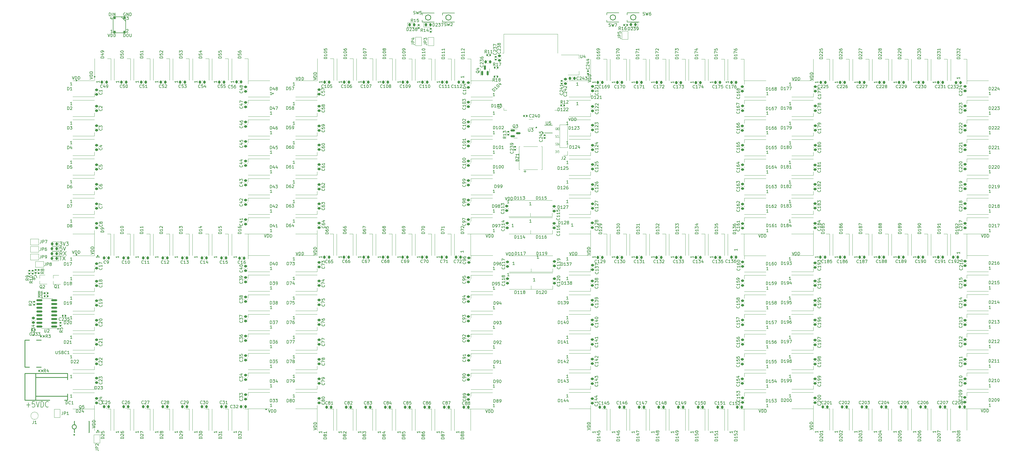
<source format=gbr>
%TF.GenerationSoftware,KiCad,Pcbnew,7.0.9*%
%TF.CreationDate,2023-12-17T15:39:31+01:00*%
%TF.ProjectId,ws2812-clock,77733238-3132-42d6-936c-6f636b2e6b69,rev?*%
%TF.SameCoordinates,Original*%
%TF.FileFunction,Legend,Top*%
%TF.FilePolarity,Positive*%
%FSLAX46Y46*%
G04 Gerber Fmt 4.6, Leading zero omitted, Abs format (unit mm)*
G04 Created by KiCad (PCBNEW 7.0.9) date 2023-12-17 15:39:31*
%MOMM*%
%LPD*%
G01*
G04 APERTURE LIST*
G04 Aperture macros list*
%AMRoundRect*
0 Rectangle with rounded corners*
0 $1 Rounding radius*
0 $2 $3 $4 $5 $6 $7 $8 $9 X,Y pos of 4 corners*
0 Add a 4 corners polygon primitive as box body*
4,1,4,$2,$3,$4,$5,$6,$7,$8,$9,$2,$3,0*
0 Add four circle primitives for the rounded corners*
1,1,$1+$1,$2,$3*
1,1,$1+$1,$4,$5*
1,1,$1+$1,$6,$7*
1,1,$1+$1,$8,$9*
0 Add four rect primitives between the rounded corners*
20,1,$1+$1,$2,$3,$4,$5,0*
20,1,$1+$1,$4,$5,$6,$7,0*
20,1,$1+$1,$6,$7,$8,$9,0*
20,1,$1+$1,$8,$9,$2,$3,0*%
%AMFreePoly0*
4,1,6,1.000000,0.000000,0.500000,-0.750000,-0.500000,-0.750000,-0.500000,0.750000,0.500000,0.750000,1.000000,0.000000,1.000000,0.000000,$1*%
%AMFreePoly1*
4,1,6,0.500000,-0.750000,-0.650000,-0.750000,-0.150000,0.000000,-0.650000,0.750000,0.500000,0.750000,0.500000,-0.750000,0.500000,-0.750000,$1*%
%AMFreePoly2*
4,1,6,0.500000,-0.850000,-0.500000,-0.850000,-0.500000,0.550000,-0.200000,0.850000,0.500000,0.850000,0.500000,-0.850000,0.500000,-0.850000,$1*%
G04 Aperture macros list end*
%ADD10C,0.150000*%
%ADD11C,0.500000*%
%ADD12C,0.200000*%
%ADD13C,0.100000*%
%ADD14C,0.250000*%
%ADD15C,0.050000*%
%ADD16C,0.120000*%
%ADD17C,0.300000*%
%ADD18R,1.230000X1.360000*%
%ADD19O,2.000000X4.600000*%
%ADD20O,4.600000X2.000000*%
%ADD21R,1.150000X1.780000*%
%ADD22C,0.650000*%
%ADD23O,2.100000X1.000000*%
%ADD24O,1.800000X1.000000*%
%ADD25R,1.150000X0.600000*%
%ADD26R,1.150000X0.300000*%
%ADD27R,1.500000X0.900000*%
%ADD28R,0.900000X1.500000*%
%ADD29FreePoly0,90.000000*%
%ADD30FreePoly1,90.000000*%
%ADD31RoundRect,0.135000X-0.185000X0.135000X-0.185000X-0.135000X0.185000X-0.135000X0.185000X0.135000X0*%
%ADD32RoundRect,0.225000X0.250000X-0.225000X0.250000X0.225000X-0.250000X0.225000X-0.250000X-0.225000X0*%
%ADD33RoundRect,0.225000X0.225000X0.250000X-0.225000X0.250000X-0.225000X-0.250000X0.225000X-0.250000X0*%
%ADD34RoundRect,0.218750X0.218750X0.256250X-0.218750X0.256250X-0.218750X-0.256250X0.218750X-0.256250X0*%
%ADD35RoundRect,0.225000X-0.250000X0.225000X-0.250000X-0.225000X0.250000X-0.225000X0.250000X0.225000X0*%
%ADD36RoundRect,0.225000X-0.225000X-0.250000X0.225000X-0.250000X0.225000X0.250000X-0.225000X0.250000X0*%
%ADD37RoundRect,0.140000X0.170000X-0.140000X0.170000X0.140000X-0.170000X0.140000X-0.170000X-0.140000X0*%
%ADD38RoundRect,0.150000X-0.587500X-0.150000X0.587500X-0.150000X0.587500X0.150000X-0.587500X0.150000X0*%
%ADD39R,1.700000X1.700000*%
%ADD40O,1.700000X1.700000*%
%ADD41RoundRect,0.140000X0.140000X0.170000X-0.140000X0.170000X-0.140000X-0.170000X0.140000X-0.170000X0*%
%ADD42RoundRect,0.135000X0.185000X-0.135000X0.185000X0.135000X-0.185000X0.135000X-0.185000X-0.135000X0*%
%ADD43RoundRect,0.135000X0.135000X0.185000X-0.135000X0.185000X-0.135000X-0.185000X0.135000X-0.185000X0*%
%ADD44RoundRect,0.218750X-0.218750X-0.256250X0.218750X-0.256250X0.218750X0.256250X-0.218750X0.256250X0*%
%ADD45FreePoly1,0.000000*%
%ADD46FreePoly0,0.000000*%
%ADD47R,1.220000X0.650000*%
%ADD48RoundRect,0.150000X0.150000X-0.587500X0.150000X0.587500X-0.150000X0.587500X-0.150000X-0.587500X0*%
%ADD49RoundRect,0.135000X-0.135000X-0.185000X0.135000X-0.185000X0.135000X0.185000X-0.135000X0.185000X0*%
%ADD50C,2.000000*%
%ADD51O,0.570000X1.950000*%
%ADD52RoundRect,0.140000X-0.170000X0.140000X-0.170000X-0.140000X0.170000X-0.140000X0.170000X0.140000X0*%
%ADD53O,0.770000X0.360000*%
%ADD54R,0.550000X0.250000*%
%ADD55FreePoly2,180.000000*%
%ADD56R,2.000000X1.500000*%
%ADD57R,2.000000X3.800000*%
%ADD58FreePoly0,270.000000*%
%ADD59FreePoly1,270.000000*%
%ADD60RoundRect,0.150000X0.825000X0.150000X-0.825000X0.150000X-0.825000X-0.150000X0.825000X-0.150000X0*%
%ADD61C,0.600000*%
%ADD62R,3.800000X3.800000*%
G04 APERTURE END LIST*
D10*
X347793922Y-183969819D02*
X348127255Y-184969819D01*
X348127255Y-184969819D02*
X348460588Y-183969819D01*
X348793922Y-184969819D02*
X348793922Y-183969819D01*
X348793922Y-183969819D02*
X349032017Y-183969819D01*
X349032017Y-183969819D02*
X349174874Y-184017438D01*
X349174874Y-184017438D02*
X349270112Y-184112676D01*
X349270112Y-184112676D02*
X349317731Y-184207914D01*
X349317731Y-184207914D02*
X349365350Y-184398390D01*
X349365350Y-184398390D02*
X349365350Y-184541247D01*
X349365350Y-184541247D02*
X349317731Y-184731723D01*
X349317731Y-184731723D02*
X349270112Y-184826961D01*
X349270112Y-184826961D02*
X349174874Y-184922200D01*
X349174874Y-184922200D02*
X349032017Y-184969819D01*
X349032017Y-184969819D02*
X348793922Y-184969819D01*
X349793922Y-184969819D02*
X349793922Y-183969819D01*
X349793922Y-183969819D02*
X350032017Y-183969819D01*
X350032017Y-183969819D02*
X350174874Y-184017438D01*
X350174874Y-184017438D02*
X350270112Y-184112676D01*
X350270112Y-184112676D02*
X350317731Y-184207914D01*
X350317731Y-184207914D02*
X350365350Y-184398390D01*
X350365350Y-184398390D02*
X350365350Y-184541247D01*
X350365350Y-184541247D02*
X350317731Y-184731723D01*
X350317731Y-184731723D02*
X350270112Y-184826961D01*
X350270112Y-184826961D02*
X350174874Y-184922200D01*
X350174874Y-184922200D02*
X350032017Y-184969819D01*
X350032017Y-184969819D02*
X349793922Y-184969819D01*
X347893922Y-124869819D02*
X348227255Y-125869819D01*
X348227255Y-125869819D02*
X348560588Y-124869819D01*
X348893922Y-125869819D02*
X348893922Y-124869819D01*
X348893922Y-124869819D02*
X349132017Y-124869819D01*
X349132017Y-124869819D02*
X349274874Y-124917438D01*
X349274874Y-124917438D02*
X349370112Y-125012676D01*
X349370112Y-125012676D02*
X349417731Y-125107914D01*
X349417731Y-125107914D02*
X349465350Y-125298390D01*
X349465350Y-125298390D02*
X349465350Y-125441247D01*
X349465350Y-125441247D02*
X349417731Y-125631723D01*
X349417731Y-125631723D02*
X349370112Y-125726961D01*
X349370112Y-125726961D02*
X349274874Y-125822200D01*
X349274874Y-125822200D02*
X349132017Y-125869819D01*
X349132017Y-125869819D02*
X348893922Y-125869819D01*
X349893922Y-125869819D02*
X349893922Y-124869819D01*
X349893922Y-124869819D02*
X350132017Y-124869819D01*
X350132017Y-124869819D02*
X350274874Y-124917438D01*
X350274874Y-124917438D02*
X350370112Y-125012676D01*
X350370112Y-125012676D02*
X350417731Y-125107914D01*
X350417731Y-125107914D02*
X350465350Y-125298390D01*
X350465350Y-125298390D02*
X350465350Y-125441247D01*
X350465350Y-125441247D02*
X350417731Y-125631723D01*
X350417731Y-125631723D02*
X350370112Y-125726961D01*
X350370112Y-125726961D02*
X350274874Y-125822200D01*
X350274874Y-125822200D02*
X350132017Y-125869819D01*
X350132017Y-125869819D02*
X349893922Y-125869819D01*
X290069819Y-72706077D02*
X291069819Y-72372744D01*
X291069819Y-72372744D02*
X290069819Y-72039411D01*
X291069819Y-71706077D02*
X290069819Y-71706077D01*
X290069819Y-71706077D02*
X290069819Y-71467982D01*
X290069819Y-71467982D02*
X290117438Y-71325125D01*
X290117438Y-71325125D02*
X290212676Y-71229887D01*
X290212676Y-71229887D02*
X290307914Y-71182268D01*
X290307914Y-71182268D02*
X290498390Y-71134649D01*
X290498390Y-71134649D02*
X290641247Y-71134649D01*
X290641247Y-71134649D02*
X290831723Y-71182268D01*
X290831723Y-71182268D02*
X290926961Y-71229887D01*
X290926961Y-71229887D02*
X291022200Y-71325125D01*
X291022200Y-71325125D02*
X291069819Y-71467982D01*
X291069819Y-71467982D02*
X291069819Y-71706077D01*
X291069819Y-70706077D02*
X290069819Y-70706077D01*
X290069819Y-70706077D02*
X290069819Y-70467982D01*
X290069819Y-70467982D02*
X290117438Y-70325125D01*
X290117438Y-70325125D02*
X290212676Y-70229887D01*
X290212676Y-70229887D02*
X290307914Y-70182268D01*
X290307914Y-70182268D02*
X290498390Y-70134649D01*
X290498390Y-70134649D02*
X290641247Y-70134649D01*
X290641247Y-70134649D02*
X290831723Y-70182268D01*
X290831723Y-70182268D02*
X290926961Y-70229887D01*
X290926961Y-70229887D02*
X291022200Y-70325125D01*
X291022200Y-70325125D02*
X291069819Y-70467982D01*
X291069819Y-70467982D02*
X291069819Y-70706077D01*
X284093922Y-71769819D02*
X284427255Y-72769819D01*
X284427255Y-72769819D02*
X284760588Y-71769819D01*
X285093922Y-72769819D02*
X285093922Y-71769819D01*
X285093922Y-71769819D02*
X285332017Y-71769819D01*
X285332017Y-71769819D02*
X285474874Y-71817438D01*
X285474874Y-71817438D02*
X285570112Y-71912676D01*
X285570112Y-71912676D02*
X285617731Y-72007914D01*
X285617731Y-72007914D02*
X285665350Y-72198390D01*
X285665350Y-72198390D02*
X285665350Y-72341247D01*
X285665350Y-72341247D02*
X285617731Y-72531723D01*
X285617731Y-72531723D02*
X285570112Y-72626961D01*
X285570112Y-72626961D02*
X285474874Y-72722200D01*
X285474874Y-72722200D02*
X285332017Y-72769819D01*
X285332017Y-72769819D02*
X285093922Y-72769819D01*
X286093922Y-72769819D02*
X286093922Y-71769819D01*
X286093922Y-71769819D02*
X286332017Y-71769819D01*
X286332017Y-71769819D02*
X286474874Y-71817438D01*
X286474874Y-71817438D02*
X286570112Y-71912676D01*
X286570112Y-71912676D02*
X286617731Y-72007914D01*
X286617731Y-72007914D02*
X286665350Y-72198390D01*
X286665350Y-72198390D02*
X286665350Y-72341247D01*
X286665350Y-72341247D02*
X286617731Y-72531723D01*
X286617731Y-72531723D02*
X286570112Y-72626961D01*
X286570112Y-72626961D02*
X286474874Y-72722200D01*
X286474874Y-72722200D02*
X286332017Y-72769819D01*
X286332017Y-72769819D02*
X286093922Y-72769819D01*
X284043922Y-130869819D02*
X284377255Y-131869819D01*
X284377255Y-131869819D02*
X284710588Y-130869819D01*
X285043922Y-131869819D02*
X285043922Y-130869819D01*
X285043922Y-130869819D02*
X285282017Y-130869819D01*
X285282017Y-130869819D02*
X285424874Y-130917438D01*
X285424874Y-130917438D02*
X285520112Y-131012676D01*
X285520112Y-131012676D02*
X285567731Y-131107914D01*
X285567731Y-131107914D02*
X285615350Y-131298390D01*
X285615350Y-131298390D02*
X285615350Y-131441247D01*
X285615350Y-131441247D02*
X285567731Y-131631723D01*
X285567731Y-131631723D02*
X285520112Y-131726961D01*
X285520112Y-131726961D02*
X285424874Y-131822200D01*
X285424874Y-131822200D02*
X285282017Y-131869819D01*
X285282017Y-131869819D02*
X285043922Y-131869819D01*
X286043922Y-131869819D02*
X286043922Y-130869819D01*
X286043922Y-130869819D02*
X286282017Y-130869819D01*
X286282017Y-130869819D02*
X286424874Y-130917438D01*
X286424874Y-130917438D02*
X286520112Y-131012676D01*
X286520112Y-131012676D02*
X286567731Y-131107914D01*
X286567731Y-131107914D02*
X286615350Y-131298390D01*
X286615350Y-131298390D02*
X286615350Y-131441247D01*
X286615350Y-131441247D02*
X286567731Y-131631723D01*
X286567731Y-131631723D02*
X286520112Y-131726961D01*
X286520112Y-131726961D02*
X286424874Y-131822200D01*
X286424874Y-131822200D02*
X286282017Y-131869819D01*
X286282017Y-131869819D02*
X286043922Y-131869819D01*
X290019819Y-190906077D02*
X291019819Y-190572744D01*
X291019819Y-190572744D02*
X290019819Y-190239411D01*
X291019819Y-189906077D02*
X290019819Y-189906077D01*
X290019819Y-189906077D02*
X290019819Y-189667982D01*
X290019819Y-189667982D02*
X290067438Y-189525125D01*
X290067438Y-189525125D02*
X290162676Y-189429887D01*
X290162676Y-189429887D02*
X290257914Y-189382268D01*
X290257914Y-189382268D02*
X290448390Y-189334649D01*
X290448390Y-189334649D02*
X290591247Y-189334649D01*
X290591247Y-189334649D02*
X290781723Y-189382268D01*
X290781723Y-189382268D02*
X290876961Y-189429887D01*
X290876961Y-189429887D02*
X290972200Y-189525125D01*
X290972200Y-189525125D02*
X291019819Y-189667982D01*
X291019819Y-189667982D02*
X291019819Y-189906077D01*
X291019819Y-188906077D02*
X290019819Y-188906077D01*
X290019819Y-188906077D02*
X290019819Y-188667982D01*
X290019819Y-188667982D02*
X290067438Y-188525125D01*
X290067438Y-188525125D02*
X290162676Y-188429887D01*
X290162676Y-188429887D02*
X290257914Y-188382268D01*
X290257914Y-188382268D02*
X290448390Y-188334649D01*
X290448390Y-188334649D02*
X290591247Y-188334649D01*
X290591247Y-188334649D02*
X290781723Y-188382268D01*
X290781723Y-188382268D02*
X290876961Y-188429887D01*
X290876961Y-188429887D02*
X290972200Y-188525125D01*
X290972200Y-188525125D02*
X291019819Y-188667982D01*
X291019819Y-188667982D02*
X291019819Y-188906077D01*
X187493922Y-130969819D02*
X187827255Y-131969819D01*
X187827255Y-131969819D02*
X188160588Y-130969819D01*
X188493922Y-131969819D02*
X188493922Y-130969819D01*
X188493922Y-130969819D02*
X188732017Y-130969819D01*
X188732017Y-130969819D02*
X188874874Y-131017438D01*
X188874874Y-131017438D02*
X188970112Y-131112676D01*
X188970112Y-131112676D02*
X189017731Y-131207914D01*
X189017731Y-131207914D02*
X189065350Y-131398390D01*
X189065350Y-131398390D02*
X189065350Y-131541247D01*
X189065350Y-131541247D02*
X189017731Y-131731723D01*
X189017731Y-131731723D02*
X188970112Y-131826961D01*
X188970112Y-131826961D02*
X188874874Y-131922200D01*
X188874874Y-131922200D02*
X188732017Y-131969819D01*
X188732017Y-131969819D02*
X188493922Y-131969819D01*
X189493922Y-131969819D02*
X189493922Y-130969819D01*
X189493922Y-130969819D02*
X189732017Y-130969819D01*
X189732017Y-130969819D02*
X189874874Y-131017438D01*
X189874874Y-131017438D02*
X189970112Y-131112676D01*
X189970112Y-131112676D02*
X190017731Y-131207914D01*
X190017731Y-131207914D02*
X190065350Y-131398390D01*
X190065350Y-131398390D02*
X190065350Y-131541247D01*
X190065350Y-131541247D02*
X190017731Y-131731723D01*
X190017731Y-131731723D02*
X189970112Y-131826961D01*
X189970112Y-131826961D02*
X189874874Y-131922200D01*
X189874874Y-131922200D02*
X189732017Y-131969819D01*
X189732017Y-131969819D02*
X189493922Y-131969819D01*
X187193922Y-112269819D02*
X187527255Y-113269819D01*
X187527255Y-113269819D02*
X187860588Y-112269819D01*
X188193922Y-113269819D02*
X188193922Y-112269819D01*
X188193922Y-112269819D02*
X188432017Y-112269819D01*
X188432017Y-112269819D02*
X188574874Y-112317438D01*
X188574874Y-112317438D02*
X188670112Y-112412676D01*
X188670112Y-112412676D02*
X188717731Y-112507914D01*
X188717731Y-112507914D02*
X188765350Y-112698390D01*
X188765350Y-112698390D02*
X188765350Y-112841247D01*
X188765350Y-112841247D02*
X188717731Y-113031723D01*
X188717731Y-113031723D02*
X188670112Y-113126961D01*
X188670112Y-113126961D02*
X188574874Y-113222200D01*
X188574874Y-113222200D02*
X188432017Y-113269819D01*
X188432017Y-113269819D02*
X188193922Y-113269819D01*
X189193922Y-113269819D02*
X189193922Y-112269819D01*
X189193922Y-112269819D02*
X189432017Y-112269819D01*
X189432017Y-112269819D02*
X189574874Y-112317438D01*
X189574874Y-112317438D02*
X189670112Y-112412676D01*
X189670112Y-112412676D02*
X189717731Y-112507914D01*
X189717731Y-112507914D02*
X189765350Y-112698390D01*
X189765350Y-112698390D02*
X189765350Y-112841247D01*
X189765350Y-112841247D02*
X189717731Y-113031723D01*
X189717731Y-113031723D02*
X189670112Y-113126961D01*
X189670112Y-113126961D02*
X189574874Y-113222200D01*
X189574874Y-113222200D02*
X189432017Y-113269819D01*
X189432017Y-113269819D02*
X189193922Y-113269819D01*
X208593922Y-85469819D02*
X208927255Y-86469819D01*
X208927255Y-86469819D02*
X209260588Y-85469819D01*
X209593922Y-86469819D02*
X209593922Y-85469819D01*
X209593922Y-85469819D02*
X209832017Y-85469819D01*
X209832017Y-85469819D02*
X209974874Y-85517438D01*
X209974874Y-85517438D02*
X210070112Y-85612676D01*
X210070112Y-85612676D02*
X210117731Y-85707914D01*
X210117731Y-85707914D02*
X210165350Y-85898390D01*
X210165350Y-85898390D02*
X210165350Y-86041247D01*
X210165350Y-86041247D02*
X210117731Y-86231723D01*
X210117731Y-86231723D02*
X210070112Y-86326961D01*
X210070112Y-86326961D02*
X209974874Y-86422200D01*
X209974874Y-86422200D02*
X209832017Y-86469819D01*
X209832017Y-86469819D02*
X209593922Y-86469819D01*
X210593922Y-86469819D02*
X210593922Y-85469819D01*
X210593922Y-85469819D02*
X210832017Y-85469819D01*
X210832017Y-85469819D02*
X210974874Y-85517438D01*
X210974874Y-85517438D02*
X211070112Y-85612676D01*
X211070112Y-85612676D02*
X211117731Y-85707914D01*
X211117731Y-85707914D02*
X211165350Y-85898390D01*
X211165350Y-85898390D02*
X211165350Y-86041247D01*
X211165350Y-86041247D02*
X211117731Y-86231723D01*
X211117731Y-86231723D02*
X211070112Y-86326961D01*
X211070112Y-86326961D02*
X210974874Y-86422200D01*
X210974874Y-86422200D02*
X210832017Y-86469819D01*
X210832017Y-86469819D02*
X210593922Y-86469819D01*
X215169819Y-73406077D02*
X216169819Y-73072744D01*
X216169819Y-73072744D02*
X215169819Y-72739411D01*
X216169819Y-72406077D02*
X215169819Y-72406077D01*
X215169819Y-72406077D02*
X215169819Y-72167982D01*
X215169819Y-72167982D02*
X215217438Y-72025125D01*
X215217438Y-72025125D02*
X215312676Y-71929887D01*
X215312676Y-71929887D02*
X215407914Y-71882268D01*
X215407914Y-71882268D02*
X215598390Y-71834649D01*
X215598390Y-71834649D02*
X215741247Y-71834649D01*
X215741247Y-71834649D02*
X215931723Y-71882268D01*
X215931723Y-71882268D02*
X216026961Y-71929887D01*
X216026961Y-71929887D02*
X216122200Y-72025125D01*
X216122200Y-72025125D02*
X216169819Y-72167982D01*
X216169819Y-72167982D02*
X216169819Y-72406077D01*
X216169819Y-71406077D02*
X215169819Y-71406077D01*
X215169819Y-71406077D02*
X215169819Y-71167982D01*
X215169819Y-71167982D02*
X215217438Y-71025125D01*
X215217438Y-71025125D02*
X215312676Y-70929887D01*
X215312676Y-70929887D02*
X215407914Y-70882268D01*
X215407914Y-70882268D02*
X215598390Y-70834649D01*
X215598390Y-70834649D02*
X215741247Y-70834649D01*
X215741247Y-70834649D02*
X215931723Y-70882268D01*
X215931723Y-70882268D02*
X216026961Y-70929887D01*
X216026961Y-70929887D02*
X216122200Y-71025125D01*
X216122200Y-71025125D02*
X216169819Y-71167982D01*
X216169819Y-71167982D02*
X216169819Y-71406077D01*
X272693922Y-124869819D02*
X273027255Y-125869819D01*
X273027255Y-125869819D02*
X273360588Y-124869819D01*
X273693922Y-125869819D02*
X273693922Y-124869819D01*
X273693922Y-124869819D02*
X273932017Y-124869819D01*
X273932017Y-124869819D02*
X274074874Y-124917438D01*
X274074874Y-124917438D02*
X274170112Y-125012676D01*
X274170112Y-125012676D02*
X274217731Y-125107914D01*
X274217731Y-125107914D02*
X274265350Y-125298390D01*
X274265350Y-125298390D02*
X274265350Y-125441247D01*
X274265350Y-125441247D02*
X274217731Y-125631723D01*
X274217731Y-125631723D02*
X274170112Y-125726961D01*
X274170112Y-125726961D02*
X274074874Y-125822200D01*
X274074874Y-125822200D02*
X273932017Y-125869819D01*
X273932017Y-125869819D02*
X273693922Y-125869819D01*
X274693922Y-125869819D02*
X274693922Y-124869819D01*
X274693922Y-124869819D02*
X274932017Y-124869819D01*
X274932017Y-124869819D02*
X275074874Y-124917438D01*
X275074874Y-124917438D02*
X275170112Y-125012676D01*
X275170112Y-125012676D02*
X275217731Y-125107914D01*
X275217731Y-125107914D02*
X275265350Y-125298390D01*
X275265350Y-125298390D02*
X275265350Y-125441247D01*
X275265350Y-125441247D02*
X275217731Y-125631723D01*
X275217731Y-125631723D02*
X275170112Y-125726961D01*
X275170112Y-125726961D02*
X275074874Y-125822200D01*
X275074874Y-125822200D02*
X274932017Y-125869819D01*
X274932017Y-125869819D02*
X274693922Y-125869819D01*
X272793922Y-184069819D02*
X273127255Y-185069819D01*
X273127255Y-185069819D02*
X273460588Y-184069819D01*
X273793922Y-185069819D02*
X273793922Y-184069819D01*
X273793922Y-184069819D02*
X274032017Y-184069819D01*
X274032017Y-184069819D02*
X274174874Y-184117438D01*
X274174874Y-184117438D02*
X274270112Y-184212676D01*
X274270112Y-184212676D02*
X274317731Y-184307914D01*
X274317731Y-184307914D02*
X274365350Y-184498390D01*
X274365350Y-184498390D02*
X274365350Y-184641247D01*
X274365350Y-184641247D02*
X274317731Y-184831723D01*
X274317731Y-184831723D02*
X274270112Y-184926961D01*
X274270112Y-184926961D02*
X274174874Y-185022200D01*
X274174874Y-185022200D02*
X274032017Y-185069819D01*
X274032017Y-185069819D02*
X273793922Y-185069819D01*
X274793922Y-185069819D02*
X274793922Y-184069819D01*
X274793922Y-184069819D02*
X275032017Y-184069819D01*
X275032017Y-184069819D02*
X275174874Y-184117438D01*
X275174874Y-184117438D02*
X275270112Y-184212676D01*
X275270112Y-184212676D02*
X275317731Y-184307914D01*
X275317731Y-184307914D02*
X275365350Y-184498390D01*
X275365350Y-184498390D02*
X275365350Y-184641247D01*
X275365350Y-184641247D02*
X275317731Y-184831723D01*
X275317731Y-184831723D02*
X275270112Y-184926961D01*
X275270112Y-184926961D02*
X275174874Y-185022200D01*
X275174874Y-185022200D02*
X275032017Y-185069819D01*
X275032017Y-185069819D02*
X274793922Y-185069819D01*
X214869819Y-191006077D02*
X215869819Y-190672744D01*
X215869819Y-190672744D02*
X214869819Y-190339411D01*
X215869819Y-190006077D02*
X214869819Y-190006077D01*
X214869819Y-190006077D02*
X214869819Y-189767982D01*
X214869819Y-189767982D02*
X214917438Y-189625125D01*
X214917438Y-189625125D02*
X215012676Y-189529887D01*
X215012676Y-189529887D02*
X215107914Y-189482268D01*
X215107914Y-189482268D02*
X215298390Y-189434649D01*
X215298390Y-189434649D02*
X215441247Y-189434649D01*
X215441247Y-189434649D02*
X215631723Y-189482268D01*
X215631723Y-189482268D02*
X215726961Y-189529887D01*
X215726961Y-189529887D02*
X215822200Y-189625125D01*
X215822200Y-189625125D02*
X215869819Y-189767982D01*
X215869819Y-189767982D02*
X215869819Y-190006077D01*
X215869819Y-189006077D02*
X214869819Y-189006077D01*
X214869819Y-189006077D02*
X214869819Y-188767982D01*
X214869819Y-188767982D02*
X214917438Y-188625125D01*
X214917438Y-188625125D02*
X215012676Y-188529887D01*
X215012676Y-188529887D02*
X215107914Y-188482268D01*
X215107914Y-188482268D02*
X215298390Y-188434649D01*
X215298390Y-188434649D02*
X215441247Y-188434649D01*
X215441247Y-188434649D02*
X215631723Y-188482268D01*
X215631723Y-188482268D02*
X215726961Y-188529887D01*
X215726961Y-188529887D02*
X215822200Y-188625125D01*
X215822200Y-188625125D02*
X215869819Y-188767982D01*
X215869819Y-188767982D02*
X215869819Y-189006077D01*
X208893922Y-130869819D02*
X209227255Y-131869819D01*
X209227255Y-131869819D02*
X209560588Y-130869819D01*
X209893922Y-131869819D02*
X209893922Y-130869819D01*
X209893922Y-130869819D02*
X210132017Y-130869819D01*
X210132017Y-130869819D02*
X210274874Y-130917438D01*
X210274874Y-130917438D02*
X210370112Y-131012676D01*
X210370112Y-131012676D02*
X210417731Y-131107914D01*
X210417731Y-131107914D02*
X210465350Y-131298390D01*
X210465350Y-131298390D02*
X210465350Y-131441247D01*
X210465350Y-131441247D02*
X210417731Y-131631723D01*
X210417731Y-131631723D02*
X210370112Y-131726961D01*
X210370112Y-131726961D02*
X210274874Y-131822200D01*
X210274874Y-131822200D02*
X210132017Y-131869819D01*
X210132017Y-131869819D02*
X209893922Y-131869819D01*
X210893922Y-131869819D02*
X210893922Y-130869819D01*
X210893922Y-130869819D02*
X211132017Y-130869819D01*
X211132017Y-130869819D02*
X211274874Y-130917438D01*
X211274874Y-130917438D02*
X211370112Y-131012676D01*
X211370112Y-131012676D02*
X211417731Y-131107914D01*
X211417731Y-131107914D02*
X211465350Y-131298390D01*
X211465350Y-131298390D02*
X211465350Y-131441247D01*
X211465350Y-131441247D02*
X211417731Y-131631723D01*
X211417731Y-131631723D02*
X211370112Y-131726961D01*
X211370112Y-131726961D02*
X211274874Y-131822200D01*
X211274874Y-131822200D02*
X211132017Y-131869819D01*
X211132017Y-131869819D02*
X210893922Y-131869819D01*
X214869819Y-131806077D02*
X215869819Y-131472744D01*
X215869819Y-131472744D02*
X214869819Y-131139411D01*
X215869819Y-130806077D02*
X214869819Y-130806077D01*
X214869819Y-130806077D02*
X214869819Y-130567982D01*
X214869819Y-130567982D02*
X214917438Y-130425125D01*
X214917438Y-130425125D02*
X215012676Y-130329887D01*
X215012676Y-130329887D02*
X215107914Y-130282268D01*
X215107914Y-130282268D02*
X215298390Y-130234649D01*
X215298390Y-130234649D02*
X215441247Y-130234649D01*
X215441247Y-130234649D02*
X215631723Y-130282268D01*
X215631723Y-130282268D02*
X215726961Y-130329887D01*
X215726961Y-130329887D02*
X215822200Y-130425125D01*
X215822200Y-130425125D02*
X215869819Y-130567982D01*
X215869819Y-130567982D02*
X215869819Y-130806077D01*
X215869819Y-129806077D02*
X214869819Y-129806077D01*
X214869819Y-129806077D02*
X214869819Y-129567982D01*
X214869819Y-129567982D02*
X214917438Y-129425125D01*
X214917438Y-129425125D02*
X215012676Y-129329887D01*
X215012676Y-129329887D02*
X215107914Y-129282268D01*
X215107914Y-129282268D02*
X215298390Y-129234649D01*
X215298390Y-129234649D02*
X215441247Y-129234649D01*
X215441247Y-129234649D02*
X215631723Y-129282268D01*
X215631723Y-129282268D02*
X215726961Y-129329887D01*
X215726961Y-129329887D02*
X215822200Y-129425125D01*
X215822200Y-129425125D02*
X215869819Y-129567982D01*
X215869819Y-129567982D02*
X215869819Y-129806077D01*
X180693922Y-124869819D02*
X181027255Y-125869819D01*
X181027255Y-125869819D02*
X181360588Y-124869819D01*
X181693922Y-125869819D02*
X181693922Y-124869819D01*
X181693922Y-124869819D02*
X181932017Y-124869819D01*
X181932017Y-124869819D02*
X182074874Y-124917438D01*
X182074874Y-124917438D02*
X182170112Y-125012676D01*
X182170112Y-125012676D02*
X182217731Y-125107914D01*
X182217731Y-125107914D02*
X182265350Y-125298390D01*
X182265350Y-125298390D02*
X182265350Y-125441247D01*
X182265350Y-125441247D02*
X182217731Y-125631723D01*
X182217731Y-125631723D02*
X182170112Y-125726961D01*
X182170112Y-125726961D02*
X182074874Y-125822200D01*
X182074874Y-125822200D02*
X181932017Y-125869819D01*
X181932017Y-125869819D02*
X181693922Y-125869819D01*
X182693922Y-125869819D02*
X182693922Y-124869819D01*
X182693922Y-124869819D02*
X182932017Y-124869819D01*
X182932017Y-124869819D02*
X183074874Y-124917438D01*
X183074874Y-124917438D02*
X183170112Y-125012676D01*
X183170112Y-125012676D02*
X183217731Y-125107914D01*
X183217731Y-125107914D02*
X183265350Y-125298390D01*
X183265350Y-125298390D02*
X183265350Y-125441247D01*
X183265350Y-125441247D02*
X183217731Y-125631723D01*
X183217731Y-125631723D02*
X183170112Y-125726961D01*
X183170112Y-125726961D02*
X183074874Y-125822200D01*
X183074874Y-125822200D02*
X182932017Y-125869819D01*
X182932017Y-125869819D02*
X182693922Y-125869819D01*
X180593922Y-184169819D02*
X180927255Y-185169819D01*
X180927255Y-185169819D02*
X181260588Y-184169819D01*
X181593922Y-185169819D02*
X181593922Y-184169819D01*
X181593922Y-184169819D02*
X181832017Y-184169819D01*
X181832017Y-184169819D02*
X181974874Y-184217438D01*
X181974874Y-184217438D02*
X182070112Y-184312676D01*
X182070112Y-184312676D02*
X182117731Y-184407914D01*
X182117731Y-184407914D02*
X182165350Y-184598390D01*
X182165350Y-184598390D02*
X182165350Y-184741247D01*
X182165350Y-184741247D02*
X182117731Y-184931723D01*
X182117731Y-184931723D02*
X182070112Y-185026961D01*
X182070112Y-185026961D02*
X181974874Y-185122200D01*
X181974874Y-185122200D02*
X181832017Y-185169819D01*
X181832017Y-185169819D02*
X181593922Y-185169819D01*
X182593922Y-185169819D02*
X182593922Y-184169819D01*
X182593922Y-184169819D02*
X182832017Y-184169819D01*
X182832017Y-184169819D02*
X182974874Y-184217438D01*
X182974874Y-184217438D02*
X183070112Y-184312676D01*
X183070112Y-184312676D02*
X183117731Y-184407914D01*
X183117731Y-184407914D02*
X183165350Y-184598390D01*
X183165350Y-184598390D02*
X183165350Y-184741247D01*
X183165350Y-184741247D02*
X183117731Y-184931723D01*
X183117731Y-184931723D02*
X183070112Y-185026961D01*
X183070112Y-185026961D02*
X182974874Y-185122200D01*
X182974874Y-185122200D02*
X182832017Y-185169819D01*
X182832017Y-185169819D02*
X182593922Y-185169819D01*
X122569819Y-191006077D02*
X123569819Y-190672744D01*
X123569819Y-190672744D02*
X122569819Y-190339411D01*
X123569819Y-190006077D02*
X122569819Y-190006077D01*
X122569819Y-190006077D02*
X122569819Y-189767982D01*
X122569819Y-189767982D02*
X122617438Y-189625125D01*
X122617438Y-189625125D02*
X122712676Y-189529887D01*
X122712676Y-189529887D02*
X122807914Y-189482268D01*
X122807914Y-189482268D02*
X122998390Y-189434649D01*
X122998390Y-189434649D02*
X123141247Y-189434649D01*
X123141247Y-189434649D02*
X123331723Y-189482268D01*
X123331723Y-189482268D02*
X123426961Y-189529887D01*
X123426961Y-189529887D02*
X123522200Y-189625125D01*
X123522200Y-189625125D02*
X123569819Y-189767982D01*
X123569819Y-189767982D02*
X123569819Y-190006077D01*
X123569819Y-189006077D02*
X122569819Y-189006077D01*
X122569819Y-189006077D02*
X122569819Y-188767982D01*
X122569819Y-188767982D02*
X122617438Y-188625125D01*
X122617438Y-188625125D02*
X122712676Y-188529887D01*
X122712676Y-188529887D02*
X122807914Y-188482268D01*
X122807914Y-188482268D02*
X122998390Y-188434649D01*
X122998390Y-188434649D02*
X123141247Y-188434649D01*
X123141247Y-188434649D02*
X123331723Y-188482268D01*
X123331723Y-188482268D02*
X123426961Y-188529887D01*
X123426961Y-188529887D02*
X123522200Y-188625125D01*
X123522200Y-188625125D02*
X123569819Y-188767982D01*
X123569819Y-188767982D02*
X123569819Y-189006077D01*
X122569819Y-131806077D02*
X123569819Y-131472744D01*
X123569819Y-131472744D02*
X122569819Y-131139411D01*
X123569819Y-130806077D02*
X122569819Y-130806077D01*
X122569819Y-130806077D02*
X122569819Y-130567982D01*
X122569819Y-130567982D02*
X122617438Y-130425125D01*
X122617438Y-130425125D02*
X122712676Y-130329887D01*
X122712676Y-130329887D02*
X122807914Y-130282268D01*
X122807914Y-130282268D02*
X122998390Y-130234649D01*
X122998390Y-130234649D02*
X123141247Y-130234649D01*
X123141247Y-130234649D02*
X123331723Y-130282268D01*
X123331723Y-130282268D02*
X123426961Y-130329887D01*
X123426961Y-130329887D02*
X123522200Y-130425125D01*
X123522200Y-130425125D02*
X123569819Y-130567982D01*
X123569819Y-130567982D02*
X123569819Y-130806077D01*
X123569819Y-129806077D02*
X122569819Y-129806077D01*
X122569819Y-129806077D02*
X122569819Y-129567982D01*
X122569819Y-129567982D02*
X122617438Y-129425125D01*
X122617438Y-129425125D02*
X122712676Y-129329887D01*
X122712676Y-129329887D02*
X122807914Y-129282268D01*
X122807914Y-129282268D02*
X122998390Y-129234649D01*
X122998390Y-129234649D02*
X123141247Y-129234649D01*
X123141247Y-129234649D02*
X123331723Y-129282268D01*
X123331723Y-129282268D02*
X123426961Y-129329887D01*
X123426961Y-129329887D02*
X123522200Y-129425125D01*
X123522200Y-129425125D02*
X123569819Y-129567982D01*
X123569819Y-129567982D02*
X123569819Y-129806077D01*
X116593922Y-130869819D02*
X116927255Y-131869819D01*
X116927255Y-131869819D02*
X117260588Y-130869819D01*
X117593922Y-131869819D02*
X117593922Y-130869819D01*
X117593922Y-130869819D02*
X117832017Y-130869819D01*
X117832017Y-130869819D02*
X117974874Y-130917438D01*
X117974874Y-130917438D02*
X118070112Y-131012676D01*
X118070112Y-131012676D02*
X118117731Y-131107914D01*
X118117731Y-131107914D02*
X118165350Y-131298390D01*
X118165350Y-131298390D02*
X118165350Y-131441247D01*
X118165350Y-131441247D02*
X118117731Y-131631723D01*
X118117731Y-131631723D02*
X118070112Y-131726961D01*
X118070112Y-131726961D02*
X117974874Y-131822200D01*
X117974874Y-131822200D02*
X117832017Y-131869819D01*
X117832017Y-131869819D02*
X117593922Y-131869819D01*
X118593922Y-131869819D02*
X118593922Y-130869819D01*
X118593922Y-130869819D02*
X118832017Y-130869819D01*
X118832017Y-130869819D02*
X118974874Y-130917438D01*
X118974874Y-130917438D02*
X119070112Y-131012676D01*
X119070112Y-131012676D02*
X119117731Y-131107914D01*
X119117731Y-131107914D02*
X119165350Y-131298390D01*
X119165350Y-131298390D02*
X119165350Y-131441247D01*
X119165350Y-131441247D02*
X119117731Y-131631723D01*
X119117731Y-131631723D02*
X119070112Y-131726961D01*
X119070112Y-131726961D02*
X118974874Y-131822200D01*
X118974874Y-131822200D02*
X118832017Y-131869819D01*
X118832017Y-131869819D02*
X118593922Y-131869819D01*
X116593922Y-71729819D02*
X116927255Y-72729819D01*
X116927255Y-72729819D02*
X117260588Y-71729819D01*
X117593922Y-72729819D02*
X117593922Y-71729819D01*
X117593922Y-71729819D02*
X117832017Y-71729819D01*
X117832017Y-71729819D02*
X117974874Y-71777438D01*
X117974874Y-71777438D02*
X118070112Y-71872676D01*
X118070112Y-71872676D02*
X118117731Y-71967914D01*
X118117731Y-71967914D02*
X118165350Y-72158390D01*
X118165350Y-72158390D02*
X118165350Y-72301247D01*
X118165350Y-72301247D02*
X118117731Y-72491723D01*
X118117731Y-72491723D02*
X118070112Y-72586961D01*
X118070112Y-72586961D02*
X117974874Y-72682200D01*
X117974874Y-72682200D02*
X117832017Y-72729819D01*
X117832017Y-72729819D02*
X117593922Y-72729819D01*
X118593922Y-72729819D02*
X118593922Y-71729819D01*
X118593922Y-71729819D02*
X118832017Y-71729819D01*
X118832017Y-71729819D02*
X118974874Y-71777438D01*
X118974874Y-71777438D02*
X119070112Y-71872676D01*
X119070112Y-71872676D02*
X119117731Y-71967914D01*
X119117731Y-71967914D02*
X119165350Y-72158390D01*
X119165350Y-72158390D02*
X119165350Y-72301247D01*
X119165350Y-72301247D02*
X119117731Y-72491723D01*
X119117731Y-72491723D02*
X119070112Y-72586961D01*
X119070112Y-72586961D02*
X118974874Y-72682200D01*
X118974874Y-72682200D02*
X118832017Y-72729819D01*
X118832017Y-72729819D02*
X118593922Y-72729819D01*
X122569819Y-72666077D02*
X123569819Y-72332744D01*
X123569819Y-72332744D02*
X122569819Y-71999411D01*
X123569819Y-71666077D02*
X122569819Y-71666077D01*
X122569819Y-71666077D02*
X122569819Y-71427982D01*
X122569819Y-71427982D02*
X122617438Y-71285125D01*
X122617438Y-71285125D02*
X122712676Y-71189887D01*
X122712676Y-71189887D02*
X122807914Y-71142268D01*
X122807914Y-71142268D02*
X122998390Y-71094649D01*
X122998390Y-71094649D02*
X123141247Y-71094649D01*
X123141247Y-71094649D02*
X123331723Y-71142268D01*
X123331723Y-71142268D02*
X123426961Y-71189887D01*
X123426961Y-71189887D02*
X123522200Y-71285125D01*
X123522200Y-71285125D02*
X123569819Y-71427982D01*
X123569819Y-71427982D02*
X123569819Y-71666077D01*
X123569819Y-70666077D02*
X122569819Y-70666077D01*
X122569819Y-70666077D02*
X122569819Y-70427982D01*
X122569819Y-70427982D02*
X122617438Y-70285125D01*
X122617438Y-70285125D02*
X122712676Y-70189887D01*
X122712676Y-70189887D02*
X122807914Y-70142268D01*
X122807914Y-70142268D02*
X122998390Y-70094649D01*
X122998390Y-70094649D02*
X123141247Y-70094649D01*
X123141247Y-70094649D02*
X123331723Y-70142268D01*
X123331723Y-70142268D02*
X123426961Y-70189887D01*
X123426961Y-70189887D02*
X123522200Y-70285125D01*
X123522200Y-70285125D02*
X123569819Y-70427982D01*
X123569819Y-70427982D02*
X123569819Y-70666077D01*
X105893922Y-124869819D02*
X106227255Y-125869819D01*
X106227255Y-125869819D02*
X106560588Y-124869819D01*
X106893922Y-125869819D02*
X106893922Y-124869819D01*
X106893922Y-124869819D02*
X107132017Y-124869819D01*
X107132017Y-124869819D02*
X107274874Y-124917438D01*
X107274874Y-124917438D02*
X107370112Y-125012676D01*
X107370112Y-125012676D02*
X107417731Y-125107914D01*
X107417731Y-125107914D02*
X107465350Y-125298390D01*
X107465350Y-125298390D02*
X107465350Y-125441247D01*
X107465350Y-125441247D02*
X107417731Y-125631723D01*
X107417731Y-125631723D02*
X107370112Y-125726961D01*
X107370112Y-125726961D02*
X107274874Y-125822200D01*
X107274874Y-125822200D02*
X107132017Y-125869819D01*
X107132017Y-125869819D02*
X106893922Y-125869819D01*
X107893922Y-125869819D02*
X107893922Y-124869819D01*
X107893922Y-124869819D02*
X108132017Y-124869819D01*
X108132017Y-124869819D02*
X108274874Y-124917438D01*
X108274874Y-124917438D02*
X108370112Y-125012676D01*
X108370112Y-125012676D02*
X108417731Y-125107914D01*
X108417731Y-125107914D02*
X108465350Y-125298390D01*
X108465350Y-125298390D02*
X108465350Y-125441247D01*
X108465350Y-125441247D02*
X108417731Y-125631723D01*
X108417731Y-125631723D02*
X108370112Y-125726961D01*
X108370112Y-125726961D02*
X108274874Y-125822200D01*
X108274874Y-125822200D02*
X108132017Y-125869819D01*
X108132017Y-125869819D02*
X107893922Y-125869819D01*
X107293922Y-184069819D02*
X107627255Y-185069819D01*
X107627255Y-185069819D02*
X107960588Y-184069819D01*
X108293922Y-185069819D02*
X108293922Y-184069819D01*
X108293922Y-184069819D02*
X108532017Y-184069819D01*
X108532017Y-184069819D02*
X108674874Y-184117438D01*
X108674874Y-184117438D02*
X108770112Y-184212676D01*
X108770112Y-184212676D02*
X108817731Y-184307914D01*
X108817731Y-184307914D02*
X108865350Y-184498390D01*
X108865350Y-184498390D02*
X108865350Y-184641247D01*
X108865350Y-184641247D02*
X108817731Y-184831723D01*
X108817731Y-184831723D02*
X108770112Y-184926961D01*
X108770112Y-184926961D02*
X108674874Y-185022200D01*
X108674874Y-185022200D02*
X108532017Y-185069819D01*
X108532017Y-185069819D02*
X108293922Y-185069819D01*
X109293922Y-185069819D02*
X109293922Y-184069819D01*
X109293922Y-184069819D02*
X109532017Y-184069819D01*
X109532017Y-184069819D02*
X109674874Y-184117438D01*
X109674874Y-184117438D02*
X109770112Y-184212676D01*
X109770112Y-184212676D02*
X109817731Y-184307914D01*
X109817731Y-184307914D02*
X109865350Y-184498390D01*
X109865350Y-184498390D02*
X109865350Y-184641247D01*
X109865350Y-184641247D02*
X109817731Y-184831723D01*
X109817731Y-184831723D02*
X109770112Y-184926961D01*
X109770112Y-184926961D02*
X109674874Y-185022200D01*
X109674874Y-185022200D02*
X109532017Y-185069819D01*
X109532017Y-185069819D02*
X109293922Y-185069819D01*
X47869819Y-190306077D02*
X48869819Y-189972744D01*
X48869819Y-189972744D02*
X47869819Y-189639411D01*
X48869819Y-189306077D02*
X47869819Y-189306077D01*
X47869819Y-189306077D02*
X47869819Y-189067982D01*
X47869819Y-189067982D02*
X47917438Y-188925125D01*
X47917438Y-188925125D02*
X48012676Y-188829887D01*
X48012676Y-188829887D02*
X48107914Y-188782268D01*
X48107914Y-188782268D02*
X48298390Y-188734649D01*
X48298390Y-188734649D02*
X48441247Y-188734649D01*
X48441247Y-188734649D02*
X48631723Y-188782268D01*
X48631723Y-188782268D02*
X48726961Y-188829887D01*
X48726961Y-188829887D02*
X48822200Y-188925125D01*
X48822200Y-188925125D02*
X48869819Y-189067982D01*
X48869819Y-189067982D02*
X48869819Y-189306077D01*
X48869819Y-188306077D02*
X47869819Y-188306077D01*
X47869819Y-188306077D02*
X47869819Y-188067982D01*
X47869819Y-188067982D02*
X47917438Y-187925125D01*
X47917438Y-187925125D02*
X48012676Y-187829887D01*
X48012676Y-187829887D02*
X48107914Y-187782268D01*
X48107914Y-187782268D02*
X48298390Y-187734649D01*
X48298390Y-187734649D02*
X48441247Y-187734649D01*
X48441247Y-187734649D02*
X48631723Y-187782268D01*
X48631723Y-187782268D02*
X48726961Y-187829887D01*
X48726961Y-187829887D02*
X48822200Y-187925125D01*
X48822200Y-187925125D02*
X48869819Y-188067982D01*
X48869819Y-188067982D02*
X48869819Y-188306077D01*
X47369819Y-131606077D02*
X48369819Y-131272744D01*
X48369819Y-131272744D02*
X47369819Y-130939411D01*
X48369819Y-130606077D02*
X47369819Y-130606077D01*
X47369819Y-130606077D02*
X47369819Y-130367982D01*
X47369819Y-130367982D02*
X47417438Y-130225125D01*
X47417438Y-130225125D02*
X47512676Y-130129887D01*
X47512676Y-130129887D02*
X47607914Y-130082268D01*
X47607914Y-130082268D02*
X47798390Y-130034649D01*
X47798390Y-130034649D02*
X47941247Y-130034649D01*
X47941247Y-130034649D02*
X48131723Y-130082268D01*
X48131723Y-130082268D02*
X48226961Y-130129887D01*
X48226961Y-130129887D02*
X48322200Y-130225125D01*
X48322200Y-130225125D02*
X48369819Y-130367982D01*
X48369819Y-130367982D02*
X48369819Y-130606077D01*
X48369819Y-129606077D02*
X47369819Y-129606077D01*
X47369819Y-129606077D02*
X47369819Y-129367982D01*
X47369819Y-129367982D02*
X47417438Y-129225125D01*
X47417438Y-129225125D02*
X47512676Y-129129887D01*
X47512676Y-129129887D02*
X47607914Y-129082268D01*
X47607914Y-129082268D02*
X47798390Y-129034649D01*
X47798390Y-129034649D02*
X47941247Y-129034649D01*
X47941247Y-129034649D02*
X48131723Y-129082268D01*
X48131723Y-129082268D02*
X48226961Y-129129887D01*
X48226961Y-129129887D02*
X48322200Y-129225125D01*
X48322200Y-129225125D02*
X48369819Y-129367982D01*
X48369819Y-129367982D02*
X48369819Y-129606077D01*
X41093922Y-130369819D02*
X41427255Y-131369819D01*
X41427255Y-131369819D02*
X41760588Y-130369819D01*
X42093922Y-131369819D02*
X42093922Y-130369819D01*
X42093922Y-130369819D02*
X42332017Y-130369819D01*
X42332017Y-130369819D02*
X42474874Y-130417438D01*
X42474874Y-130417438D02*
X42570112Y-130512676D01*
X42570112Y-130512676D02*
X42617731Y-130607914D01*
X42617731Y-130607914D02*
X42665350Y-130798390D01*
X42665350Y-130798390D02*
X42665350Y-130941247D01*
X42665350Y-130941247D02*
X42617731Y-131131723D01*
X42617731Y-131131723D02*
X42570112Y-131226961D01*
X42570112Y-131226961D02*
X42474874Y-131322200D01*
X42474874Y-131322200D02*
X42332017Y-131369819D01*
X42332017Y-131369819D02*
X42093922Y-131369819D01*
X43093922Y-131369819D02*
X43093922Y-130369819D01*
X43093922Y-130369819D02*
X43332017Y-130369819D01*
X43332017Y-130369819D02*
X43474874Y-130417438D01*
X43474874Y-130417438D02*
X43570112Y-130512676D01*
X43570112Y-130512676D02*
X43617731Y-130607914D01*
X43617731Y-130607914D02*
X43665350Y-130798390D01*
X43665350Y-130798390D02*
X43665350Y-130941247D01*
X43665350Y-130941247D02*
X43617731Y-131131723D01*
X43617731Y-131131723D02*
X43570112Y-131226961D01*
X43570112Y-131226961D02*
X43474874Y-131322200D01*
X43474874Y-131322200D02*
X43332017Y-131369819D01*
X43332017Y-131369819D02*
X43093922Y-131369819D01*
X46969819Y-72406077D02*
X47969819Y-72072744D01*
X47969819Y-72072744D02*
X46969819Y-71739411D01*
X47969819Y-71406077D02*
X46969819Y-71406077D01*
X46969819Y-71406077D02*
X46969819Y-71167982D01*
X46969819Y-71167982D02*
X47017438Y-71025125D01*
X47017438Y-71025125D02*
X47112676Y-70929887D01*
X47112676Y-70929887D02*
X47207914Y-70882268D01*
X47207914Y-70882268D02*
X47398390Y-70834649D01*
X47398390Y-70834649D02*
X47541247Y-70834649D01*
X47541247Y-70834649D02*
X47731723Y-70882268D01*
X47731723Y-70882268D02*
X47826961Y-70929887D01*
X47826961Y-70929887D02*
X47922200Y-71025125D01*
X47922200Y-71025125D02*
X47969819Y-71167982D01*
X47969819Y-71167982D02*
X47969819Y-71406077D01*
X47969819Y-70406077D02*
X46969819Y-70406077D01*
X46969819Y-70406077D02*
X46969819Y-70167982D01*
X46969819Y-70167982D02*
X47017438Y-70025125D01*
X47017438Y-70025125D02*
X47112676Y-69929887D01*
X47112676Y-69929887D02*
X47207914Y-69882268D01*
X47207914Y-69882268D02*
X47398390Y-69834649D01*
X47398390Y-69834649D02*
X47541247Y-69834649D01*
X47541247Y-69834649D02*
X47731723Y-69882268D01*
X47731723Y-69882268D02*
X47826961Y-69929887D01*
X47826961Y-69929887D02*
X47922200Y-70025125D01*
X47922200Y-70025125D02*
X47969819Y-70167982D01*
X47969819Y-70167982D02*
X47969819Y-70406077D01*
X41093922Y-71469819D02*
X41427255Y-72469819D01*
X41427255Y-72469819D02*
X41760588Y-71469819D01*
X42093922Y-72469819D02*
X42093922Y-71469819D01*
X42093922Y-71469819D02*
X42332017Y-71469819D01*
X42332017Y-71469819D02*
X42474874Y-71517438D01*
X42474874Y-71517438D02*
X42570112Y-71612676D01*
X42570112Y-71612676D02*
X42617731Y-71707914D01*
X42617731Y-71707914D02*
X42665350Y-71898390D01*
X42665350Y-71898390D02*
X42665350Y-72041247D01*
X42665350Y-72041247D02*
X42617731Y-72231723D01*
X42617731Y-72231723D02*
X42570112Y-72326961D01*
X42570112Y-72326961D02*
X42474874Y-72422200D01*
X42474874Y-72422200D02*
X42332017Y-72469819D01*
X42332017Y-72469819D02*
X42093922Y-72469819D01*
X43093922Y-72469819D02*
X43093922Y-71469819D01*
X43093922Y-71469819D02*
X43332017Y-71469819D01*
X43332017Y-71469819D02*
X43474874Y-71517438D01*
X43474874Y-71517438D02*
X43570112Y-71612676D01*
X43570112Y-71612676D02*
X43617731Y-71707914D01*
X43617731Y-71707914D02*
X43665350Y-71898390D01*
X43665350Y-71898390D02*
X43665350Y-72041247D01*
X43665350Y-72041247D02*
X43617731Y-72231723D01*
X43617731Y-72231723D02*
X43570112Y-72326961D01*
X43570112Y-72326961D02*
X43474874Y-72422200D01*
X43474874Y-72422200D02*
X43332017Y-72469819D01*
X43332017Y-72469819D02*
X43093922Y-72469819D01*
X53093922Y-57069819D02*
X53427255Y-58069819D01*
X53427255Y-58069819D02*
X53760588Y-57069819D01*
X54093922Y-58069819D02*
X54093922Y-57069819D01*
X54093922Y-57069819D02*
X54332017Y-57069819D01*
X54332017Y-57069819D02*
X54474874Y-57117438D01*
X54474874Y-57117438D02*
X54570112Y-57212676D01*
X54570112Y-57212676D02*
X54617731Y-57307914D01*
X54617731Y-57307914D02*
X54665350Y-57498390D01*
X54665350Y-57498390D02*
X54665350Y-57641247D01*
X54665350Y-57641247D02*
X54617731Y-57831723D01*
X54617731Y-57831723D02*
X54570112Y-57926961D01*
X54570112Y-57926961D02*
X54474874Y-58022200D01*
X54474874Y-58022200D02*
X54332017Y-58069819D01*
X54332017Y-58069819D02*
X54093922Y-58069819D01*
X55093922Y-58069819D02*
X55093922Y-57069819D01*
X55093922Y-57069819D02*
X55332017Y-57069819D01*
X55332017Y-57069819D02*
X55474874Y-57117438D01*
X55474874Y-57117438D02*
X55570112Y-57212676D01*
X55570112Y-57212676D02*
X55617731Y-57307914D01*
X55617731Y-57307914D02*
X55665350Y-57498390D01*
X55665350Y-57498390D02*
X55665350Y-57641247D01*
X55665350Y-57641247D02*
X55617731Y-57831723D01*
X55617731Y-57831723D02*
X55570112Y-57926961D01*
X55570112Y-57926961D02*
X55474874Y-58022200D01*
X55474874Y-58022200D02*
X55332017Y-58069819D01*
X55332017Y-58069819D02*
X55093922Y-58069819D01*
X58436779Y-58069819D02*
X58436779Y-57069819D01*
X58436779Y-57069819D02*
X58674874Y-57069819D01*
X58674874Y-57069819D02*
X58817731Y-57117438D01*
X58817731Y-57117438D02*
X58912969Y-57212676D01*
X58912969Y-57212676D02*
X58960588Y-57307914D01*
X58960588Y-57307914D02*
X59008207Y-57498390D01*
X59008207Y-57498390D02*
X59008207Y-57641247D01*
X59008207Y-57641247D02*
X58960588Y-57831723D01*
X58960588Y-57831723D02*
X58912969Y-57926961D01*
X58912969Y-57926961D02*
X58817731Y-58022200D01*
X58817731Y-58022200D02*
X58674874Y-58069819D01*
X58674874Y-58069819D02*
X58436779Y-58069819D01*
X59627255Y-57069819D02*
X59817731Y-57069819D01*
X59817731Y-57069819D02*
X59912969Y-57117438D01*
X59912969Y-57117438D02*
X60008207Y-57212676D01*
X60008207Y-57212676D02*
X60055826Y-57403152D01*
X60055826Y-57403152D02*
X60055826Y-57736485D01*
X60055826Y-57736485D02*
X60008207Y-57926961D01*
X60008207Y-57926961D02*
X59912969Y-58022200D01*
X59912969Y-58022200D02*
X59817731Y-58069819D01*
X59817731Y-58069819D02*
X59627255Y-58069819D01*
X59627255Y-58069819D02*
X59532017Y-58022200D01*
X59532017Y-58022200D02*
X59436779Y-57926961D01*
X59436779Y-57926961D02*
X59389160Y-57736485D01*
X59389160Y-57736485D02*
X59389160Y-57403152D01*
X59389160Y-57403152D02*
X59436779Y-57212676D01*
X59436779Y-57212676D02*
X59532017Y-57117438D01*
X59532017Y-57117438D02*
X59627255Y-57069819D01*
X60484398Y-57069819D02*
X60484398Y-57879342D01*
X60484398Y-57879342D02*
X60532017Y-57974580D01*
X60532017Y-57974580D02*
X60579636Y-58022200D01*
X60579636Y-58022200D02*
X60674874Y-58069819D01*
X60674874Y-58069819D02*
X60865350Y-58069819D01*
X60865350Y-58069819D02*
X60960588Y-58022200D01*
X60960588Y-58022200D02*
X61008207Y-57974580D01*
X61008207Y-57974580D02*
X61055826Y-57879342D01*
X61055826Y-57879342D02*
X61055826Y-57069819D01*
X58960588Y-50017438D02*
X58865350Y-49969819D01*
X58865350Y-49969819D02*
X58722493Y-49969819D01*
X58722493Y-49969819D02*
X58579636Y-50017438D01*
X58579636Y-50017438D02*
X58484398Y-50112676D01*
X58484398Y-50112676D02*
X58436779Y-50207914D01*
X58436779Y-50207914D02*
X58389160Y-50398390D01*
X58389160Y-50398390D02*
X58389160Y-50541247D01*
X58389160Y-50541247D02*
X58436779Y-50731723D01*
X58436779Y-50731723D02*
X58484398Y-50826961D01*
X58484398Y-50826961D02*
X58579636Y-50922200D01*
X58579636Y-50922200D02*
X58722493Y-50969819D01*
X58722493Y-50969819D02*
X58817731Y-50969819D01*
X58817731Y-50969819D02*
X58960588Y-50922200D01*
X58960588Y-50922200D02*
X59008207Y-50874580D01*
X59008207Y-50874580D02*
X59008207Y-50541247D01*
X59008207Y-50541247D02*
X58817731Y-50541247D01*
X59436779Y-50969819D02*
X59436779Y-49969819D01*
X59436779Y-49969819D02*
X60008207Y-50969819D01*
X60008207Y-50969819D02*
X60008207Y-49969819D01*
X60484398Y-50969819D02*
X60484398Y-49969819D01*
X60484398Y-49969819D02*
X60722493Y-49969819D01*
X60722493Y-49969819D02*
X60865350Y-50017438D01*
X60865350Y-50017438D02*
X60960588Y-50112676D01*
X60960588Y-50112676D02*
X61008207Y-50207914D01*
X61008207Y-50207914D02*
X61055826Y-50398390D01*
X61055826Y-50398390D02*
X61055826Y-50541247D01*
X61055826Y-50541247D02*
X61008207Y-50731723D01*
X61008207Y-50731723D02*
X60960588Y-50826961D01*
X60960588Y-50826961D02*
X60865350Y-50922200D01*
X60865350Y-50922200D02*
X60722493Y-50969819D01*
X60722493Y-50969819D02*
X60484398Y-50969819D01*
X53536779Y-50969819D02*
X53536779Y-49969819D01*
X53536779Y-49969819D02*
X53774874Y-49969819D01*
X53774874Y-49969819D02*
X53917731Y-50017438D01*
X53917731Y-50017438D02*
X54012969Y-50112676D01*
X54012969Y-50112676D02*
X54060588Y-50207914D01*
X54060588Y-50207914D02*
X54108207Y-50398390D01*
X54108207Y-50398390D02*
X54108207Y-50541247D01*
X54108207Y-50541247D02*
X54060588Y-50731723D01*
X54060588Y-50731723D02*
X54012969Y-50826961D01*
X54012969Y-50826961D02*
X53917731Y-50922200D01*
X53917731Y-50922200D02*
X53774874Y-50969819D01*
X53774874Y-50969819D02*
X53536779Y-50969819D01*
X54536779Y-50969819D02*
X54536779Y-49969819D01*
X55012969Y-50969819D02*
X55012969Y-49969819D01*
X55012969Y-49969819D02*
X55584397Y-50969819D01*
X55584397Y-50969819D02*
X55584397Y-49969819D01*
X54465350Y-51603152D02*
X54465350Y-52269819D01*
X54227255Y-51222200D02*
X53989160Y-51936485D01*
X53989160Y-51936485D02*
X54608207Y-51936485D01*
X59441541Y-51269819D02*
X60060588Y-51269819D01*
X60060588Y-51269819D02*
X59727255Y-51650771D01*
X59727255Y-51650771D02*
X59870112Y-51650771D01*
X59870112Y-51650771D02*
X59965350Y-51698390D01*
X59965350Y-51698390D02*
X60012969Y-51746009D01*
X60012969Y-51746009D02*
X60060588Y-51841247D01*
X60060588Y-51841247D02*
X60060588Y-52079342D01*
X60060588Y-52079342D02*
X60012969Y-52174580D01*
X60012969Y-52174580D02*
X59965350Y-52222200D01*
X59965350Y-52222200D02*
X59870112Y-52269819D01*
X59870112Y-52269819D02*
X59584398Y-52269819D01*
X59584398Y-52269819D02*
X59489160Y-52222200D01*
X59489160Y-52222200D02*
X59441541Y-52174580D01*
X59389160Y-55665057D02*
X59436779Y-55617438D01*
X59436779Y-55617438D02*
X59532017Y-55569819D01*
X59532017Y-55569819D02*
X59770112Y-55569819D01*
X59770112Y-55569819D02*
X59865350Y-55617438D01*
X59865350Y-55617438D02*
X59912969Y-55665057D01*
X59912969Y-55665057D02*
X59960588Y-55760295D01*
X59960588Y-55760295D02*
X59960588Y-55855533D01*
X59960588Y-55855533D02*
X59912969Y-55998390D01*
X59912969Y-55998390D02*
X59341541Y-56569819D01*
X59341541Y-56569819D02*
X59960588Y-56569819D01*
X54660588Y-56669819D02*
X54089160Y-56669819D01*
X54374874Y-56669819D02*
X54374874Y-55669819D01*
X54374874Y-55669819D02*
X54279636Y-55812676D01*
X54279636Y-55812676D02*
X54184398Y-55907914D01*
X54184398Y-55907914D02*
X54089160Y-55955533D01*
X57600000Y-51300000D02*
X59100000Y-52800000D01*
X58900000Y-56800001D02*
X58400001Y-56800000D01*
X58399999Y-56100001D01*
X58900000Y-56099999D01*
X58900000Y-56800001D01*
G36*
X58900000Y-56800001D02*
G01*
X58400001Y-56800000D01*
X58399999Y-56100001D01*
X58900000Y-56099999D01*
X58900000Y-56800001D01*
G37*
X55599999Y-56800001D02*
X55100000Y-56800001D01*
X55099999Y-56100001D01*
X55600001Y-56100001D01*
X55599999Y-56800001D01*
G36*
X55599999Y-56800001D02*
G01*
X55100000Y-56800001D01*
X55099999Y-56100001D01*
X55600001Y-56100001D01*
X55599999Y-56800001D01*
G37*
X55100000Y-51250000D02*
X55600000Y-51250000D01*
X55600000Y-51950000D01*
X55100000Y-51950000D01*
X55100000Y-51250000D01*
G36*
X55100000Y-51250000D02*
G01*
X55600000Y-51250000D01*
X55600000Y-51950000D01*
X55100000Y-51950000D01*
X55100000Y-51250000D01*
G37*
X58400000Y-51250000D02*
X58900000Y-51250000D01*
X58900000Y-51950000D01*
X58400000Y-51950000D01*
X58400000Y-51250000D01*
G36*
X58400000Y-51250000D02*
G01*
X58900000Y-51250000D01*
X58900000Y-51950000D01*
X58400000Y-51950000D01*
X58400000Y-51250000D01*
G37*
X54900000Y-51300000D02*
X59100000Y-51300000D01*
X59100000Y-56700000D01*
X54900000Y-56700000D01*
X54900000Y-51300000D01*
D11*
X36313852Y-156806148D02*
G75*
G03*
X36313852Y-156806148I-53852J0D01*
G01*
X42523852Y-72860000D02*
G75*
G03*
X42523852Y-72860000I-53852J0D01*
G01*
X48653852Y-71550000D02*
G75*
G03*
X48653852Y-71550000I-53852J0D01*
G01*
X197710000Y-88730000D02*
G75*
G03*
X197710000Y-88730000I-53852J0D01*
G01*
X49710000Y-191200000D02*
G75*
G03*
X49710000Y-191200000I-53852J0D01*
G01*
X108800000Y-77240000D02*
G75*
G03*
X108800000Y-77240000I-53852J0D01*
G01*
X106530000Y-184020000D02*
G75*
G03*
X106530000Y-184020000I-53852J0D01*
G01*
X49680000Y-132080000D02*
G75*
G03*
X49680000Y-132080000I-53852J0D01*
G01*
X42520000Y-131760000D02*
G75*
G03*
X42520000Y-131760000I-53852J0D01*
G01*
X199930000Y-90600000D02*
G75*
G03*
X199930000Y-90600000I-53852J0D01*
G01*
D12*
X25652530Y-182552933D02*
X26871578Y-182552933D01*
X26262054Y-183314838D02*
X26262054Y-181791028D01*
X28395387Y-181314838D02*
X27633482Y-181314838D01*
X27633482Y-181314838D02*
X27557291Y-182267219D01*
X27557291Y-182267219D02*
X27633482Y-182171980D01*
X27633482Y-182171980D02*
X27785863Y-182076742D01*
X27785863Y-182076742D02*
X28166815Y-182076742D01*
X28166815Y-182076742D02*
X28319196Y-182171980D01*
X28319196Y-182171980D02*
X28395387Y-182267219D01*
X28395387Y-182267219D02*
X28471577Y-182457695D01*
X28471577Y-182457695D02*
X28471577Y-182933885D01*
X28471577Y-182933885D02*
X28395387Y-183124361D01*
X28395387Y-183124361D02*
X28319196Y-183219600D01*
X28319196Y-183219600D02*
X28166815Y-183314838D01*
X28166815Y-183314838D02*
X27785863Y-183314838D01*
X27785863Y-183314838D02*
X27633482Y-183219600D01*
X27633482Y-183219600D02*
X27557291Y-183124361D01*
X28928720Y-181314838D02*
X29462054Y-183314838D01*
X29462054Y-183314838D02*
X29995387Y-181314838D01*
X30528721Y-183314838D02*
X30528721Y-181314838D01*
X30528721Y-181314838D02*
X30909673Y-181314838D01*
X30909673Y-181314838D02*
X31138245Y-181410076D01*
X31138245Y-181410076D02*
X31290626Y-181600552D01*
X31290626Y-181600552D02*
X31366816Y-181791028D01*
X31366816Y-181791028D02*
X31443007Y-182171980D01*
X31443007Y-182171980D02*
X31443007Y-182457695D01*
X31443007Y-182457695D02*
X31366816Y-182838647D01*
X31366816Y-182838647D02*
X31290626Y-183029123D01*
X31290626Y-183029123D02*
X31138245Y-183219600D01*
X31138245Y-183219600D02*
X30909673Y-183314838D01*
X30909673Y-183314838D02*
X30528721Y-183314838D01*
X33043007Y-183124361D02*
X32966816Y-183219600D01*
X32966816Y-183219600D02*
X32738245Y-183314838D01*
X32738245Y-183314838D02*
X32585864Y-183314838D01*
X32585864Y-183314838D02*
X32357292Y-183219600D01*
X32357292Y-183219600D02*
X32204911Y-183029123D01*
X32204911Y-183029123D02*
X32128721Y-182838647D01*
X32128721Y-182838647D02*
X32052530Y-182457695D01*
X32052530Y-182457695D02*
X32052530Y-182171980D01*
X32052530Y-182171980D02*
X32128721Y-181791028D01*
X32128721Y-181791028D02*
X32204911Y-181600552D01*
X32204911Y-181600552D02*
X32357292Y-181410076D01*
X32357292Y-181410076D02*
X32585864Y-181314838D01*
X32585864Y-181314838D02*
X32738245Y-181314838D01*
X32738245Y-181314838D02*
X32966816Y-181410076D01*
X32966816Y-181410076D02*
X33043007Y-181505314D01*
X37589649Y-128994504D02*
X36970601Y-128994504D01*
X36970601Y-128994504D02*
X36908697Y-129613552D01*
X36908697Y-129613552D02*
X36970601Y-129551647D01*
X36970601Y-129551647D02*
X37094411Y-129489742D01*
X37094411Y-129489742D02*
X37403935Y-129489742D01*
X37403935Y-129489742D02*
X37527744Y-129551647D01*
X37527744Y-129551647D02*
X37589649Y-129613552D01*
X37589649Y-129613552D02*
X37651554Y-129737361D01*
X37651554Y-129737361D02*
X37651554Y-130046885D01*
X37651554Y-130046885D02*
X37589649Y-130170695D01*
X37589649Y-130170695D02*
X37527744Y-130232600D01*
X37527744Y-130232600D02*
X37403935Y-130294504D01*
X37403935Y-130294504D02*
X37094411Y-130294504D01*
X37094411Y-130294504D02*
X36970601Y-130232600D01*
X36970601Y-130232600D02*
X36908697Y-130170695D01*
X38022982Y-128994504D02*
X38456315Y-130294504D01*
X38456315Y-130294504D02*
X38889649Y-128994504D01*
D13*
X204426741Y-88786990D02*
X204379122Y-88748895D01*
X204379122Y-88748895D02*
X204307693Y-88748895D01*
X204307693Y-88748895D02*
X204236265Y-88786990D01*
X204236265Y-88786990D02*
X204188646Y-88863180D01*
X204188646Y-88863180D02*
X204164836Y-88939371D01*
X204164836Y-88939371D02*
X204141027Y-89091752D01*
X204141027Y-89091752D02*
X204141027Y-89206038D01*
X204141027Y-89206038D02*
X204164836Y-89358419D01*
X204164836Y-89358419D02*
X204188646Y-89434609D01*
X204188646Y-89434609D02*
X204236265Y-89510800D01*
X204236265Y-89510800D02*
X204307693Y-89548895D01*
X204307693Y-89548895D02*
X204355312Y-89548895D01*
X204355312Y-89548895D02*
X204426741Y-89510800D01*
X204426741Y-89510800D02*
X204450550Y-89472704D01*
X204450550Y-89472704D02*
X204450550Y-89206038D01*
X204450550Y-89206038D02*
X204355312Y-89206038D01*
X204664836Y-89548895D02*
X204664836Y-88748895D01*
X204664836Y-88748895D02*
X204950550Y-89548895D01*
X204950550Y-89548895D02*
X204950550Y-88748895D01*
X205188646Y-89548895D02*
X205188646Y-88748895D01*
X205188646Y-88748895D02*
X205307694Y-88748895D01*
X205307694Y-88748895D02*
X205379122Y-88786990D01*
X205379122Y-88786990D02*
X205426741Y-88863180D01*
X205426741Y-88863180D02*
X205450551Y-88939371D01*
X205450551Y-88939371D02*
X205474360Y-89091752D01*
X205474360Y-89091752D02*
X205474360Y-89206038D01*
X205474360Y-89206038D02*
X205450551Y-89358419D01*
X205450551Y-89358419D02*
X205426741Y-89434609D01*
X205426741Y-89434609D02*
X205379122Y-89510800D01*
X205379122Y-89510800D02*
X205307694Y-89548895D01*
X205307694Y-89548895D02*
X205188646Y-89548895D01*
X204141027Y-92086800D02*
X204212455Y-92124895D01*
X204212455Y-92124895D02*
X204331503Y-92124895D01*
X204331503Y-92124895D02*
X204379122Y-92086800D01*
X204379122Y-92086800D02*
X204402931Y-92048704D01*
X204402931Y-92048704D02*
X204426741Y-91972514D01*
X204426741Y-91972514D02*
X204426741Y-91896323D01*
X204426741Y-91896323D02*
X204402931Y-91820133D01*
X204402931Y-91820133D02*
X204379122Y-91782038D01*
X204379122Y-91782038D02*
X204331503Y-91743942D01*
X204331503Y-91743942D02*
X204236265Y-91705847D01*
X204236265Y-91705847D02*
X204188646Y-91667752D01*
X204188646Y-91667752D02*
X204164836Y-91629657D01*
X204164836Y-91629657D02*
X204141027Y-91553466D01*
X204141027Y-91553466D02*
X204141027Y-91477276D01*
X204141027Y-91477276D02*
X204164836Y-91401085D01*
X204164836Y-91401085D02*
X204188646Y-91362990D01*
X204188646Y-91362990D02*
X204236265Y-91324895D01*
X204236265Y-91324895D02*
X204355312Y-91324895D01*
X204355312Y-91324895D02*
X204426741Y-91362990D01*
X204926740Y-92048704D02*
X204902931Y-92086800D01*
X204902931Y-92086800D02*
X204831502Y-92124895D01*
X204831502Y-92124895D02*
X204783883Y-92124895D01*
X204783883Y-92124895D02*
X204712455Y-92086800D01*
X204712455Y-92086800D02*
X204664836Y-92010609D01*
X204664836Y-92010609D02*
X204641026Y-91934419D01*
X204641026Y-91934419D02*
X204617217Y-91782038D01*
X204617217Y-91782038D02*
X204617217Y-91667752D01*
X204617217Y-91667752D02*
X204641026Y-91515371D01*
X204641026Y-91515371D02*
X204664836Y-91439180D01*
X204664836Y-91439180D02*
X204712455Y-91362990D01*
X204712455Y-91362990D02*
X204783883Y-91324895D01*
X204783883Y-91324895D02*
X204831502Y-91324895D01*
X204831502Y-91324895D02*
X204902931Y-91362990D01*
X204902931Y-91362990D02*
X204926740Y-91401085D01*
X205379121Y-92124895D02*
X205141026Y-92124895D01*
X205141026Y-92124895D02*
X205141026Y-91324895D01*
X204141027Y-94662800D02*
X204212455Y-94700895D01*
X204212455Y-94700895D02*
X204331503Y-94700895D01*
X204331503Y-94700895D02*
X204379122Y-94662800D01*
X204379122Y-94662800D02*
X204402931Y-94624704D01*
X204402931Y-94624704D02*
X204426741Y-94548514D01*
X204426741Y-94548514D02*
X204426741Y-94472323D01*
X204426741Y-94472323D02*
X204402931Y-94396133D01*
X204402931Y-94396133D02*
X204379122Y-94358038D01*
X204379122Y-94358038D02*
X204331503Y-94319942D01*
X204331503Y-94319942D02*
X204236265Y-94281847D01*
X204236265Y-94281847D02*
X204188646Y-94243752D01*
X204188646Y-94243752D02*
X204164836Y-94205657D01*
X204164836Y-94205657D02*
X204141027Y-94129466D01*
X204141027Y-94129466D02*
X204141027Y-94053276D01*
X204141027Y-94053276D02*
X204164836Y-93977085D01*
X204164836Y-93977085D02*
X204188646Y-93938990D01*
X204188646Y-93938990D02*
X204236265Y-93900895D01*
X204236265Y-93900895D02*
X204355312Y-93900895D01*
X204355312Y-93900895D02*
X204426741Y-93938990D01*
X204641026Y-94700895D02*
X204641026Y-93900895D01*
X204641026Y-93900895D02*
X204760074Y-93900895D01*
X204760074Y-93900895D02*
X204831502Y-93938990D01*
X204831502Y-93938990D02*
X204879121Y-94015180D01*
X204879121Y-94015180D02*
X204902931Y-94091371D01*
X204902931Y-94091371D02*
X204926740Y-94243752D01*
X204926740Y-94243752D02*
X204926740Y-94358038D01*
X204926740Y-94358038D02*
X204902931Y-94510419D01*
X204902931Y-94510419D02*
X204879121Y-94586609D01*
X204879121Y-94586609D02*
X204831502Y-94662800D01*
X204831502Y-94662800D02*
X204760074Y-94700895D01*
X204760074Y-94700895D02*
X204641026Y-94700895D01*
X205117217Y-94472323D02*
X205355312Y-94472323D01*
X205069598Y-94700895D02*
X205236264Y-93900895D01*
X205236264Y-93900895D02*
X205402931Y-94700895D01*
X204117217Y-96476895D02*
X204426741Y-96476895D01*
X204426741Y-96476895D02*
X204260074Y-96781657D01*
X204260074Y-96781657D02*
X204331503Y-96781657D01*
X204331503Y-96781657D02*
X204379122Y-96819752D01*
X204379122Y-96819752D02*
X204402931Y-96857847D01*
X204402931Y-96857847D02*
X204426741Y-96934038D01*
X204426741Y-96934038D02*
X204426741Y-97124514D01*
X204426741Y-97124514D02*
X204402931Y-97200704D01*
X204402931Y-97200704D02*
X204379122Y-97238800D01*
X204379122Y-97238800D02*
X204331503Y-97276895D01*
X204331503Y-97276895D02*
X204188646Y-97276895D01*
X204188646Y-97276895D02*
X204141027Y-97238800D01*
X204141027Y-97238800D02*
X204117217Y-97200704D01*
X204569598Y-96476895D02*
X204736264Y-97276895D01*
X204736264Y-97276895D02*
X204902931Y-96476895D01*
X205021978Y-96476895D02*
X205331502Y-96476895D01*
X205331502Y-96476895D02*
X205164835Y-96781657D01*
X205164835Y-96781657D02*
X205236264Y-96781657D01*
X205236264Y-96781657D02*
X205283883Y-96819752D01*
X205283883Y-96819752D02*
X205307692Y-96857847D01*
X205307692Y-96857847D02*
X205331502Y-96934038D01*
X205331502Y-96934038D02*
X205331502Y-97124514D01*
X205331502Y-97124514D02*
X205307692Y-97200704D01*
X205307692Y-97200704D02*
X205283883Y-97238800D01*
X205283883Y-97238800D02*
X205236264Y-97276895D01*
X205236264Y-97276895D02*
X205093407Y-97276895D01*
X205093407Y-97276895D02*
X205045788Y-97238800D01*
X205045788Y-97238800D02*
X205021978Y-97200704D01*
D12*
X36845006Y-127446742D02*
X37587863Y-127446742D01*
X37587863Y-127446742D02*
X37187863Y-127903885D01*
X37187863Y-127903885D02*
X37359292Y-127903885D01*
X37359292Y-127903885D02*
X37473578Y-127961028D01*
X37473578Y-127961028D02*
X37530720Y-128018171D01*
X37530720Y-128018171D02*
X37587863Y-128132457D01*
X37587863Y-128132457D02*
X37587863Y-128418171D01*
X37587863Y-128418171D02*
X37530720Y-128532457D01*
X37530720Y-128532457D02*
X37473578Y-128589600D01*
X37473578Y-128589600D02*
X37359292Y-128646742D01*
X37359292Y-128646742D02*
X37016435Y-128646742D01*
X37016435Y-128646742D02*
X36902149Y-128589600D01*
X36902149Y-128589600D02*
X36845006Y-128532457D01*
X37930720Y-127446742D02*
X38330720Y-128646742D01*
X38330720Y-128646742D02*
X38730720Y-127446742D01*
X39016434Y-127446742D02*
X39759291Y-127446742D01*
X39759291Y-127446742D02*
X39359291Y-127903885D01*
X39359291Y-127903885D02*
X39530720Y-127903885D01*
X39530720Y-127903885D02*
X39645006Y-127961028D01*
X39645006Y-127961028D02*
X39702148Y-128018171D01*
X39702148Y-128018171D02*
X39759291Y-128132457D01*
X39759291Y-128132457D02*
X39759291Y-128418171D01*
X39759291Y-128418171D02*
X39702148Y-128532457D01*
X39702148Y-128532457D02*
X39645006Y-128589600D01*
X39645006Y-128589600D02*
X39530720Y-128646742D01*
X39530720Y-128646742D02*
X39187863Y-128646742D01*
X39187863Y-128646742D02*
X39073577Y-128589600D01*
X39073577Y-128589600D02*
X39016434Y-128532457D01*
X37708958Y-131955504D02*
X37275625Y-131336457D01*
X36966101Y-131955504D02*
X36966101Y-130655504D01*
X36966101Y-130655504D02*
X37461339Y-130655504D01*
X37461339Y-130655504D02*
X37585149Y-130717409D01*
X37585149Y-130717409D02*
X37647054Y-130779314D01*
X37647054Y-130779314D02*
X37708958Y-130903123D01*
X37708958Y-130903123D02*
X37708958Y-131088838D01*
X37708958Y-131088838D02*
X37647054Y-131212647D01*
X37647054Y-131212647D02*
X37585149Y-131274552D01*
X37585149Y-131274552D02*
X37461339Y-131336457D01*
X37461339Y-131336457D02*
X36966101Y-131336457D01*
X38142292Y-130655504D02*
X39008958Y-131955504D01*
X39008958Y-130655504D02*
X38142292Y-131955504D01*
X36774887Y-132304506D02*
X37517744Y-132304506D01*
X37146316Y-133604506D02*
X37146316Y-132304506D01*
X37827268Y-132304506D02*
X38693934Y-133604506D01*
X38693934Y-132304506D02*
X37827268Y-133604506D01*
D10*
X233726667Y-50727200D02*
X233869524Y-50774819D01*
X233869524Y-50774819D02*
X234107619Y-50774819D01*
X234107619Y-50774819D02*
X234202857Y-50727200D01*
X234202857Y-50727200D02*
X234250476Y-50679580D01*
X234250476Y-50679580D02*
X234298095Y-50584342D01*
X234298095Y-50584342D02*
X234298095Y-50489104D01*
X234298095Y-50489104D02*
X234250476Y-50393866D01*
X234250476Y-50393866D02*
X234202857Y-50346247D01*
X234202857Y-50346247D02*
X234107619Y-50298628D01*
X234107619Y-50298628D02*
X233917143Y-50251009D01*
X233917143Y-50251009D02*
X233821905Y-50203390D01*
X233821905Y-50203390D02*
X233774286Y-50155771D01*
X233774286Y-50155771D02*
X233726667Y-50060533D01*
X233726667Y-50060533D02*
X233726667Y-49965295D01*
X233726667Y-49965295D02*
X233774286Y-49870057D01*
X233774286Y-49870057D02*
X233821905Y-49822438D01*
X233821905Y-49822438D02*
X233917143Y-49774819D01*
X233917143Y-49774819D02*
X234155238Y-49774819D01*
X234155238Y-49774819D02*
X234298095Y-49822438D01*
X234631429Y-49774819D02*
X234869524Y-50774819D01*
X234869524Y-50774819D02*
X235060000Y-50060533D01*
X235060000Y-50060533D02*
X235250476Y-50774819D01*
X235250476Y-50774819D02*
X235488572Y-49774819D01*
X236298095Y-49774819D02*
X236107619Y-49774819D01*
X236107619Y-49774819D02*
X236012381Y-49822438D01*
X236012381Y-49822438D02*
X235964762Y-49870057D01*
X235964762Y-49870057D02*
X235869524Y-50012914D01*
X235869524Y-50012914D02*
X235821905Y-50203390D01*
X235821905Y-50203390D02*
X235821905Y-50584342D01*
X235821905Y-50584342D02*
X235869524Y-50679580D01*
X235869524Y-50679580D02*
X235917143Y-50727200D01*
X235917143Y-50727200D02*
X236012381Y-50774819D01*
X236012381Y-50774819D02*
X236202857Y-50774819D01*
X236202857Y-50774819D02*
X236298095Y-50727200D01*
X236298095Y-50727200D02*
X236345714Y-50679580D01*
X236345714Y-50679580D02*
X236393333Y-50584342D01*
X236393333Y-50584342D02*
X236393333Y-50346247D01*
X236393333Y-50346247D02*
X236345714Y-50251009D01*
X236345714Y-50251009D02*
X236298095Y-50203390D01*
X236298095Y-50203390D02*
X236202857Y-50155771D01*
X236202857Y-50155771D02*
X236012381Y-50155771D01*
X236012381Y-50155771D02*
X235917143Y-50203390D01*
X235917143Y-50203390D02*
X235869524Y-50251009D01*
X235869524Y-50251009D02*
X235821905Y-50346247D01*
X156286667Y-50357200D02*
X156429524Y-50404819D01*
X156429524Y-50404819D02*
X156667619Y-50404819D01*
X156667619Y-50404819D02*
X156762857Y-50357200D01*
X156762857Y-50357200D02*
X156810476Y-50309580D01*
X156810476Y-50309580D02*
X156858095Y-50214342D01*
X156858095Y-50214342D02*
X156858095Y-50119104D01*
X156858095Y-50119104D02*
X156810476Y-50023866D01*
X156810476Y-50023866D02*
X156762857Y-49976247D01*
X156762857Y-49976247D02*
X156667619Y-49928628D01*
X156667619Y-49928628D02*
X156477143Y-49881009D01*
X156477143Y-49881009D02*
X156381905Y-49833390D01*
X156381905Y-49833390D02*
X156334286Y-49785771D01*
X156334286Y-49785771D02*
X156286667Y-49690533D01*
X156286667Y-49690533D02*
X156286667Y-49595295D01*
X156286667Y-49595295D02*
X156334286Y-49500057D01*
X156334286Y-49500057D02*
X156381905Y-49452438D01*
X156381905Y-49452438D02*
X156477143Y-49404819D01*
X156477143Y-49404819D02*
X156715238Y-49404819D01*
X156715238Y-49404819D02*
X156858095Y-49452438D01*
X157191429Y-49404819D02*
X157429524Y-50404819D01*
X157429524Y-50404819D02*
X157620000Y-49690533D01*
X157620000Y-49690533D02*
X157810476Y-50404819D01*
X157810476Y-50404819D02*
X158048572Y-49404819D01*
X158905714Y-49404819D02*
X158429524Y-49404819D01*
X158429524Y-49404819D02*
X158381905Y-49881009D01*
X158381905Y-49881009D02*
X158429524Y-49833390D01*
X158429524Y-49833390D02*
X158524762Y-49785771D01*
X158524762Y-49785771D02*
X158762857Y-49785771D01*
X158762857Y-49785771D02*
X158858095Y-49833390D01*
X158858095Y-49833390D02*
X158905714Y-49881009D01*
X158905714Y-49881009D02*
X158953333Y-49976247D01*
X158953333Y-49976247D02*
X158953333Y-50214342D01*
X158953333Y-50214342D02*
X158905714Y-50309580D01*
X158905714Y-50309580D02*
X158858095Y-50357200D01*
X158858095Y-50357200D02*
X158762857Y-50404819D01*
X158762857Y-50404819D02*
X158524762Y-50404819D01*
X158524762Y-50404819D02*
X158429524Y-50357200D01*
X158429524Y-50357200D02*
X158381905Y-50309580D01*
X38921905Y-182254819D02*
X38921905Y-181254819D01*
X38921905Y-181254819D02*
X39160000Y-181254819D01*
X39160000Y-181254819D02*
X39302857Y-181302438D01*
X39302857Y-181302438D02*
X39398095Y-181397676D01*
X39398095Y-181397676D02*
X39445714Y-181492914D01*
X39445714Y-181492914D02*
X39493333Y-181683390D01*
X39493333Y-181683390D02*
X39493333Y-181826247D01*
X39493333Y-181826247D02*
X39445714Y-182016723D01*
X39445714Y-182016723D02*
X39398095Y-182111961D01*
X39398095Y-182111961D02*
X39302857Y-182207200D01*
X39302857Y-182207200D02*
X39160000Y-182254819D01*
X39160000Y-182254819D02*
X38921905Y-182254819D01*
X40493333Y-182159580D02*
X40445714Y-182207200D01*
X40445714Y-182207200D02*
X40302857Y-182254819D01*
X40302857Y-182254819D02*
X40207619Y-182254819D01*
X40207619Y-182254819D02*
X40064762Y-182207200D01*
X40064762Y-182207200D02*
X39969524Y-182111961D01*
X39969524Y-182111961D02*
X39921905Y-182016723D01*
X39921905Y-182016723D02*
X39874286Y-181826247D01*
X39874286Y-181826247D02*
X39874286Y-181683390D01*
X39874286Y-181683390D02*
X39921905Y-181492914D01*
X39921905Y-181492914D02*
X39969524Y-181397676D01*
X39969524Y-181397676D02*
X40064762Y-181302438D01*
X40064762Y-181302438D02*
X40207619Y-181254819D01*
X40207619Y-181254819D02*
X40302857Y-181254819D01*
X40302857Y-181254819D02*
X40445714Y-181302438D01*
X40445714Y-181302438D02*
X40493333Y-181350057D01*
X41445714Y-182254819D02*
X40874286Y-182254819D01*
X41160000Y-182254819D02*
X41160000Y-181254819D01*
X41160000Y-181254819D02*
X41064762Y-181397676D01*
X41064762Y-181397676D02*
X40969524Y-181492914D01*
X40969524Y-181492914D02*
X40874286Y-181540533D01*
X222186667Y-54517200D02*
X222329524Y-54564819D01*
X222329524Y-54564819D02*
X222567619Y-54564819D01*
X222567619Y-54564819D02*
X222662857Y-54517200D01*
X222662857Y-54517200D02*
X222710476Y-54469580D01*
X222710476Y-54469580D02*
X222758095Y-54374342D01*
X222758095Y-54374342D02*
X222758095Y-54279104D01*
X222758095Y-54279104D02*
X222710476Y-54183866D01*
X222710476Y-54183866D02*
X222662857Y-54136247D01*
X222662857Y-54136247D02*
X222567619Y-54088628D01*
X222567619Y-54088628D02*
X222377143Y-54041009D01*
X222377143Y-54041009D02*
X222281905Y-53993390D01*
X222281905Y-53993390D02*
X222234286Y-53945771D01*
X222234286Y-53945771D02*
X222186667Y-53850533D01*
X222186667Y-53850533D02*
X222186667Y-53755295D01*
X222186667Y-53755295D02*
X222234286Y-53660057D01*
X222234286Y-53660057D02*
X222281905Y-53612438D01*
X222281905Y-53612438D02*
X222377143Y-53564819D01*
X222377143Y-53564819D02*
X222615238Y-53564819D01*
X222615238Y-53564819D02*
X222758095Y-53612438D01*
X223091429Y-53564819D02*
X223329524Y-54564819D01*
X223329524Y-54564819D02*
X223520000Y-53850533D01*
X223520000Y-53850533D02*
X223710476Y-54564819D01*
X223710476Y-54564819D02*
X223948572Y-53564819D01*
X224234286Y-53564819D02*
X224900952Y-53564819D01*
X224900952Y-53564819D02*
X224472381Y-54564819D01*
X166706667Y-54337200D02*
X166849524Y-54384819D01*
X166849524Y-54384819D02*
X167087619Y-54384819D01*
X167087619Y-54384819D02*
X167182857Y-54337200D01*
X167182857Y-54337200D02*
X167230476Y-54289580D01*
X167230476Y-54289580D02*
X167278095Y-54194342D01*
X167278095Y-54194342D02*
X167278095Y-54099104D01*
X167278095Y-54099104D02*
X167230476Y-54003866D01*
X167230476Y-54003866D02*
X167182857Y-53956247D01*
X167182857Y-53956247D02*
X167087619Y-53908628D01*
X167087619Y-53908628D02*
X166897143Y-53861009D01*
X166897143Y-53861009D02*
X166801905Y-53813390D01*
X166801905Y-53813390D02*
X166754286Y-53765771D01*
X166754286Y-53765771D02*
X166706667Y-53670533D01*
X166706667Y-53670533D02*
X166706667Y-53575295D01*
X166706667Y-53575295D02*
X166754286Y-53480057D01*
X166754286Y-53480057D02*
X166801905Y-53432438D01*
X166801905Y-53432438D02*
X166897143Y-53384819D01*
X166897143Y-53384819D02*
X167135238Y-53384819D01*
X167135238Y-53384819D02*
X167278095Y-53432438D01*
X167611429Y-53384819D02*
X167849524Y-54384819D01*
X167849524Y-54384819D02*
X168040000Y-53670533D01*
X168040000Y-53670533D02*
X168230476Y-54384819D01*
X168230476Y-54384819D02*
X168468572Y-53384819D01*
X168801905Y-53480057D02*
X168849524Y-53432438D01*
X168849524Y-53432438D02*
X168944762Y-53384819D01*
X168944762Y-53384819D02*
X169182857Y-53384819D01*
X169182857Y-53384819D02*
X169278095Y-53432438D01*
X169278095Y-53432438D02*
X169325714Y-53480057D01*
X169325714Y-53480057D02*
X169373333Y-53575295D01*
X169373333Y-53575295D02*
X169373333Y-53670533D01*
X169373333Y-53670533D02*
X169325714Y-53813390D01*
X169325714Y-53813390D02*
X168754286Y-54384819D01*
X168754286Y-54384819D02*
X169373333Y-54384819D01*
X191231009Y-99760952D02*
X191278628Y-99618095D01*
X191278628Y-99618095D02*
X191326247Y-99570476D01*
X191326247Y-99570476D02*
X191421485Y-99522857D01*
X191421485Y-99522857D02*
X191564342Y-99522857D01*
X191564342Y-99522857D02*
X191659580Y-99570476D01*
X191659580Y-99570476D02*
X191707200Y-99618095D01*
X191707200Y-99618095D02*
X191754819Y-99713333D01*
X191754819Y-99713333D02*
X191754819Y-100094285D01*
X191754819Y-100094285D02*
X190754819Y-100094285D01*
X190754819Y-100094285D02*
X190754819Y-99760952D01*
X190754819Y-99760952D02*
X190802438Y-99665714D01*
X190802438Y-99665714D02*
X190850057Y-99618095D01*
X190850057Y-99618095D02*
X190945295Y-99570476D01*
X190945295Y-99570476D02*
X191040533Y-99570476D01*
X191040533Y-99570476D02*
X191135771Y-99618095D01*
X191135771Y-99618095D02*
X191183390Y-99665714D01*
X191183390Y-99665714D02*
X191231009Y-99760952D01*
X191231009Y-99760952D02*
X191231009Y-100094285D01*
X190754819Y-99189523D02*
X190754819Y-98522857D01*
X190754819Y-98522857D02*
X191754819Y-99189523D01*
X191754819Y-99189523D02*
X191754819Y-98522857D01*
X191754819Y-97618095D02*
X191754819Y-98189523D01*
X191754819Y-97903809D02*
X190754819Y-97903809D01*
X190754819Y-97903809D02*
X190897676Y-97999047D01*
X190897676Y-97999047D02*
X190992914Y-98094285D01*
X190992914Y-98094285D02*
X191040533Y-98189523D01*
X193519048Y-103553866D02*
X194280953Y-103553866D01*
X193900000Y-103934819D02*
X193900000Y-103172914D01*
X35531905Y-164304819D02*
X35531905Y-165114342D01*
X35531905Y-165114342D02*
X35579524Y-165209580D01*
X35579524Y-165209580D02*
X35627143Y-165257200D01*
X35627143Y-165257200D02*
X35722381Y-165304819D01*
X35722381Y-165304819D02*
X35912857Y-165304819D01*
X35912857Y-165304819D02*
X36008095Y-165257200D01*
X36008095Y-165257200D02*
X36055714Y-165209580D01*
X36055714Y-165209580D02*
X36103333Y-165114342D01*
X36103333Y-165114342D02*
X36103333Y-164304819D01*
X36531905Y-165257200D02*
X36674762Y-165304819D01*
X36674762Y-165304819D02*
X36912857Y-165304819D01*
X36912857Y-165304819D02*
X37008095Y-165257200D01*
X37008095Y-165257200D02*
X37055714Y-165209580D01*
X37055714Y-165209580D02*
X37103333Y-165114342D01*
X37103333Y-165114342D02*
X37103333Y-165019104D01*
X37103333Y-165019104D02*
X37055714Y-164923866D01*
X37055714Y-164923866D02*
X37008095Y-164876247D01*
X37008095Y-164876247D02*
X36912857Y-164828628D01*
X36912857Y-164828628D02*
X36722381Y-164781009D01*
X36722381Y-164781009D02*
X36627143Y-164733390D01*
X36627143Y-164733390D02*
X36579524Y-164685771D01*
X36579524Y-164685771D02*
X36531905Y-164590533D01*
X36531905Y-164590533D02*
X36531905Y-164495295D01*
X36531905Y-164495295D02*
X36579524Y-164400057D01*
X36579524Y-164400057D02*
X36627143Y-164352438D01*
X36627143Y-164352438D02*
X36722381Y-164304819D01*
X36722381Y-164304819D02*
X36960476Y-164304819D01*
X36960476Y-164304819D02*
X37103333Y-164352438D01*
X37865238Y-164781009D02*
X38008095Y-164828628D01*
X38008095Y-164828628D02*
X38055714Y-164876247D01*
X38055714Y-164876247D02*
X38103333Y-164971485D01*
X38103333Y-164971485D02*
X38103333Y-165114342D01*
X38103333Y-165114342D02*
X38055714Y-165209580D01*
X38055714Y-165209580D02*
X38008095Y-165257200D01*
X38008095Y-165257200D02*
X37912857Y-165304819D01*
X37912857Y-165304819D02*
X37531905Y-165304819D01*
X37531905Y-165304819D02*
X37531905Y-164304819D01*
X37531905Y-164304819D02*
X37865238Y-164304819D01*
X37865238Y-164304819D02*
X37960476Y-164352438D01*
X37960476Y-164352438D02*
X38008095Y-164400057D01*
X38008095Y-164400057D02*
X38055714Y-164495295D01*
X38055714Y-164495295D02*
X38055714Y-164590533D01*
X38055714Y-164590533D02*
X38008095Y-164685771D01*
X38008095Y-164685771D02*
X37960476Y-164733390D01*
X37960476Y-164733390D02*
X37865238Y-164781009D01*
X37865238Y-164781009D02*
X37531905Y-164781009D01*
X39103333Y-165209580D02*
X39055714Y-165257200D01*
X39055714Y-165257200D02*
X38912857Y-165304819D01*
X38912857Y-165304819D02*
X38817619Y-165304819D01*
X38817619Y-165304819D02*
X38674762Y-165257200D01*
X38674762Y-165257200D02*
X38579524Y-165161961D01*
X38579524Y-165161961D02*
X38531905Y-165066723D01*
X38531905Y-165066723D02*
X38484286Y-164876247D01*
X38484286Y-164876247D02*
X38484286Y-164733390D01*
X38484286Y-164733390D02*
X38531905Y-164542914D01*
X38531905Y-164542914D02*
X38579524Y-164447676D01*
X38579524Y-164447676D02*
X38674762Y-164352438D01*
X38674762Y-164352438D02*
X38817619Y-164304819D01*
X38817619Y-164304819D02*
X38912857Y-164304819D01*
X38912857Y-164304819D02*
X39055714Y-164352438D01*
X39055714Y-164352438D02*
X39103333Y-164400057D01*
X40055714Y-165304819D02*
X39484286Y-165304819D01*
X39770000Y-165304819D02*
X39770000Y-164304819D01*
X39770000Y-164304819D02*
X39674762Y-164447676D01*
X39674762Y-164447676D02*
X39579524Y-164542914D01*
X39579524Y-164542914D02*
X39484286Y-164590533D01*
X113585714Y-135234819D02*
X113585714Y-134234819D01*
X113585714Y-134234819D02*
X113823809Y-134234819D01*
X113823809Y-134234819D02*
X113966666Y-134282438D01*
X113966666Y-134282438D02*
X114061904Y-134377676D01*
X114061904Y-134377676D02*
X114109523Y-134472914D01*
X114109523Y-134472914D02*
X114157142Y-134663390D01*
X114157142Y-134663390D02*
X114157142Y-134806247D01*
X114157142Y-134806247D02*
X114109523Y-134996723D01*
X114109523Y-134996723D02*
X114061904Y-135091961D01*
X114061904Y-135091961D02*
X113966666Y-135187200D01*
X113966666Y-135187200D02*
X113823809Y-135234819D01*
X113823809Y-135234819D02*
X113585714Y-135234819D01*
X114490476Y-134234819D02*
X115157142Y-134234819D01*
X115157142Y-134234819D02*
X114728571Y-135234819D01*
X115442857Y-134234819D02*
X116061904Y-134234819D01*
X116061904Y-134234819D02*
X115728571Y-134615771D01*
X115728571Y-134615771D02*
X115871428Y-134615771D01*
X115871428Y-134615771D02*
X115966666Y-134663390D01*
X115966666Y-134663390D02*
X116014285Y-134711009D01*
X116014285Y-134711009D02*
X116061904Y-134806247D01*
X116061904Y-134806247D02*
X116061904Y-135044342D01*
X116061904Y-135044342D02*
X116014285Y-135139580D01*
X116014285Y-135139580D02*
X115966666Y-135187200D01*
X115966666Y-135187200D02*
X115871428Y-135234819D01*
X115871428Y-135234819D02*
X115585714Y-135234819D01*
X115585714Y-135234819D02*
X115490476Y-135187200D01*
X115490476Y-135187200D02*
X115442857Y-135139580D01*
X116185714Y-133604819D02*
X115614286Y-133604819D01*
X115900000Y-133604819D02*
X115900000Y-132604819D01*
X115900000Y-132604819D02*
X115804762Y-132747676D01*
X115804762Y-132747676D02*
X115709524Y-132842914D01*
X115709524Y-132842914D02*
X115614286Y-132890533D01*
X39461905Y-95974819D02*
X39461905Y-94974819D01*
X39461905Y-94974819D02*
X39700000Y-94974819D01*
X39700000Y-94974819D02*
X39842857Y-95022438D01*
X39842857Y-95022438D02*
X39938095Y-95117676D01*
X39938095Y-95117676D02*
X39985714Y-95212914D01*
X39985714Y-95212914D02*
X40033333Y-95403390D01*
X40033333Y-95403390D02*
X40033333Y-95546247D01*
X40033333Y-95546247D02*
X39985714Y-95736723D01*
X39985714Y-95736723D02*
X39938095Y-95831961D01*
X39938095Y-95831961D02*
X39842857Y-95927200D01*
X39842857Y-95927200D02*
X39700000Y-95974819D01*
X39700000Y-95974819D02*
X39461905Y-95974819D01*
X40890476Y-95308152D02*
X40890476Y-95974819D01*
X40652381Y-94927200D02*
X40414286Y-95641485D01*
X40414286Y-95641485D02*
X41033333Y-95641485D01*
X41035714Y-94314819D02*
X40464286Y-94314819D01*
X40750000Y-94314819D02*
X40750000Y-93314819D01*
X40750000Y-93314819D02*
X40654762Y-93457676D01*
X40654762Y-93457676D02*
X40559524Y-93552914D01*
X40559524Y-93552914D02*
X40464286Y-93600533D01*
X64994818Y-65244286D02*
X63994818Y-65244286D01*
X63994818Y-65244286D02*
X63994818Y-65006191D01*
X63994818Y-65006191D02*
X64042437Y-64863334D01*
X64042437Y-64863334D02*
X64137675Y-64768096D01*
X64137675Y-64768096D02*
X64232913Y-64720477D01*
X64232913Y-64720477D02*
X64423389Y-64672858D01*
X64423389Y-64672858D02*
X64566246Y-64672858D01*
X64566246Y-64672858D02*
X64756722Y-64720477D01*
X64756722Y-64720477D02*
X64851960Y-64768096D01*
X64851960Y-64768096D02*
X64947199Y-64863334D01*
X64947199Y-64863334D02*
X64994818Y-65006191D01*
X64994818Y-65006191D02*
X64994818Y-65244286D01*
X63994818Y-63768096D02*
X63994818Y-64244286D01*
X63994818Y-64244286D02*
X64471008Y-64291905D01*
X64471008Y-64291905D02*
X64423389Y-64244286D01*
X64423389Y-64244286D02*
X64375770Y-64149048D01*
X64375770Y-64149048D02*
X64375770Y-63910953D01*
X64375770Y-63910953D02*
X64423389Y-63815715D01*
X64423389Y-63815715D02*
X64471008Y-63768096D01*
X64471008Y-63768096D02*
X64566246Y-63720477D01*
X64566246Y-63720477D02*
X64804341Y-63720477D01*
X64804341Y-63720477D02*
X64899579Y-63768096D01*
X64899579Y-63768096D02*
X64947199Y-63815715D01*
X64947199Y-63815715D02*
X64994818Y-63910953D01*
X64994818Y-63910953D02*
X64994818Y-64149048D01*
X64994818Y-64149048D02*
X64947199Y-64244286D01*
X64947199Y-64244286D02*
X64899579Y-64291905D01*
X64994818Y-62768096D02*
X64994818Y-63339524D01*
X64994818Y-63053810D02*
X63994818Y-63053810D01*
X63994818Y-63053810D02*
X64137675Y-63149048D01*
X64137675Y-63149048D02*
X64232913Y-63244286D01*
X64232913Y-63244286D02*
X64280532Y-63339524D01*
X63424819Y-72964285D02*
X63424819Y-73535713D01*
X63424819Y-73249999D02*
X62424819Y-73249999D01*
X62424819Y-73249999D02*
X62567676Y-73345237D01*
X62567676Y-73345237D02*
X62662914Y-73440475D01*
X62662914Y-73440475D02*
X62710533Y-73535713D01*
X126914818Y-194014285D02*
X125914818Y-194014285D01*
X125914818Y-194014285D02*
X125914818Y-193776190D01*
X125914818Y-193776190D02*
X125962437Y-193633333D01*
X125962437Y-193633333D02*
X126057675Y-193538095D01*
X126057675Y-193538095D02*
X126152913Y-193490476D01*
X126152913Y-193490476D02*
X126343389Y-193442857D01*
X126343389Y-193442857D02*
X126486246Y-193442857D01*
X126486246Y-193442857D02*
X126676722Y-193490476D01*
X126676722Y-193490476D02*
X126771960Y-193538095D01*
X126771960Y-193538095D02*
X126867199Y-193633333D01*
X126867199Y-193633333D02*
X126914818Y-193776190D01*
X126914818Y-193776190D02*
X126914818Y-194014285D01*
X126343389Y-192871428D02*
X126295770Y-192966666D01*
X126295770Y-192966666D02*
X126248151Y-193014285D01*
X126248151Y-193014285D02*
X126152913Y-193061904D01*
X126152913Y-193061904D02*
X126105294Y-193061904D01*
X126105294Y-193061904D02*
X126010056Y-193014285D01*
X126010056Y-193014285D02*
X125962437Y-192966666D01*
X125962437Y-192966666D02*
X125914818Y-192871428D01*
X125914818Y-192871428D02*
X125914818Y-192680952D01*
X125914818Y-192680952D02*
X125962437Y-192585714D01*
X125962437Y-192585714D02*
X126010056Y-192538095D01*
X126010056Y-192538095D02*
X126105294Y-192490476D01*
X126105294Y-192490476D02*
X126152913Y-192490476D01*
X126152913Y-192490476D02*
X126248151Y-192538095D01*
X126248151Y-192538095D02*
X126295770Y-192585714D01*
X126295770Y-192585714D02*
X126343389Y-192680952D01*
X126343389Y-192680952D02*
X126343389Y-192871428D01*
X126343389Y-192871428D02*
X126391008Y-192966666D01*
X126391008Y-192966666D02*
X126438627Y-193014285D01*
X126438627Y-193014285D02*
X126533865Y-193061904D01*
X126533865Y-193061904D02*
X126724341Y-193061904D01*
X126724341Y-193061904D02*
X126819579Y-193014285D01*
X126819579Y-193014285D02*
X126867199Y-192966666D01*
X126867199Y-192966666D02*
X126914818Y-192871428D01*
X126914818Y-192871428D02*
X126914818Y-192680952D01*
X126914818Y-192680952D02*
X126867199Y-192585714D01*
X126867199Y-192585714D02*
X126819579Y-192538095D01*
X126819579Y-192538095D02*
X126724341Y-192490476D01*
X126724341Y-192490476D02*
X126533865Y-192490476D01*
X126533865Y-192490476D02*
X126438627Y-192538095D01*
X126438627Y-192538095D02*
X126391008Y-192585714D01*
X126391008Y-192585714D02*
X126343389Y-192680952D01*
X126914818Y-191538095D02*
X126914818Y-192109523D01*
X126914818Y-191823809D02*
X125914818Y-191823809D01*
X125914818Y-191823809D02*
X126057675Y-191919047D01*
X126057675Y-191919047D02*
X126152913Y-192014285D01*
X126152913Y-192014285D02*
X126200532Y-192109523D01*
X125304819Y-191414285D02*
X125304819Y-191985713D01*
X125304819Y-191699999D02*
X124304819Y-191699999D01*
X124304819Y-191699999D02*
X124447676Y-191795237D01*
X124447676Y-191795237D02*
X124542914Y-191890475D01*
X124542914Y-191890475D02*
X124590533Y-191985713D01*
X275309523Y-168354820D02*
X275309523Y-167354820D01*
X275309523Y-167354820D02*
X275547618Y-167354820D01*
X275547618Y-167354820D02*
X275690475Y-167402439D01*
X275690475Y-167402439D02*
X275785713Y-167497677D01*
X275785713Y-167497677D02*
X275833332Y-167592915D01*
X275833332Y-167592915D02*
X275880951Y-167783391D01*
X275880951Y-167783391D02*
X275880951Y-167926248D01*
X275880951Y-167926248D02*
X275833332Y-168116724D01*
X275833332Y-168116724D02*
X275785713Y-168211962D01*
X275785713Y-168211962D02*
X275690475Y-168307201D01*
X275690475Y-168307201D02*
X275547618Y-168354820D01*
X275547618Y-168354820D02*
X275309523Y-168354820D01*
X276833332Y-168354820D02*
X276261904Y-168354820D01*
X276547618Y-168354820D02*
X276547618Y-167354820D01*
X276547618Y-167354820D02*
X276452380Y-167497677D01*
X276452380Y-167497677D02*
X276357142Y-167592915D01*
X276357142Y-167592915D02*
X276261904Y-167640534D01*
X277738094Y-167354820D02*
X277261904Y-167354820D01*
X277261904Y-167354820D02*
X277214285Y-167831010D01*
X277214285Y-167831010D02*
X277261904Y-167783391D01*
X277261904Y-167783391D02*
X277357142Y-167735772D01*
X277357142Y-167735772D02*
X277595237Y-167735772D01*
X277595237Y-167735772D02*
X277690475Y-167783391D01*
X277690475Y-167783391D02*
X277738094Y-167831010D01*
X277738094Y-167831010D02*
X277785713Y-167926248D01*
X277785713Y-167926248D02*
X277785713Y-168164343D01*
X277785713Y-168164343D02*
X277738094Y-168259581D01*
X277738094Y-168259581D02*
X277690475Y-168307201D01*
X277690475Y-168307201D02*
X277595237Y-168354820D01*
X277595237Y-168354820D02*
X277357142Y-168354820D01*
X277357142Y-168354820D02*
X277261904Y-168307201D01*
X277261904Y-168307201D02*
X277214285Y-168259581D01*
X278690475Y-167354820D02*
X278214285Y-167354820D01*
X278214285Y-167354820D02*
X278166666Y-167831010D01*
X278166666Y-167831010D02*
X278214285Y-167783391D01*
X278214285Y-167783391D02*
X278309523Y-167735772D01*
X278309523Y-167735772D02*
X278547618Y-167735772D01*
X278547618Y-167735772D02*
X278642856Y-167783391D01*
X278642856Y-167783391D02*
X278690475Y-167831010D01*
X278690475Y-167831010D02*
X278738094Y-167926248D01*
X278738094Y-167926248D02*
X278738094Y-168164343D01*
X278738094Y-168164343D02*
X278690475Y-168259581D01*
X278690475Y-168259581D02*
X278642856Y-168307201D01*
X278642856Y-168307201D02*
X278547618Y-168354820D01*
X278547618Y-168354820D02*
X278309523Y-168354820D01*
X278309523Y-168354820D02*
X278214285Y-168307201D01*
X278214285Y-168307201D02*
X278166666Y-168259581D01*
X275985713Y-169964819D02*
X275414285Y-169964819D01*
X275699999Y-169964819D02*
X275699999Y-168964819D01*
X275699999Y-168964819D02*
X275604761Y-169107676D01*
X275604761Y-169107676D02*
X275509523Y-169202914D01*
X275509523Y-169202914D02*
X275414285Y-169250533D01*
X107885714Y-89354818D02*
X107885714Y-88354818D01*
X107885714Y-88354818D02*
X108123809Y-88354818D01*
X108123809Y-88354818D02*
X108266666Y-88402437D01*
X108266666Y-88402437D02*
X108361904Y-88497675D01*
X108361904Y-88497675D02*
X108409523Y-88592913D01*
X108409523Y-88592913D02*
X108457142Y-88783389D01*
X108457142Y-88783389D02*
X108457142Y-88926246D01*
X108457142Y-88926246D02*
X108409523Y-89116722D01*
X108409523Y-89116722D02*
X108361904Y-89211960D01*
X108361904Y-89211960D02*
X108266666Y-89307199D01*
X108266666Y-89307199D02*
X108123809Y-89354818D01*
X108123809Y-89354818D02*
X107885714Y-89354818D01*
X109314285Y-88688151D02*
X109314285Y-89354818D01*
X109076190Y-88307199D02*
X108838095Y-89021484D01*
X108838095Y-89021484D02*
X109457142Y-89021484D01*
X110266666Y-88354818D02*
X110076190Y-88354818D01*
X110076190Y-88354818D02*
X109980952Y-88402437D01*
X109980952Y-88402437D02*
X109933333Y-88450056D01*
X109933333Y-88450056D02*
X109838095Y-88592913D01*
X109838095Y-88592913D02*
X109790476Y-88783389D01*
X109790476Y-88783389D02*
X109790476Y-89164341D01*
X109790476Y-89164341D02*
X109838095Y-89259579D01*
X109838095Y-89259579D02*
X109885714Y-89307199D01*
X109885714Y-89307199D02*
X109980952Y-89354818D01*
X109980952Y-89354818D02*
X110171428Y-89354818D01*
X110171428Y-89354818D02*
X110266666Y-89307199D01*
X110266666Y-89307199D02*
X110314285Y-89259579D01*
X110314285Y-89259579D02*
X110361904Y-89164341D01*
X110361904Y-89164341D02*
X110361904Y-88926246D01*
X110361904Y-88926246D02*
X110314285Y-88831008D01*
X110314285Y-88831008D02*
X110266666Y-88783389D01*
X110266666Y-88783389D02*
X110171428Y-88735770D01*
X110171428Y-88735770D02*
X109980952Y-88735770D01*
X109980952Y-88735770D02*
X109885714Y-88783389D01*
X109885714Y-88783389D02*
X109838095Y-88831008D01*
X109838095Y-88831008D02*
X109790476Y-88926246D01*
X108485714Y-90904818D02*
X107914286Y-90904818D01*
X108200000Y-90904818D02*
X108200000Y-89904818D01*
X108200000Y-89904818D02*
X108104762Y-90047675D01*
X108104762Y-90047675D02*
X108009524Y-90142913D01*
X108009524Y-90142913D02*
X107914286Y-90190532D01*
X107885715Y-109214818D02*
X107885715Y-108214818D01*
X107885715Y-108214818D02*
X108123810Y-108214818D01*
X108123810Y-108214818D02*
X108266667Y-108262437D01*
X108266667Y-108262437D02*
X108361905Y-108357675D01*
X108361905Y-108357675D02*
X108409524Y-108452913D01*
X108409524Y-108452913D02*
X108457143Y-108643389D01*
X108457143Y-108643389D02*
X108457143Y-108786246D01*
X108457143Y-108786246D02*
X108409524Y-108976722D01*
X108409524Y-108976722D02*
X108361905Y-109071960D01*
X108361905Y-109071960D02*
X108266667Y-109167199D01*
X108266667Y-109167199D02*
X108123810Y-109214818D01*
X108123810Y-109214818D02*
X107885715Y-109214818D01*
X109314286Y-108548151D02*
X109314286Y-109214818D01*
X109076191Y-108167199D02*
X108838096Y-108881484D01*
X108838096Y-108881484D02*
X109457143Y-108881484D01*
X109742858Y-108214818D02*
X110361905Y-108214818D01*
X110361905Y-108214818D02*
X110028572Y-108595770D01*
X110028572Y-108595770D02*
X110171429Y-108595770D01*
X110171429Y-108595770D02*
X110266667Y-108643389D01*
X110266667Y-108643389D02*
X110314286Y-108691008D01*
X110314286Y-108691008D02*
X110361905Y-108786246D01*
X110361905Y-108786246D02*
X110361905Y-109024341D01*
X110361905Y-109024341D02*
X110314286Y-109119579D01*
X110314286Y-109119579D02*
X110266667Y-109167199D01*
X110266667Y-109167199D02*
X110171429Y-109214818D01*
X110171429Y-109214818D02*
X109885715Y-109214818D01*
X109885715Y-109214818D02*
X109790477Y-109167199D01*
X109790477Y-109167199D02*
X109742858Y-109119579D01*
X108485715Y-110764818D02*
X107914287Y-110764818D01*
X108200001Y-110764818D02*
X108200001Y-109764818D01*
X108200001Y-109764818D02*
X108104763Y-109907675D01*
X108104763Y-109907675D02*
X108009525Y-110002913D01*
X108009525Y-110002913D02*
X107914287Y-110050532D01*
X225254819Y-58333333D02*
X225969104Y-58333333D01*
X225969104Y-58333333D02*
X226111961Y-58380952D01*
X226111961Y-58380952D02*
X226207200Y-58476190D01*
X226207200Y-58476190D02*
X226254819Y-58619047D01*
X226254819Y-58619047D02*
X226254819Y-58714285D01*
X226254819Y-57857142D02*
X225254819Y-57857142D01*
X225254819Y-57857142D02*
X225254819Y-57476190D01*
X225254819Y-57476190D02*
X225302438Y-57380952D01*
X225302438Y-57380952D02*
X225350057Y-57333333D01*
X225350057Y-57333333D02*
X225445295Y-57285714D01*
X225445295Y-57285714D02*
X225588152Y-57285714D01*
X225588152Y-57285714D02*
X225683390Y-57333333D01*
X225683390Y-57333333D02*
X225731009Y-57380952D01*
X225731009Y-57380952D02*
X225778628Y-57476190D01*
X225778628Y-57476190D02*
X225778628Y-57857142D01*
X225254819Y-56380952D02*
X225254819Y-56857142D01*
X225254819Y-56857142D02*
X225731009Y-56904761D01*
X225731009Y-56904761D02*
X225683390Y-56857142D01*
X225683390Y-56857142D02*
X225635771Y-56761904D01*
X225635771Y-56761904D02*
X225635771Y-56523809D01*
X225635771Y-56523809D02*
X225683390Y-56428571D01*
X225683390Y-56428571D02*
X225731009Y-56380952D01*
X225731009Y-56380952D02*
X225826247Y-56333333D01*
X225826247Y-56333333D02*
X226064342Y-56333333D01*
X226064342Y-56333333D02*
X226159580Y-56380952D01*
X226159580Y-56380952D02*
X226207200Y-56428571D01*
X226207200Y-56428571D02*
X226254819Y-56523809D01*
X226254819Y-56523809D02*
X226254819Y-56761904D01*
X226254819Y-56761904D02*
X226207200Y-56857142D01*
X226207200Y-56857142D02*
X226159580Y-56904761D01*
X280392024Y-168237319D02*
X280392024Y-167237319D01*
X280392024Y-167237319D02*
X280630119Y-167237319D01*
X280630119Y-167237319D02*
X280772976Y-167284938D01*
X280772976Y-167284938D02*
X280868214Y-167380176D01*
X280868214Y-167380176D02*
X280915833Y-167475414D01*
X280915833Y-167475414D02*
X280963452Y-167665890D01*
X280963452Y-167665890D02*
X280963452Y-167808747D01*
X280963452Y-167808747D02*
X280915833Y-167999223D01*
X280915833Y-167999223D02*
X280868214Y-168094461D01*
X280868214Y-168094461D02*
X280772976Y-168189700D01*
X280772976Y-168189700D02*
X280630119Y-168237319D01*
X280630119Y-168237319D02*
X280392024Y-168237319D01*
X281915833Y-168237319D02*
X281344405Y-168237319D01*
X281630119Y-168237319D02*
X281630119Y-167237319D01*
X281630119Y-167237319D02*
X281534881Y-167380176D01*
X281534881Y-167380176D02*
X281439643Y-167475414D01*
X281439643Y-167475414D02*
X281344405Y-167523033D01*
X282392024Y-168237319D02*
X282582500Y-168237319D01*
X282582500Y-168237319D02*
X282677738Y-168189700D01*
X282677738Y-168189700D02*
X282725357Y-168142080D01*
X282725357Y-168142080D02*
X282820595Y-167999223D01*
X282820595Y-167999223D02*
X282868214Y-167808747D01*
X282868214Y-167808747D02*
X282868214Y-167427795D01*
X282868214Y-167427795D02*
X282820595Y-167332557D01*
X282820595Y-167332557D02*
X282772976Y-167284938D01*
X282772976Y-167284938D02*
X282677738Y-167237319D01*
X282677738Y-167237319D02*
X282487262Y-167237319D01*
X282487262Y-167237319D02*
X282392024Y-167284938D01*
X282392024Y-167284938D02*
X282344405Y-167332557D01*
X282344405Y-167332557D02*
X282296786Y-167427795D01*
X282296786Y-167427795D02*
X282296786Y-167665890D01*
X282296786Y-167665890D02*
X282344405Y-167761128D01*
X282344405Y-167761128D02*
X282392024Y-167808747D01*
X282392024Y-167808747D02*
X282487262Y-167856366D01*
X282487262Y-167856366D02*
X282677738Y-167856366D01*
X282677738Y-167856366D02*
X282772976Y-167808747D01*
X282772976Y-167808747D02*
X282820595Y-167761128D01*
X282820595Y-167761128D02*
X282868214Y-167665890D01*
X283439643Y-167665890D02*
X283344405Y-167618271D01*
X283344405Y-167618271D02*
X283296786Y-167570652D01*
X283296786Y-167570652D02*
X283249167Y-167475414D01*
X283249167Y-167475414D02*
X283249167Y-167427795D01*
X283249167Y-167427795D02*
X283296786Y-167332557D01*
X283296786Y-167332557D02*
X283344405Y-167284938D01*
X283344405Y-167284938D02*
X283439643Y-167237319D01*
X283439643Y-167237319D02*
X283630119Y-167237319D01*
X283630119Y-167237319D02*
X283725357Y-167284938D01*
X283725357Y-167284938D02*
X283772976Y-167332557D01*
X283772976Y-167332557D02*
X283820595Y-167427795D01*
X283820595Y-167427795D02*
X283820595Y-167475414D01*
X283820595Y-167475414D02*
X283772976Y-167570652D01*
X283772976Y-167570652D02*
X283725357Y-167618271D01*
X283725357Y-167618271D02*
X283630119Y-167665890D01*
X283630119Y-167665890D02*
X283439643Y-167665890D01*
X283439643Y-167665890D02*
X283344405Y-167713509D01*
X283344405Y-167713509D02*
X283296786Y-167761128D01*
X283296786Y-167761128D02*
X283249167Y-167856366D01*
X283249167Y-167856366D02*
X283249167Y-168046842D01*
X283249167Y-168046842D02*
X283296786Y-168142080D01*
X283296786Y-168142080D02*
X283344405Y-168189700D01*
X283344405Y-168189700D02*
X283439643Y-168237319D01*
X283439643Y-168237319D02*
X283630119Y-168237319D01*
X283630119Y-168237319D02*
X283725357Y-168189700D01*
X283725357Y-168189700D02*
X283772976Y-168142080D01*
X283772976Y-168142080D02*
X283820595Y-168046842D01*
X283820595Y-168046842D02*
X283820595Y-167856366D01*
X283820595Y-167856366D02*
X283772976Y-167761128D01*
X283772976Y-167761128D02*
X283725357Y-167713509D01*
X283725357Y-167713509D02*
X283630119Y-167665890D01*
X283635714Y-166704819D02*
X283064286Y-166704819D01*
X283350000Y-166704819D02*
X283350000Y-165704819D01*
X283350000Y-165704819D02*
X283254762Y-165847676D01*
X283254762Y-165847676D02*
X283159524Y-165942914D01*
X283159524Y-165942914D02*
X283064286Y-165990533D01*
X159377142Y-56334819D02*
X159043809Y-55858628D01*
X158805714Y-56334819D02*
X158805714Y-55334819D01*
X158805714Y-55334819D02*
X159186666Y-55334819D01*
X159186666Y-55334819D02*
X159281904Y-55382438D01*
X159281904Y-55382438D02*
X159329523Y-55430057D01*
X159329523Y-55430057D02*
X159377142Y-55525295D01*
X159377142Y-55525295D02*
X159377142Y-55668152D01*
X159377142Y-55668152D02*
X159329523Y-55763390D01*
X159329523Y-55763390D02*
X159281904Y-55811009D01*
X159281904Y-55811009D02*
X159186666Y-55858628D01*
X159186666Y-55858628D02*
X158805714Y-55858628D01*
X160329523Y-56334819D02*
X159758095Y-56334819D01*
X160043809Y-56334819D02*
X160043809Y-55334819D01*
X160043809Y-55334819D02*
X159948571Y-55477676D01*
X159948571Y-55477676D02*
X159853333Y-55572914D01*
X159853333Y-55572914D02*
X159758095Y-55620533D01*
X161186666Y-55668152D02*
X161186666Y-56334819D01*
X160948571Y-55287200D02*
X160710476Y-56001485D01*
X160710476Y-56001485D02*
X161329523Y-56001485D01*
X173729580Y-101944047D02*
X173777200Y-101991666D01*
X173777200Y-101991666D02*
X173824819Y-102134523D01*
X173824819Y-102134523D02*
X173824819Y-102229761D01*
X173824819Y-102229761D02*
X173777200Y-102372618D01*
X173777200Y-102372618D02*
X173681961Y-102467856D01*
X173681961Y-102467856D02*
X173586723Y-102515475D01*
X173586723Y-102515475D02*
X173396247Y-102563094D01*
X173396247Y-102563094D02*
X173253390Y-102563094D01*
X173253390Y-102563094D02*
X173062914Y-102515475D01*
X173062914Y-102515475D02*
X172967676Y-102467856D01*
X172967676Y-102467856D02*
X172872438Y-102372618D01*
X172872438Y-102372618D02*
X172824819Y-102229761D01*
X172824819Y-102229761D02*
X172824819Y-102134523D01*
X172824819Y-102134523D02*
X172872438Y-101991666D01*
X172872438Y-101991666D02*
X172920057Y-101944047D01*
X173824819Y-100991666D02*
X173824819Y-101563094D01*
X173824819Y-101277380D02*
X172824819Y-101277380D01*
X172824819Y-101277380D02*
X172967676Y-101372618D01*
X172967676Y-101372618D02*
X173062914Y-101467856D01*
X173062914Y-101467856D02*
X173110533Y-101563094D01*
X172824819Y-100372618D02*
X172824819Y-100277380D01*
X172824819Y-100277380D02*
X172872438Y-100182142D01*
X172872438Y-100182142D02*
X172920057Y-100134523D01*
X172920057Y-100134523D02*
X173015295Y-100086904D01*
X173015295Y-100086904D02*
X173205771Y-100039285D01*
X173205771Y-100039285D02*
X173443866Y-100039285D01*
X173443866Y-100039285D02*
X173634342Y-100086904D01*
X173634342Y-100086904D02*
X173729580Y-100134523D01*
X173729580Y-100134523D02*
X173777200Y-100182142D01*
X173777200Y-100182142D02*
X173824819Y-100277380D01*
X173824819Y-100277380D02*
X173824819Y-100372618D01*
X173824819Y-100372618D02*
X173777200Y-100467856D01*
X173777200Y-100467856D02*
X173729580Y-100515475D01*
X173729580Y-100515475D02*
X173634342Y-100563094D01*
X173634342Y-100563094D02*
X173443866Y-100610713D01*
X173443866Y-100610713D02*
X173205771Y-100610713D01*
X173205771Y-100610713D02*
X173015295Y-100563094D01*
X173015295Y-100563094D02*
X172920057Y-100515475D01*
X172920057Y-100515475D02*
X172872438Y-100467856D01*
X172872438Y-100467856D02*
X172824819Y-100372618D01*
X172824819Y-99420237D02*
X172824819Y-99324999D01*
X172824819Y-99324999D02*
X172872438Y-99229761D01*
X172872438Y-99229761D02*
X172920057Y-99182142D01*
X172920057Y-99182142D02*
X173015295Y-99134523D01*
X173015295Y-99134523D02*
X173205771Y-99086904D01*
X173205771Y-99086904D02*
X173443866Y-99086904D01*
X173443866Y-99086904D02*
X173634342Y-99134523D01*
X173634342Y-99134523D02*
X173729580Y-99182142D01*
X173729580Y-99182142D02*
X173777200Y-99229761D01*
X173777200Y-99229761D02*
X173824819Y-99324999D01*
X173824819Y-99324999D02*
X173824819Y-99420237D01*
X173824819Y-99420237D02*
X173777200Y-99515475D01*
X173777200Y-99515475D02*
X173729580Y-99563094D01*
X173729580Y-99563094D02*
X173634342Y-99610713D01*
X173634342Y-99610713D02*
X173443866Y-99658332D01*
X173443866Y-99658332D02*
X173205771Y-99658332D01*
X173205771Y-99658332D02*
X173015295Y-99610713D01*
X173015295Y-99610713D02*
X172920057Y-99563094D01*
X172920057Y-99563094D02*
X172872438Y-99515475D01*
X172872438Y-99515475D02*
X172824819Y-99420237D01*
X340154819Y-124690475D02*
X339154819Y-124690475D01*
X339154819Y-124690475D02*
X339154819Y-124452380D01*
X339154819Y-124452380D02*
X339202438Y-124309523D01*
X339202438Y-124309523D02*
X339297676Y-124214285D01*
X339297676Y-124214285D02*
X339392914Y-124166666D01*
X339392914Y-124166666D02*
X339583390Y-124119047D01*
X339583390Y-124119047D02*
X339726247Y-124119047D01*
X339726247Y-124119047D02*
X339916723Y-124166666D01*
X339916723Y-124166666D02*
X340011961Y-124214285D01*
X340011961Y-124214285D02*
X340107200Y-124309523D01*
X340107200Y-124309523D02*
X340154819Y-124452380D01*
X340154819Y-124452380D02*
X340154819Y-124690475D01*
X340154819Y-123166666D02*
X340154819Y-123738094D01*
X340154819Y-123452380D02*
X339154819Y-123452380D01*
X339154819Y-123452380D02*
X339297676Y-123547618D01*
X339297676Y-123547618D02*
X339392914Y-123642856D01*
X339392914Y-123642856D02*
X339440533Y-123738094D01*
X340154819Y-122690475D02*
X340154819Y-122499999D01*
X340154819Y-122499999D02*
X340107200Y-122404761D01*
X340107200Y-122404761D02*
X340059580Y-122357142D01*
X340059580Y-122357142D02*
X339916723Y-122261904D01*
X339916723Y-122261904D02*
X339726247Y-122214285D01*
X339726247Y-122214285D02*
X339345295Y-122214285D01*
X339345295Y-122214285D02*
X339250057Y-122261904D01*
X339250057Y-122261904D02*
X339202438Y-122309523D01*
X339202438Y-122309523D02*
X339154819Y-122404761D01*
X339154819Y-122404761D02*
X339154819Y-122595237D01*
X339154819Y-122595237D02*
X339202438Y-122690475D01*
X339202438Y-122690475D02*
X339250057Y-122738094D01*
X339250057Y-122738094D02*
X339345295Y-122785713D01*
X339345295Y-122785713D02*
X339583390Y-122785713D01*
X339583390Y-122785713D02*
X339678628Y-122738094D01*
X339678628Y-122738094D02*
X339726247Y-122690475D01*
X339726247Y-122690475D02*
X339773866Y-122595237D01*
X339773866Y-122595237D02*
X339773866Y-122404761D01*
X339773866Y-122404761D02*
X339726247Y-122309523D01*
X339726247Y-122309523D02*
X339678628Y-122261904D01*
X339678628Y-122261904D02*
X339583390Y-122214285D01*
X339250057Y-121833332D02*
X339202438Y-121785713D01*
X339202438Y-121785713D02*
X339154819Y-121690475D01*
X339154819Y-121690475D02*
X339154819Y-121452380D01*
X339154819Y-121452380D02*
X339202438Y-121357142D01*
X339202438Y-121357142D02*
X339250057Y-121309523D01*
X339250057Y-121309523D02*
X339345295Y-121261904D01*
X339345295Y-121261904D02*
X339440533Y-121261904D01*
X339440533Y-121261904D02*
X339583390Y-121309523D01*
X339583390Y-121309523D02*
X340154819Y-121880951D01*
X340154819Y-121880951D02*
X340154819Y-121261904D01*
X340654819Y-130814285D02*
X340654819Y-131385713D01*
X340654819Y-131099999D02*
X339654819Y-131099999D01*
X339654819Y-131099999D02*
X339797676Y-131195237D01*
X339797676Y-131195237D02*
X339892914Y-131290475D01*
X339892914Y-131290475D02*
X339940533Y-131385713D01*
X280409524Y-181454819D02*
X280409524Y-180454819D01*
X280409524Y-180454819D02*
X280647619Y-180454819D01*
X280647619Y-180454819D02*
X280790476Y-180502438D01*
X280790476Y-180502438D02*
X280885714Y-180597676D01*
X280885714Y-180597676D02*
X280933333Y-180692914D01*
X280933333Y-180692914D02*
X280980952Y-180883390D01*
X280980952Y-180883390D02*
X280980952Y-181026247D01*
X280980952Y-181026247D02*
X280933333Y-181216723D01*
X280933333Y-181216723D02*
X280885714Y-181311961D01*
X280885714Y-181311961D02*
X280790476Y-181407200D01*
X280790476Y-181407200D02*
X280647619Y-181454819D01*
X280647619Y-181454819D02*
X280409524Y-181454819D01*
X281361905Y-180550057D02*
X281409524Y-180502438D01*
X281409524Y-180502438D02*
X281504762Y-180454819D01*
X281504762Y-180454819D02*
X281742857Y-180454819D01*
X281742857Y-180454819D02*
X281838095Y-180502438D01*
X281838095Y-180502438D02*
X281885714Y-180550057D01*
X281885714Y-180550057D02*
X281933333Y-180645295D01*
X281933333Y-180645295D02*
X281933333Y-180740533D01*
X281933333Y-180740533D02*
X281885714Y-180883390D01*
X281885714Y-180883390D02*
X281314286Y-181454819D01*
X281314286Y-181454819D02*
X281933333Y-181454819D01*
X282552381Y-180454819D02*
X282647619Y-180454819D01*
X282647619Y-180454819D02*
X282742857Y-180502438D01*
X282742857Y-180502438D02*
X282790476Y-180550057D01*
X282790476Y-180550057D02*
X282838095Y-180645295D01*
X282838095Y-180645295D02*
X282885714Y-180835771D01*
X282885714Y-180835771D02*
X282885714Y-181073866D01*
X282885714Y-181073866D02*
X282838095Y-181264342D01*
X282838095Y-181264342D02*
X282790476Y-181359580D01*
X282790476Y-181359580D02*
X282742857Y-181407200D01*
X282742857Y-181407200D02*
X282647619Y-181454819D01*
X282647619Y-181454819D02*
X282552381Y-181454819D01*
X282552381Y-181454819D02*
X282457143Y-181407200D01*
X282457143Y-181407200D02*
X282409524Y-181359580D01*
X282409524Y-181359580D02*
X282361905Y-181264342D01*
X282361905Y-181264342D02*
X282314286Y-181073866D01*
X282314286Y-181073866D02*
X282314286Y-180835771D01*
X282314286Y-180835771D02*
X282361905Y-180645295D01*
X282361905Y-180645295D02*
X282409524Y-180550057D01*
X282409524Y-180550057D02*
X282457143Y-180502438D01*
X282457143Y-180502438D02*
X282552381Y-180454819D01*
X283504762Y-180454819D02*
X283600000Y-180454819D01*
X283600000Y-180454819D02*
X283695238Y-180502438D01*
X283695238Y-180502438D02*
X283742857Y-180550057D01*
X283742857Y-180550057D02*
X283790476Y-180645295D01*
X283790476Y-180645295D02*
X283838095Y-180835771D01*
X283838095Y-180835771D02*
X283838095Y-181073866D01*
X283838095Y-181073866D02*
X283790476Y-181264342D01*
X283790476Y-181264342D02*
X283742857Y-181359580D01*
X283742857Y-181359580D02*
X283695238Y-181407200D01*
X283695238Y-181407200D02*
X283600000Y-181454819D01*
X283600000Y-181454819D02*
X283504762Y-181454819D01*
X283504762Y-181454819D02*
X283409524Y-181407200D01*
X283409524Y-181407200D02*
X283361905Y-181359580D01*
X283361905Y-181359580D02*
X283314286Y-181264342D01*
X283314286Y-181264342D02*
X283266667Y-181073866D01*
X283266667Y-181073866D02*
X283266667Y-180835771D01*
X283266667Y-180835771D02*
X283314286Y-180645295D01*
X283314286Y-180645295D02*
X283361905Y-180550057D01*
X283361905Y-180550057D02*
X283409524Y-180502438D01*
X283409524Y-180502438D02*
X283504762Y-180454819D01*
X283653214Y-179922319D02*
X283081786Y-179922319D01*
X283367500Y-179922319D02*
X283367500Y-178922319D01*
X283367500Y-178922319D02*
X283272262Y-179065176D01*
X283272262Y-179065176D02*
X283177024Y-179160414D01*
X283177024Y-179160414D02*
X283081786Y-179208033D01*
X237970952Y-75299580D02*
X237923333Y-75347200D01*
X237923333Y-75347200D02*
X237780476Y-75394819D01*
X237780476Y-75394819D02*
X237685238Y-75394819D01*
X237685238Y-75394819D02*
X237542381Y-75347200D01*
X237542381Y-75347200D02*
X237447143Y-75251961D01*
X237447143Y-75251961D02*
X237399524Y-75156723D01*
X237399524Y-75156723D02*
X237351905Y-74966247D01*
X237351905Y-74966247D02*
X237351905Y-74823390D01*
X237351905Y-74823390D02*
X237399524Y-74632914D01*
X237399524Y-74632914D02*
X237447143Y-74537676D01*
X237447143Y-74537676D02*
X237542381Y-74442438D01*
X237542381Y-74442438D02*
X237685238Y-74394819D01*
X237685238Y-74394819D02*
X237780476Y-74394819D01*
X237780476Y-74394819D02*
X237923333Y-74442438D01*
X237923333Y-74442438D02*
X237970952Y-74490057D01*
X238923333Y-75394819D02*
X238351905Y-75394819D01*
X238637619Y-75394819D02*
X238637619Y-74394819D01*
X238637619Y-74394819D02*
X238542381Y-74537676D01*
X238542381Y-74537676D02*
X238447143Y-74632914D01*
X238447143Y-74632914D02*
X238351905Y-74680533D01*
X239256667Y-74394819D02*
X239923333Y-74394819D01*
X239923333Y-74394819D02*
X239494762Y-75394819D01*
X240256667Y-74490057D02*
X240304286Y-74442438D01*
X240304286Y-74442438D02*
X240399524Y-74394819D01*
X240399524Y-74394819D02*
X240637619Y-74394819D01*
X240637619Y-74394819D02*
X240732857Y-74442438D01*
X240732857Y-74442438D02*
X240780476Y-74490057D01*
X240780476Y-74490057D02*
X240828095Y-74585295D01*
X240828095Y-74585295D02*
X240828095Y-74680533D01*
X240828095Y-74680533D02*
X240780476Y-74823390D01*
X240780476Y-74823390D02*
X240209048Y-75394819D01*
X240209048Y-75394819D02*
X240828095Y-75394819D01*
X183385715Y-148594819D02*
X183385715Y-147594819D01*
X183385715Y-147594819D02*
X183623810Y-147594819D01*
X183623810Y-147594819D02*
X183766667Y-147642438D01*
X183766667Y-147642438D02*
X183861905Y-147737676D01*
X183861905Y-147737676D02*
X183909524Y-147832914D01*
X183909524Y-147832914D02*
X183957143Y-148023390D01*
X183957143Y-148023390D02*
X183957143Y-148166247D01*
X183957143Y-148166247D02*
X183909524Y-148356723D01*
X183909524Y-148356723D02*
X183861905Y-148451961D01*
X183861905Y-148451961D02*
X183766667Y-148547200D01*
X183766667Y-148547200D02*
X183623810Y-148594819D01*
X183623810Y-148594819D02*
X183385715Y-148594819D01*
X184433334Y-148594819D02*
X184623810Y-148594819D01*
X184623810Y-148594819D02*
X184719048Y-148547200D01*
X184719048Y-148547200D02*
X184766667Y-148499580D01*
X184766667Y-148499580D02*
X184861905Y-148356723D01*
X184861905Y-148356723D02*
X184909524Y-148166247D01*
X184909524Y-148166247D02*
X184909524Y-147785295D01*
X184909524Y-147785295D02*
X184861905Y-147690057D01*
X184861905Y-147690057D02*
X184814286Y-147642438D01*
X184814286Y-147642438D02*
X184719048Y-147594819D01*
X184719048Y-147594819D02*
X184528572Y-147594819D01*
X184528572Y-147594819D02*
X184433334Y-147642438D01*
X184433334Y-147642438D02*
X184385715Y-147690057D01*
X184385715Y-147690057D02*
X184338096Y-147785295D01*
X184338096Y-147785295D02*
X184338096Y-148023390D01*
X184338096Y-148023390D02*
X184385715Y-148118628D01*
X184385715Y-148118628D02*
X184433334Y-148166247D01*
X184433334Y-148166247D02*
X184528572Y-148213866D01*
X184528572Y-148213866D02*
X184719048Y-148213866D01*
X184719048Y-148213866D02*
X184814286Y-148166247D01*
X184814286Y-148166247D02*
X184861905Y-148118628D01*
X184861905Y-148118628D02*
X184909524Y-148023390D01*
X185766667Y-147928152D02*
X185766667Y-148594819D01*
X185528572Y-147547200D02*
X185290477Y-148261485D01*
X185290477Y-148261485D02*
X185909524Y-148261485D01*
X183725714Y-150124819D02*
X183154286Y-150124819D01*
X183440000Y-150124819D02*
X183440000Y-149124819D01*
X183440000Y-149124819D02*
X183344762Y-149267676D01*
X183344762Y-149267676D02*
X183249524Y-149362914D01*
X183249524Y-149362914D02*
X183154286Y-149410533D01*
X337280952Y-75359580D02*
X337233333Y-75407200D01*
X337233333Y-75407200D02*
X337090476Y-75454819D01*
X337090476Y-75454819D02*
X336995238Y-75454819D01*
X336995238Y-75454819D02*
X336852381Y-75407200D01*
X336852381Y-75407200D02*
X336757143Y-75311961D01*
X336757143Y-75311961D02*
X336709524Y-75216723D01*
X336709524Y-75216723D02*
X336661905Y-75026247D01*
X336661905Y-75026247D02*
X336661905Y-74883390D01*
X336661905Y-74883390D02*
X336709524Y-74692914D01*
X336709524Y-74692914D02*
X336757143Y-74597676D01*
X336757143Y-74597676D02*
X336852381Y-74502438D01*
X336852381Y-74502438D02*
X336995238Y-74454819D01*
X336995238Y-74454819D02*
X337090476Y-74454819D01*
X337090476Y-74454819D02*
X337233333Y-74502438D01*
X337233333Y-74502438D02*
X337280952Y-74550057D01*
X337661905Y-74550057D02*
X337709524Y-74502438D01*
X337709524Y-74502438D02*
X337804762Y-74454819D01*
X337804762Y-74454819D02*
X338042857Y-74454819D01*
X338042857Y-74454819D02*
X338138095Y-74502438D01*
X338138095Y-74502438D02*
X338185714Y-74550057D01*
X338185714Y-74550057D02*
X338233333Y-74645295D01*
X338233333Y-74645295D02*
X338233333Y-74740533D01*
X338233333Y-74740533D02*
X338185714Y-74883390D01*
X338185714Y-74883390D02*
X337614286Y-75454819D01*
X337614286Y-75454819D02*
X338233333Y-75454819D01*
X338566667Y-74454819D02*
X339185714Y-74454819D01*
X339185714Y-74454819D02*
X338852381Y-74835771D01*
X338852381Y-74835771D02*
X338995238Y-74835771D01*
X338995238Y-74835771D02*
X339090476Y-74883390D01*
X339090476Y-74883390D02*
X339138095Y-74931009D01*
X339138095Y-74931009D02*
X339185714Y-75026247D01*
X339185714Y-75026247D02*
X339185714Y-75264342D01*
X339185714Y-75264342D02*
X339138095Y-75359580D01*
X339138095Y-75359580D02*
X339090476Y-75407200D01*
X339090476Y-75407200D02*
X338995238Y-75454819D01*
X338995238Y-75454819D02*
X338709524Y-75454819D01*
X338709524Y-75454819D02*
X338614286Y-75407200D01*
X338614286Y-75407200D02*
X338566667Y-75359580D01*
X339566667Y-74550057D02*
X339614286Y-74502438D01*
X339614286Y-74502438D02*
X339709524Y-74454819D01*
X339709524Y-74454819D02*
X339947619Y-74454819D01*
X339947619Y-74454819D02*
X340042857Y-74502438D01*
X340042857Y-74502438D02*
X340090476Y-74550057D01*
X340090476Y-74550057D02*
X340138095Y-74645295D01*
X340138095Y-74645295D02*
X340138095Y-74740533D01*
X340138095Y-74740533D02*
X340090476Y-74883390D01*
X340090476Y-74883390D02*
X339519048Y-75454819D01*
X339519048Y-75454819D02*
X340138095Y-75454819D01*
X37834819Y-157376666D02*
X37358628Y-157709999D01*
X37834819Y-157948094D02*
X36834819Y-157948094D01*
X36834819Y-157948094D02*
X36834819Y-157567142D01*
X36834819Y-157567142D02*
X36882438Y-157471904D01*
X36882438Y-157471904D02*
X36930057Y-157424285D01*
X36930057Y-157424285D02*
X37025295Y-157376666D01*
X37025295Y-157376666D02*
X37168152Y-157376666D01*
X37168152Y-157376666D02*
X37263390Y-157424285D01*
X37263390Y-157424285D02*
X37311009Y-157471904D01*
X37311009Y-157471904D02*
X37358628Y-157567142D01*
X37358628Y-157567142D02*
X37358628Y-157948094D01*
X36834819Y-156471904D02*
X36834819Y-156948094D01*
X36834819Y-156948094D02*
X37311009Y-156995713D01*
X37311009Y-156995713D02*
X37263390Y-156948094D01*
X37263390Y-156948094D02*
X37215771Y-156852856D01*
X37215771Y-156852856D02*
X37215771Y-156614761D01*
X37215771Y-156614761D02*
X37263390Y-156519523D01*
X37263390Y-156519523D02*
X37311009Y-156471904D01*
X37311009Y-156471904D02*
X37406247Y-156424285D01*
X37406247Y-156424285D02*
X37644342Y-156424285D01*
X37644342Y-156424285D02*
X37739580Y-156471904D01*
X37739580Y-156471904D02*
X37787200Y-156519523D01*
X37787200Y-156519523D02*
X37834819Y-156614761D01*
X37834819Y-156614761D02*
X37834819Y-156852856D01*
X37834819Y-156852856D02*
X37787200Y-156948094D01*
X37787200Y-156948094D02*
X37739580Y-156995713D01*
X211986952Y-72495580D02*
X211939333Y-72543200D01*
X211939333Y-72543200D02*
X211796476Y-72590819D01*
X211796476Y-72590819D02*
X211701238Y-72590819D01*
X211701238Y-72590819D02*
X211558381Y-72543200D01*
X211558381Y-72543200D02*
X211463143Y-72447961D01*
X211463143Y-72447961D02*
X211415524Y-72352723D01*
X211415524Y-72352723D02*
X211367905Y-72162247D01*
X211367905Y-72162247D02*
X211367905Y-72019390D01*
X211367905Y-72019390D02*
X211415524Y-71828914D01*
X211415524Y-71828914D02*
X211463143Y-71733676D01*
X211463143Y-71733676D02*
X211558381Y-71638438D01*
X211558381Y-71638438D02*
X211701238Y-71590819D01*
X211701238Y-71590819D02*
X211796476Y-71590819D01*
X211796476Y-71590819D02*
X211939333Y-71638438D01*
X211939333Y-71638438D02*
X211986952Y-71686057D01*
X212367905Y-71686057D02*
X212415524Y-71638438D01*
X212415524Y-71638438D02*
X212510762Y-71590819D01*
X212510762Y-71590819D02*
X212748857Y-71590819D01*
X212748857Y-71590819D02*
X212844095Y-71638438D01*
X212844095Y-71638438D02*
X212891714Y-71686057D01*
X212891714Y-71686057D02*
X212939333Y-71781295D01*
X212939333Y-71781295D02*
X212939333Y-71876533D01*
X212939333Y-71876533D02*
X212891714Y-72019390D01*
X212891714Y-72019390D02*
X212320286Y-72590819D01*
X212320286Y-72590819D02*
X212939333Y-72590819D01*
X213796476Y-71924152D02*
X213796476Y-72590819D01*
X213558381Y-71543200D02*
X213320286Y-72257485D01*
X213320286Y-72257485D02*
X213939333Y-72257485D01*
X214225048Y-71590819D02*
X214844095Y-71590819D01*
X214844095Y-71590819D02*
X214510762Y-71971771D01*
X214510762Y-71971771D02*
X214653619Y-71971771D01*
X214653619Y-71971771D02*
X214748857Y-72019390D01*
X214748857Y-72019390D02*
X214796476Y-72067009D01*
X214796476Y-72067009D02*
X214844095Y-72162247D01*
X214844095Y-72162247D02*
X214844095Y-72400342D01*
X214844095Y-72400342D02*
X214796476Y-72495580D01*
X214796476Y-72495580D02*
X214748857Y-72543200D01*
X214748857Y-72543200D02*
X214653619Y-72590819D01*
X214653619Y-72590819D02*
X214367905Y-72590819D01*
X214367905Y-72590819D02*
X214272667Y-72543200D01*
X214272667Y-72543200D02*
X214225048Y-72495580D01*
X307574820Y-65490474D02*
X306574820Y-65490474D01*
X306574820Y-65490474D02*
X306574820Y-65252379D01*
X306574820Y-65252379D02*
X306622439Y-65109522D01*
X306622439Y-65109522D02*
X306717677Y-65014284D01*
X306717677Y-65014284D02*
X306812915Y-64966665D01*
X306812915Y-64966665D02*
X307003391Y-64919046D01*
X307003391Y-64919046D02*
X307146248Y-64919046D01*
X307146248Y-64919046D02*
X307336724Y-64966665D01*
X307336724Y-64966665D02*
X307431962Y-65014284D01*
X307431962Y-65014284D02*
X307527201Y-65109522D01*
X307527201Y-65109522D02*
X307574820Y-65252379D01*
X307574820Y-65252379D02*
X307574820Y-65490474D01*
X306670058Y-64538093D02*
X306622439Y-64490474D01*
X306622439Y-64490474D02*
X306574820Y-64395236D01*
X306574820Y-64395236D02*
X306574820Y-64157141D01*
X306574820Y-64157141D02*
X306622439Y-64061903D01*
X306622439Y-64061903D02*
X306670058Y-64014284D01*
X306670058Y-64014284D02*
X306765296Y-63966665D01*
X306765296Y-63966665D02*
X306860534Y-63966665D01*
X306860534Y-63966665D02*
X307003391Y-64014284D01*
X307003391Y-64014284D02*
X307574820Y-64585712D01*
X307574820Y-64585712D02*
X307574820Y-63966665D01*
X306670058Y-63585712D02*
X306622439Y-63538093D01*
X306622439Y-63538093D02*
X306574820Y-63442855D01*
X306574820Y-63442855D02*
X306574820Y-63204760D01*
X306574820Y-63204760D02*
X306622439Y-63109522D01*
X306622439Y-63109522D02*
X306670058Y-63061903D01*
X306670058Y-63061903D02*
X306765296Y-63014284D01*
X306765296Y-63014284D02*
X306860534Y-63014284D01*
X306860534Y-63014284D02*
X307003391Y-63061903D01*
X307003391Y-63061903D02*
X307574820Y-63633331D01*
X307574820Y-63633331D02*
X307574820Y-63014284D01*
X306574820Y-62680950D02*
X306574820Y-62014284D01*
X306574820Y-62014284D02*
X307574820Y-62442855D01*
X306044819Y-73114286D02*
X306044819Y-73685714D01*
X306044819Y-73400000D02*
X305044819Y-73400000D01*
X305044819Y-73400000D02*
X305187676Y-73495238D01*
X305187676Y-73495238D02*
X305282914Y-73590476D01*
X305282914Y-73590476D02*
X305330533Y-73685714D01*
X228709524Y-55824819D02*
X228709524Y-54824819D01*
X228709524Y-54824819D02*
X228947619Y-54824819D01*
X228947619Y-54824819D02*
X229090476Y-54872438D01*
X229090476Y-54872438D02*
X229185714Y-54967676D01*
X229185714Y-54967676D02*
X229233333Y-55062914D01*
X229233333Y-55062914D02*
X229280952Y-55253390D01*
X229280952Y-55253390D02*
X229280952Y-55396247D01*
X229280952Y-55396247D02*
X229233333Y-55586723D01*
X229233333Y-55586723D02*
X229185714Y-55681961D01*
X229185714Y-55681961D02*
X229090476Y-55777200D01*
X229090476Y-55777200D02*
X228947619Y-55824819D01*
X228947619Y-55824819D02*
X228709524Y-55824819D01*
X229661905Y-54920057D02*
X229709524Y-54872438D01*
X229709524Y-54872438D02*
X229804762Y-54824819D01*
X229804762Y-54824819D02*
X230042857Y-54824819D01*
X230042857Y-54824819D02*
X230138095Y-54872438D01*
X230138095Y-54872438D02*
X230185714Y-54920057D01*
X230185714Y-54920057D02*
X230233333Y-55015295D01*
X230233333Y-55015295D02*
X230233333Y-55110533D01*
X230233333Y-55110533D02*
X230185714Y-55253390D01*
X230185714Y-55253390D02*
X229614286Y-55824819D01*
X229614286Y-55824819D02*
X230233333Y-55824819D01*
X230566667Y-54824819D02*
X231185714Y-54824819D01*
X231185714Y-54824819D02*
X230852381Y-55205771D01*
X230852381Y-55205771D02*
X230995238Y-55205771D01*
X230995238Y-55205771D02*
X231090476Y-55253390D01*
X231090476Y-55253390D02*
X231138095Y-55301009D01*
X231138095Y-55301009D02*
X231185714Y-55396247D01*
X231185714Y-55396247D02*
X231185714Y-55634342D01*
X231185714Y-55634342D02*
X231138095Y-55729580D01*
X231138095Y-55729580D02*
X231090476Y-55777200D01*
X231090476Y-55777200D02*
X230995238Y-55824819D01*
X230995238Y-55824819D02*
X230709524Y-55824819D01*
X230709524Y-55824819D02*
X230614286Y-55777200D01*
X230614286Y-55777200D02*
X230566667Y-55729580D01*
X231661905Y-55824819D02*
X231852381Y-55824819D01*
X231852381Y-55824819D02*
X231947619Y-55777200D01*
X231947619Y-55777200D02*
X231995238Y-55729580D01*
X231995238Y-55729580D02*
X232090476Y-55586723D01*
X232090476Y-55586723D02*
X232138095Y-55396247D01*
X232138095Y-55396247D02*
X232138095Y-55015295D01*
X232138095Y-55015295D02*
X232090476Y-54920057D01*
X232090476Y-54920057D02*
X232042857Y-54872438D01*
X232042857Y-54872438D02*
X231947619Y-54824819D01*
X231947619Y-54824819D02*
X231757143Y-54824819D01*
X231757143Y-54824819D02*
X231661905Y-54872438D01*
X231661905Y-54872438D02*
X231614286Y-54920057D01*
X231614286Y-54920057D02*
X231566667Y-55015295D01*
X231566667Y-55015295D02*
X231566667Y-55253390D01*
X231566667Y-55253390D02*
X231614286Y-55348628D01*
X231614286Y-55348628D02*
X231661905Y-55396247D01*
X231661905Y-55396247D02*
X231757143Y-55443866D01*
X231757143Y-55443866D02*
X231947619Y-55443866D01*
X231947619Y-55443866D02*
X232042857Y-55396247D01*
X232042857Y-55396247D02*
X232090476Y-55348628D01*
X232090476Y-55348628D02*
X232138095Y-55253390D01*
X280392024Y-141757319D02*
X280392024Y-140757319D01*
X280392024Y-140757319D02*
X280630119Y-140757319D01*
X280630119Y-140757319D02*
X280772976Y-140804938D01*
X280772976Y-140804938D02*
X280868214Y-140900176D01*
X280868214Y-140900176D02*
X280915833Y-140995414D01*
X280915833Y-140995414D02*
X280963452Y-141185890D01*
X280963452Y-141185890D02*
X280963452Y-141328747D01*
X280963452Y-141328747D02*
X280915833Y-141519223D01*
X280915833Y-141519223D02*
X280868214Y-141614461D01*
X280868214Y-141614461D02*
X280772976Y-141709700D01*
X280772976Y-141709700D02*
X280630119Y-141757319D01*
X280630119Y-141757319D02*
X280392024Y-141757319D01*
X281915833Y-141757319D02*
X281344405Y-141757319D01*
X281630119Y-141757319D02*
X281630119Y-140757319D01*
X281630119Y-140757319D02*
X281534881Y-140900176D01*
X281534881Y-140900176D02*
X281439643Y-140995414D01*
X281439643Y-140995414D02*
X281344405Y-141043033D01*
X282392024Y-141757319D02*
X282582500Y-141757319D01*
X282582500Y-141757319D02*
X282677738Y-141709700D01*
X282677738Y-141709700D02*
X282725357Y-141662080D01*
X282725357Y-141662080D02*
X282820595Y-141519223D01*
X282820595Y-141519223D02*
X282868214Y-141328747D01*
X282868214Y-141328747D02*
X282868214Y-140947795D01*
X282868214Y-140947795D02*
X282820595Y-140852557D01*
X282820595Y-140852557D02*
X282772976Y-140804938D01*
X282772976Y-140804938D02*
X282677738Y-140757319D01*
X282677738Y-140757319D02*
X282487262Y-140757319D01*
X282487262Y-140757319D02*
X282392024Y-140804938D01*
X282392024Y-140804938D02*
X282344405Y-140852557D01*
X282344405Y-140852557D02*
X282296786Y-140947795D01*
X282296786Y-140947795D02*
X282296786Y-141185890D01*
X282296786Y-141185890D02*
X282344405Y-141281128D01*
X282344405Y-141281128D02*
X282392024Y-141328747D01*
X282392024Y-141328747D02*
X282487262Y-141376366D01*
X282487262Y-141376366D02*
X282677738Y-141376366D01*
X282677738Y-141376366D02*
X282772976Y-141328747D01*
X282772976Y-141328747D02*
X282820595Y-141281128D01*
X282820595Y-141281128D02*
X282868214Y-141185890D01*
X283725357Y-141090652D02*
X283725357Y-141757319D01*
X283487262Y-140709700D02*
X283249167Y-141423985D01*
X283249167Y-141423985D02*
X283868214Y-141423985D01*
X283635714Y-140224819D02*
X283064286Y-140224819D01*
X283350000Y-140224819D02*
X283350000Y-139224819D01*
X283350000Y-139224819D02*
X283254762Y-139367676D01*
X283254762Y-139367676D02*
X283159524Y-139462914D01*
X283159524Y-139462914D02*
X283064286Y-139510533D01*
X166754819Y-65490475D02*
X165754819Y-65490475D01*
X165754819Y-65490475D02*
X165754819Y-65252380D01*
X165754819Y-65252380D02*
X165802438Y-65109523D01*
X165802438Y-65109523D02*
X165897676Y-65014285D01*
X165897676Y-65014285D02*
X165992914Y-64966666D01*
X165992914Y-64966666D02*
X166183390Y-64919047D01*
X166183390Y-64919047D02*
X166326247Y-64919047D01*
X166326247Y-64919047D02*
X166516723Y-64966666D01*
X166516723Y-64966666D02*
X166611961Y-65014285D01*
X166611961Y-65014285D02*
X166707200Y-65109523D01*
X166707200Y-65109523D02*
X166754819Y-65252380D01*
X166754819Y-65252380D02*
X166754819Y-65490475D01*
X166754819Y-63966666D02*
X166754819Y-64538094D01*
X166754819Y-64252380D02*
X165754819Y-64252380D01*
X165754819Y-64252380D02*
X165897676Y-64347618D01*
X165897676Y-64347618D02*
X165992914Y-64442856D01*
X165992914Y-64442856D02*
X166040533Y-64538094D01*
X166754819Y-63014285D02*
X166754819Y-63585713D01*
X166754819Y-63299999D02*
X165754819Y-63299999D01*
X165754819Y-63299999D02*
X165897676Y-63395237D01*
X165897676Y-63395237D02*
X165992914Y-63490475D01*
X165992914Y-63490475D02*
X166040533Y-63585713D01*
X166754819Y-62061904D02*
X166754819Y-62633332D01*
X166754819Y-62347618D02*
X165754819Y-62347618D01*
X165754819Y-62347618D02*
X165897676Y-62442856D01*
X165897676Y-62442856D02*
X165992914Y-62538094D01*
X165992914Y-62538094D02*
X166040533Y-62633332D01*
X165084819Y-73014285D02*
X165084819Y-73585713D01*
X165084819Y-73299999D02*
X164084819Y-73299999D01*
X164084819Y-73299999D02*
X164227676Y-73395237D01*
X164227676Y-73395237D02*
X164322914Y-73490475D01*
X164322914Y-73490475D02*
X164370533Y-73585713D01*
X98497580Y-137040857D02*
X98545200Y-137088476D01*
X98545200Y-137088476D02*
X98592819Y-137231333D01*
X98592819Y-137231333D02*
X98592819Y-137326571D01*
X98592819Y-137326571D02*
X98545200Y-137469428D01*
X98545200Y-137469428D02*
X98449961Y-137564666D01*
X98449961Y-137564666D02*
X98354723Y-137612285D01*
X98354723Y-137612285D02*
X98164247Y-137659904D01*
X98164247Y-137659904D02*
X98021390Y-137659904D01*
X98021390Y-137659904D02*
X97830914Y-137612285D01*
X97830914Y-137612285D02*
X97735676Y-137564666D01*
X97735676Y-137564666D02*
X97640438Y-137469428D01*
X97640438Y-137469428D02*
X97592819Y-137326571D01*
X97592819Y-137326571D02*
X97592819Y-137231333D01*
X97592819Y-137231333D02*
X97640438Y-137088476D01*
X97640438Y-137088476D02*
X97688057Y-137040857D01*
X97926152Y-136183714D02*
X98592819Y-136183714D01*
X97545200Y-136421809D02*
X98259485Y-136659904D01*
X98259485Y-136659904D02*
X98259485Y-136040857D01*
X97592819Y-135469428D02*
X97592819Y-135374190D01*
X97592819Y-135374190D02*
X97640438Y-135278952D01*
X97640438Y-135278952D02*
X97688057Y-135231333D01*
X97688057Y-135231333D02*
X97783295Y-135183714D01*
X97783295Y-135183714D02*
X97973771Y-135136095D01*
X97973771Y-135136095D02*
X98211866Y-135136095D01*
X98211866Y-135136095D02*
X98402342Y-135183714D01*
X98402342Y-135183714D02*
X98497580Y-135231333D01*
X98497580Y-135231333D02*
X98545200Y-135278952D01*
X98545200Y-135278952D02*
X98592819Y-135374190D01*
X98592819Y-135374190D02*
X98592819Y-135469428D01*
X98592819Y-135469428D02*
X98545200Y-135564666D01*
X98545200Y-135564666D02*
X98497580Y-135612285D01*
X98497580Y-135612285D02*
X98402342Y-135659904D01*
X98402342Y-135659904D02*
X98211866Y-135707523D01*
X98211866Y-135707523D02*
X97973771Y-135707523D01*
X97973771Y-135707523D02*
X97783295Y-135659904D01*
X97783295Y-135659904D02*
X97688057Y-135612285D01*
X97688057Y-135612285D02*
X97640438Y-135564666D01*
X97640438Y-135564666D02*
X97592819Y-135469428D01*
X173729580Y-121292857D02*
X173777200Y-121340476D01*
X173777200Y-121340476D02*
X173824819Y-121483333D01*
X173824819Y-121483333D02*
X173824819Y-121578571D01*
X173824819Y-121578571D02*
X173777200Y-121721428D01*
X173777200Y-121721428D02*
X173681961Y-121816666D01*
X173681961Y-121816666D02*
X173586723Y-121864285D01*
X173586723Y-121864285D02*
X173396247Y-121911904D01*
X173396247Y-121911904D02*
X173253390Y-121911904D01*
X173253390Y-121911904D02*
X173062914Y-121864285D01*
X173062914Y-121864285D02*
X172967676Y-121816666D01*
X172967676Y-121816666D02*
X172872438Y-121721428D01*
X172872438Y-121721428D02*
X172824819Y-121578571D01*
X172824819Y-121578571D02*
X172824819Y-121483333D01*
X172824819Y-121483333D02*
X172872438Y-121340476D01*
X172872438Y-121340476D02*
X172920057Y-121292857D01*
X173824819Y-120816666D02*
X173824819Y-120626190D01*
X173824819Y-120626190D02*
X173777200Y-120530952D01*
X173777200Y-120530952D02*
X173729580Y-120483333D01*
X173729580Y-120483333D02*
X173586723Y-120388095D01*
X173586723Y-120388095D02*
X173396247Y-120340476D01*
X173396247Y-120340476D02*
X173015295Y-120340476D01*
X173015295Y-120340476D02*
X172920057Y-120388095D01*
X172920057Y-120388095D02*
X172872438Y-120435714D01*
X172872438Y-120435714D02*
X172824819Y-120530952D01*
X172824819Y-120530952D02*
X172824819Y-120721428D01*
X172824819Y-120721428D02*
X172872438Y-120816666D01*
X172872438Y-120816666D02*
X172920057Y-120864285D01*
X172920057Y-120864285D02*
X173015295Y-120911904D01*
X173015295Y-120911904D02*
X173253390Y-120911904D01*
X173253390Y-120911904D02*
X173348628Y-120864285D01*
X173348628Y-120864285D02*
X173396247Y-120816666D01*
X173396247Y-120816666D02*
X173443866Y-120721428D01*
X173443866Y-120721428D02*
X173443866Y-120530952D01*
X173443866Y-120530952D02*
X173396247Y-120435714D01*
X173396247Y-120435714D02*
X173348628Y-120388095D01*
X173348628Y-120388095D02*
X173253390Y-120340476D01*
X172824819Y-120007142D02*
X172824819Y-119340476D01*
X172824819Y-119340476D02*
X173824819Y-119769047D01*
X257830952Y-134414580D02*
X257783333Y-134462200D01*
X257783333Y-134462200D02*
X257640476Y-134509819D01*
X257640476Y-134509819D02*
X257545238Y-134509819D01*
X257545238Y-134509819D02*
X257402381Y-134462200D01*
X257402381Y-134462200D02*
X257307143Y-134366961D01*
X257307143Y-134366961D02*
X257259524Y-134271723D01*
X257259524Y-134271723D02*
X257211905Y-134081247D01*
X257211905Y-134081247D02*
X257211905Y-133938390D01*
X257211905Y-133938390D02*
X257259524Y-133747914D01*
X257259524Y-133747914D02*
X257307143Y-133652676D01*
X257307143Y-133652676D02*
X257402381Y-133557438D01*
X257402381Y-133557438D02*
X257545238Y-133509819D01*
X257545238Y-133509819D02*
X257640476Y-133509819D01*
X257640476Y-133509819D02*
X257783333Y-133557438D01*
X257783333Y-133557438D02*
X257830952Y-133605057D01*
X258783333Y-134509819D02*
X258211905Y-134509819D01*
X258497619Y-134509819D02*
X258497619Y-133509819D01*
X258497619Y-133509819D02*
X258402381Y-133652676D01*
X258402381Y-133652676D02*
X258307143Y-133747914D01*
X258307143Y-133747914D02*
X258211905Y-133795533D01*
X259116667Y-133509819D02*
X259735714Y-133509819D01*
X259735714Y-133509819D02*
X259402381Y-133890771D01*
X259402381Y-133890771D02*
X259545238Y-133890771D01*
X259545238Y-133890771D02*
X259640476Y-133938390D01*
X259640476Y-133938390D02*
X259688095Y-133986009D01*
X259688095Y-133986009D02*
X259735714Y-134081247D01*
X259735714Y-134081247D02*
X259735714Y-134319342D01*
X259735714Y-134319342D02*
X259688095Y-134414580D01*
X259688095Y-134414580D02*
X259640476Y-134462200D01*
X259640476Y-134462200D02*
X259545238Y-134509819D01*
X259545238Y-134509819D02*
X259259524Y-134509819D01*
X259259524Y-134509819D02*
X259164286Y-134462200D01*
X259164286Y-134462200D02*
X259116667Y-134414580D01*
X260640476Y-133509819D02*
X260164286Y-133509819D01*
X260164286Y-133509819D02*
X260116667Y-133986009D01*
X260116667Y-133986009D02*
X260164286Y-133938390D01*
X260164286Y-133938390D02*
X260259524Y-133890771D01*
X260259524Y-133890771D02*
X260497619Y-133890771D01*
X260497619Y-133890771D02*
X260592857Y-133938390D01*
X260592857Y-133938390D02*
X260640476Y-133986009D01*
X260640476Y-133986009D02*
X260688095Y-134081247D01*
X260688095Y-134081247D02*
X260688095Y-134319342D01*
X260688095Y-134319342D02*
X260640476Y-134414580D01*
X260640476Y-134414580D02*
X260592857Y-134462200D01*
X260592857Y-134462200D02*
X260497619Y-134509819D01*
X260497619Y-134509819D02*
X260259524Y-134509819D01*
X260259524Y-134509819D02*
X260164286Y-134462200D01*
X260164286Y-134462200D02*
X260116667Y-134414580D01*
X252334819Y-124690475D02*
X251334819Y-124690475D01*
X251334819Y-124690475D02*
X251334819Y-124452380D01*
X251334819Y-124452380D02*
X251382438Y-124309523D01*
X251382438Y-124309523D02*
X251477676Y-124214285D01*
X251477676Y-124214285D02*
X251572914Y-124166666D01*
X251572914Y-124166666D02*
X251763390Y-124119047D01*
X251763390Y-124119047D02*
X251906247Y-124119047D01*
X251906247Y-124119047D02*
X252096723Y-124166666D01*
X252096723Y-124166666D02*
X252191961Y-124214285D01*
X252191961Y-124214285D02*
X252287200Y-124309523D01*
X252287200Y-124309523D02*
X252334819Y-124452380D01*
X252334819Y-124452380D02*
X252334819Y-124690475D01*
X252334819Y-123166666D02*
X252334819Y-123738094D01*
X252334819Y-123452380D02*
X251334819Y-123452380D01*
X251334819Y-123452380D02*
X251477676Y-123547618D01*
X251477676Y-123547618D02*
X251572914Y-123642856D01*
X251572914Y-123642856D02*
X251620533Y-123738094D01*
X251334819Y-122833332D02*
X251334819Y-122214285D01*
X251334819Y-122214285D02*
X251715771Y-122547618D01*
X251715771Y-122547618D02*
X251715771Y-122404761D01*
X251715771Y-122404761D02*
X251763390Y-122309523D01*
X251763390Y-122309523D02*
X251811009Y-122261904D01*
X251811009Y-122261904D02*
X251906247Y-122214285D01*
X251906247Y-122214285D02*
X252144342Y-122214285D01*
X252144342Y-122214285D02*
X252239580Y-122261904D01*
X252239580Y-122261904D02*
X252287200Y-122309523D01*
X252287200Y-122309523D02*
X252334819Y-122404761D01*
X252334819Y-122404761D02*
X252334819Y-122690475D01*
X252334819Y-122690475D02*
X252287200Y-122785713D01*
X252287200Y-122785713D02*
X252239580Y-122833332D01*
X251668152Y-121357142D02*
X252334819Y-121357142D01*
X251287200Y-121595237D02*
X252001485Y-121833332D01*
X252001485Y-121833332D02*
X252001485Y-121214285D01*
X250704820Y-132214285D02*
X250704820Y-132785713D01*
X250704820Y-132499999D02*
X249704820Y-132499999D01*
X249704820Y-132499999D02*
X249847677Y-132595237D01*
X249847677Y-132595237D02*
X249942915Y-132690475D01*
X249942915Y-132690475D02*
X249990534Y-132785713D01*
X146774819Y-194014285D02*
X145774819Y-194014285D01*
X145774819Y-194014285D02*
X145774819Y-193776190D01*
X145774819Y-193776190D02*
X145822438Y-193633333D01*
X145822438Y-193633333D02*
X145917676Y-193538095D01*
X145917676Y-193538095D02*
X146012914Y-193490476D01*
X146012914Y-193490476D02*
X146203390Y-193442857D01*
X146203390Y-193442857D02*
X146346247Y-193442857D01*
X146346247Y-193442857D02*
X146536723Y-193490476D01*
X146536723Y-193490476D02*
X146631961Y-193538095D01*
X146631961Y-193538095D02*
X146727200Y-193633333D01*
X146727200Y-193633333D02*
X146774819Y-193776190D01*
X146774819Y-193776190D02*
X146774819Y-194014285D01*
X146203390Y-192871428D02*
X146155771Y-192966666D01*
X146155771Y-192966666D02*
X146108152Y-193014285D01*
X146108152Y-193014285D02*
X146012914Y-193061904D01*
X146012914Y-193061904D02*
X145965295Y-193061904D01*
X145965295Y-193061904D02*
X145870057Y-193014285D01*
X145870057Y-193014285D02*
X145822438Y-192966666D01*
X145822438Y-192966666D02*
X145774819Y-192871428D01*
X145774819Y-192871428D02*
X145774819Y-192680952D01*
X145774819Y-192680952D02*
X145822438Y-192585714D01*
X145822438Y-192585714D02*
X145870057Y-192538095D01*
X145870057Y-192538095D02*
X145965295Y-192490476D01*
X145965295Y-192490476D02*
X146012914Y-192490476D01*
X146012914Y-192490476D02*
X146108152Y-192538095D01*
X146108152Y-192538095D02*
X146155771Y-192585714D01*
X146155771Y-192585714D02*
X146203390Y-192680952D01*
X146203390Y-192680952D02*
X146203390Y-192871428D01*
X146203390Y-192871428D02*
X146251009Y-192966666D01*
X146251009Y-192966666D02*
X146298628Y-193014285D01*
X146298628Y-193014285D02*
X146393866Y-193061904D01*
X146393866Y-193061904D02*
X146584342Y-193061904D01*
X146584342Y-193061904D02*
X146679580Y-193014285D01*
X146679580Y-193014285D02*
X146727200Y-192966666D01*
X146727200Y-192966666D02*
X146774819Y-192871428D01*
X146774819Y-192871428D02*
X146774819Y-192680952D01*
X146774819Y-192680952D02*
X146727200Y-192585714D01*
X146727200Y-192585714D02*
X146679580Y-192538095D01*
X146679580Y-192538095D02*
X146584342Y-192490476D01*
X146584342Y-192490476D02*
X146393866Y-192490476D01*
X146393866Y-192490476D02*
X146298628Y-192538095D01*
X146298628Y-192538095D02*
X146251009Y-192585714D01*
X146251009Y-192585714D02*
X146203390Y-192680952D01*
X146108152Y-191633333D02*
X146774819Y-191633333D01*
X145727200Y-191871428D02*
X146441485Y-192109523D01*
X146441485Y-192109523D02*
X146441485Y-191490476D01*
X145164820Y-191414285D02*
X145164820Y-191985713D01*
X145164820Y-191699999D02*
X144164820Y-191699999D01*
X144164820Y-191699999D02*
X144307677Y-191795237D01*
X144307677Y-191795237D02*
X144402915Y-191890475D01*
X144402915Y-191890475D02*
X144450534Y-191985713D01*
X205459580Y-119369047D02*
X205507200Y-119416666D01*
X205507200Y-119416666D02*
X205554819Y-119559523D01*
X205554819Y-119559523D02*
X205554819Y-119654761D01*
X205554819Y-119654761D02*
X205507200Y-119797618D01*
X205507200Y-119797618D02*
X205411961Y-119892856D01*
X205411961Y-119892856D02*
X205316723Y-119940475D01*
X205316723Y-119940475D02*
X205126247Y-119988094D01*
X205126247Y-119988094D02*
X204983390Y-119988094D01*
X204983390Y-119988094D02*
X204792914Y-119940475D01*
X204792914Y-119940475D02*
X204697676Y-119892856D01*
X204697676Y-119892856D02*
X204602438Y-119797618D01*
X204602438Y-119797618D02*
X204554819Y-119654761D01*
X204554819Y-119654761D02*
X204554819Y-119559523D01*
X204554819Y-119559523D02*
X204602438Y-119416666D01*
X204602438Y-119416666D02*
X204650057Y-119369047D01*
X205554819Y-118416666D02*
X205554819Y-118988094D01*
X205554819Y-118702380D02*
X204554819Y-118702380D01*
X204554819Y-118702380D02*
X204697676Y-118797618D01*
X204697676Y-118797618D02*
X204792914Y-118892856D01*
X204792914Y-118892856D02*
X204840533Y-118988094D01*
X205554819Y-117464285D02*
X205554819Y-118035713D01*
X205554819Y-117749999D02*
X204554819Y-117749999D01*
X204554819Y-117749999D02*
X204697676Y-117845237D01*
X204697676Y-117845237D02*
X204792914Y-117940475D01*
X204792914Y-117940475D02*
X204840533Y-118035713D01*
X204554819Y-116559523D02*
X204554819Y-117035713D01*
X204554819Y-117035713D02*
X205031009Y-117083332D01*
X205031009Y-117083332D02*
X204983390Y-117035713D01*
X204983390Y-117035713D02*
X204935771Y-116940475D01*
X204935771Y-116940475D02*
X204935771Y-116702380D01*
X204935771Y-116702380D02*
X204983390Y-116607142D01*
X204983390Y-116607142D02*
X205031009Y-116559523D01*
X205031009Y-116559523D02*
X205126247Y-116511904D01*
X205126247Y-116511904D02*
X205364342Y-116511904D01*
X205364342Y-116511904D02*
X205459580Y-116559523D01*
X205459580Y-116559523D02*
X205507200Y-116607142D01*
X205507200Y-116607142D02*
X205554819Y-116702380D01*
X205554819Y-116702380D02*
X205554819Y-116940475D01*
X205554819Y-116940475D02*
X205507200Y-117035713D01*
X205507200Y-117035713D02*
X205459580Y-117083332D01*
X341259580Y-180419047D02*
X341307200Y-180466666D01*
X341307200Y-180466666D02*
X341354819Y-180609523D01*
X341354819Y-180609523D02*
X341354819Y-180704761D01*
X341354819Y-180704761D02*
X341307200Y-180847618D01*
X341307200Y-180847618D02*
X341211961Y-180942856D01*
X341211961Y-180942856D02*
X341116723Y-180990475D01*
X341116723Y-180990475D02*
X340926247Y-181038094D01*
X340926247Y-181038094D02*
X340783390Y-181038094D01*
X340783390Y-181038094D02*
X340592914Y-180990475D01*
X340592914Y-180990475D02*
X340497676Y-180942856D01*
X340497676Y-180942856D02*
X340402438Y-180847618D01*
X340402438Y-180847618D02*
X340354819Y-180704761D01*
X340354819Y-180704761D02*
X340354819Y-180609523D01*
X340354819Y-180609523D02*
X340402438Y-180466666D01*
X340402438Y-180466666D02*
X340450057Y-180419047D01*
X340450057Y-180038094D02*
X340402438Y-179990475D01*
X340402438Y-179990475D02*
X340354819Y-179895237D01*
X340354819Y-179895237D02*
X340354819Y-179657142D01*
X340354819Y-179657142D02*
X340402438Y-179561904D01*
X340402438Y-179561904D02*
X340450057Y-179514285D01*
X340450057Y-179514285D02*
X340545295Y-179466666D01*
X340545295Y-179466666D02*
X340640533Y-179466666D01*
X340640533Y-179466666D02*
X340783390Y-179514285D01*
X340783390Y-179514285D02*
X341354819Y-180085713D01*
X341354819Y-180085713D02*
X341354819Y-179466666D01*
X340354819Y-178847618D02*
X340354819Y-178752380D01*
X340354819Y-178752380D02*
X340402438Y-178657142D01*
X340402438Y-178657142D02*
X340450057Y-178609523D01*
X340450057Y-178609523D02*
X340545295Y-178561904D01*
X340545295Y-178561904D02*
X340735771Y-178514285D01*
X340735771Y-178514285D02*
X340973866Y-178514285D01*
X340973866Y-178514285D02*
X341164342Y-178561904D01*
X341164342Y-178561904D02*
X341259580Y-178609523D01*
X341259580Y-178609523D02*
X341307200Y-178657142D01*
X341307200Y-178657142D02*
X341354819Y-178752380D01*
X341354819Y-178752380D02*
X341354819Y-178847618D01*
X341354819Y-178847618D02*
X341307200Y-178942856D01*
X341307200Y-178942856D02*
X341259580Y-178990475D01*
X341259580Y-178990475D02*
X341164342Y-179038094D01*
X341164342Y-179038094D02*
X340973866Y-179085713D01*
X340973866Y-179085713D02*
X340735771Y-179085713D01*
X340735771Y-179085713D02*
X340545295Y-179038094D01*
X340545295Y-179038094D02*
X340450057Y-178990475D01*
X340450057Y-178990475D02*
X340402438Y-178942856D01*
X340402438Y-178942856D02*
X340354819Y-178847618D01*
X341354819Y-178038094D02*
X341354819Y-177847618D01*
X341354819Y-177847618D02*
X341307200Y-177752380D01*
X341307200Y-177752380D02*
X341259580Y-177704761D01*
X341259580Y-177704761D02*
X341116723Y-177609523D01*
X341116723Y-177609523D02*
X340926247Y-177561904D01*
X340926247Y-177561904D02*
X340545295Y-177561904D01*
X340545295Y-177561904D02*
X340450057Y-177609523D01*
X340450057Y-177609523D02*
X340402438Y-177657142D01*
X340402438Y-177657142D02*
X340354819Y-177752380D01*
X340354819Y-177752380D02*
X340354819Y-177942856D01*
X340354819Y-177942856D02*
X340402438Y-178038094D01*
X340402438Y-178038094D02*
X340450057Y-178085713D01*
X340450057Y-178085713D02*
X340545295Y-178133332D01*
X340545295Y-178133332D02*
X340783390Y-178133332D01*
X340783390Y-178133332D02*
X340878628Y-178085713D01*
X340878628Y-178085713D02*
X340926247Y-178038094D01*
X340926247Y-178038094D02*
X340973866Y-177942856D01*
X340973866Y-177942856D02*
X340973866Y-177752380D01*
X340973866Y-177752380D02*
X340926247Y-177657142D01*
X340926247Y-177657142D02*
X340878628Y-177609523D01*
X340878628Y-177609523D02*
X340783390Y-177561904D01*
X205009524Y-102954819D02*
X205009524Y-101954819D01*
X205009524Y-101954819D02*
X205247619Y-101954819D01*
X205247619Y-101954819D02*
X205390476Y-102002438D01*
X205390476Y-102002438D02*
X205485714Y-102097676D01*
X205485714Y-102097676D02*
X205533333Y-102192914D01*
X205533333Y-102192914D02*
X205580952Y-102383390D01*
X205580952Y-102383390D02*
X205580952Y-102526247D01*
X205580952Y-102526247D02*
X205533333Y-102716723D01*
X205533333Y-102716723D02*
X205485714Y-102811961D01*
X205485714Y-102811961D02*
X205390476Y-102907200D01*
X205390476Y-102907200D02*
X205247619Y-102954819D01*
X205247619Y-102954819D02*
X205009524Y-102954819D01*
X206533333Y-102954819D02*
X205961905Y-102954819D01*
X206247619Y-102954819D02*
X206247619Y-101954819D01*
X206247619Y-101954819D02*
X206152381Y-102097676D01*
X206152381Y-102097676D02*
X206057143Y-102192914D01*
X206057143Y-102192914D02*
X205961905Y-102240533D01*
X206914286Y-102050057D02*
X206961905Y-102002438D01*
X206961905Y-102002438D02*
X207057143Y-101954819D01*
X207057143Y-101954819D02*
X207295238Y-101954819D01*
X207295238Y-101954819D02*
X207390476Y-102002438D01*
X207390476Y-102002438D02*
X207438095Y-102050057D01*
X207438095Y-102050057D02*
X207485714Y-102145295D01*
X207485714Y-102145295D02*
X207485714Y-102240533D01*
X207485714Y-102240533D02*
X207438095Y-102383390D01*
X207438095Y-102383390D02*
X206866667Y-102954819D01*
X206866667Y-102954819D02*
X207485714Y-102954819D01*
X208390476Y-101954819D02*
X207914286Y-101954819D01*
X207914286Y-101954819D02*
X207866667Y-102431009D01*
X207866667Y-102431009D02*
X207914286Y-102383390D01*
X207914286Y-102383390D02*
X208009524Y-102335771D01*
X208009524Y-102335771D02*
X208247619Y-102335771D01*
X208247619Y-102335771D02*
X208342857Y-102383390D01*
X208342857Y-102383390D02*
X208390476Y-102431009D01*
X208390476Y-102431009D02*
X208438095Y-102526247D01*
X208438095Y-102526247D02*
X208438095Y-102764342D01*
X208438095Y-102764342D02*
X208390476Y-102859580D01*
X208390476Y-102859580D02*
X208342857Y-102907200D01*
X208342857Y-102907200D02*
X208247619Y-102954819D01*
X208247619Y-102954819D02*
X208009524Y-102954819D01*
X208009524Y-102954819D02*
X207914286Y-102907200D01*
X207914286Y-102907200D02*
X207866667Y-102859580D01*
X208498214Y-100967319D02*
X207926786Y-100967319D01*
X208212500Y-100967319D02*
X208212500Y-99967319D01*
X208212500Y-99967319D02*
X208117262Y-100110176D01*
X208117262Y-100110176D02*
X208022024Y-100205414D01*
X208022024Y-100205414D02*
X207926786Y-100253033D01*
X170527142Y-134409580D02*
X170479523Y-134457200D01*
X170479523Y-134457200D02*
X170336666Y-134504819D01*
X170336666Y-134504819D02*
X170241428Y-134504819D01*
X170241428Y-134504819D02*
X170098571Y-134457200D01*
X170098571Y-134457200D02*
X170003333Y-134361961D01*
X170003333Y-134361961D02*
X169955714Y-134266723D01*
X169955714Y-134266723D02*
X169908095Y-134076247D01*
X169908095Y-134076247D02*
X169908095Y-133933390D01*
X169908095Y-133933390D02*
X169955714Y-133742914D01*
X169955714Y-133742914D02*
X170003333Y-133647676D01*
X170003333Y-133647676D02*
X170098571Y-133552438D01*
X170098571Y-133552438D02*
X170241428Y-133504819D01*
X170241428Y-133504819D02*
X170336666Y-133504819D01*
X170336666Y-133504819D02*
X170479523Y-133552438D01*
X170479523Y-133552438D02*
X170527142Y-133600057D01*
X170860476Y-133504819D02*
X171527142Y-133504819D01*
X171527142Y-133504819D02*
X171098571Y-134504819D01*
X171860476Y-133600057D02*
X171908095Y-133552438D01*
X171908095Y-133552438D02*
X172003333Y-133504819D01*
X172003333Y-133504819D02*
X172241428Y-133504819D01*
X172241428Y-133504819D02*
X172336666Y-133552438D01*
X172336666Y-133552438D02*
X172384285Y-133600057D01*
X172384285Y-133600057D02*
X172431904Y-133695295D01*
X172431904Y-133695295D02*
X172431904Y-133790533D01*
X172431904Y-133790533D02*
X172384285Y-133933390D01*
X172384285Y-133933390D02*
X171812857Y-134504819D01*
X171812857Y-134504819D02*
X172431904Y-134504819D01*
X206607580Y-77065047D02*
X206655200Y-77112666D01*
X206655200Y-77112666D02*
X206702819Y-77255523D01*
X206702819Y-77255523D02*
X206702819Y-77350761D01*
X206702819Y-77350761D02*
X206655200Y-77493618D01*
X206655200Y-77493618D02*
X206559961Y-77588856D01*
X206559961Y-77588856D02*
X206464723Y-77636475D01*
X206464723Y-77636475D02*
X206274247Y-77684094D01*
X206274247Y-77684094D02*
X206131390Y-77684094D01*
X206131390Y-77684094D02*
X205940914Y-77636475D01*
X205940914Y-77636475D02*
X205845676Y-77588856D01*
X205845676Y-77588856D02*
X205750438Y-77493618D01*
X205750438Y-77493618D02*
X205702819Y-77350761D01*
X205702819Y-77350761D02*
X205702819Y-77255523D01*
X205702819Y-77255523D02*
X205750438Y-77112666D01*
X205750438Y-77112666D02*
X205798057Y-77065047D01*
X205798057Y-76684094D02*
X205750438Y-76636475D01*
X205750438Y-76636475D02*
X205702819Y-76541237D01*
X205702819Y-76541237D02*
X205702819Y-76303142D01*
X205702819Y-76303142D02*
X205750438Y-76207904D01*
X205750438Y-76207904D02*
X205798057Y-76160285D01*
X205798057Y-76160285D02*
X205893295Y-76112666D01*
X205893295Y-76112666D02*
X205988533Y-76112666D01*
X205988533Y-76112666D02*
X206131390Y-76160285D01*
X206131390Y-76160285D02*
X206702819Y-76731713D01*
X206702819Y-76731713D02*
X206702819Y-76112666D01*
X206036152Y-75255523D02*
X206702819Y-75255523D01*
X205655200Y-75493618D02*
X206369485Y-75731713D01*
X206369485Y-75731713D02*
X206369485Y-75112666D01*
X206702819Y-74207904D02*
X206702819Y-74779332D01*
X206702819Y-74493618D02*
X205702819Y-74493618D01*
X205702819Y-74493618D02*
X205845676Y-74588856D01*
X205845676Y-74588856D02*
X205940914Y-74684094D01*
X205940914Y-74684094D02*
X205988533Y-74779332D01*
X107885714Y-122454819D02*
X107885714Y-121454819D01*
X107885714Y-121454819D02*
X108123809Y-121454819D01*
X108123809Y-121454819D02*
X108266666Y-121502438D01*
X108266666Y-121502438D02*
X108361904Y-121597676D01*
X108361904Y-121597676D02*
X108409523Y-121692914D01*
X108409523Y-121692914D02*
X108457142Y-121883390D01*
X108457142Y-121883390D02*
X108457142Y-122026247D01*
X108457142Y-122026247D02*
X108409523Y-122216723D01*
X108409523Y-122216723D02*
X108361904Y-122311961D01*
X108361904Y-122311961D02*
X108266666Y-122407200D01*
X108266666Y-122407200D02*
X108123809Y-122454819D01*
X108123809Y-122454819D02*
X107885714Y-122454819D01*
X109314285Y-121788152D02*
X109314285Y-122454819D01*
X109076190Y-121407200D02*
X108838095Y-122121485D01*
X108838095Y-122121485D02*
X109457142Y-122121485D01*
X110361904Y-122454819D02*
X109790476Y-122454819D01*
X110076190Y-122454819D02*
X110076190Y-121454819D01*
X110076190Y-121454819D02*
X109980952Y-121597676D01*
X109980952Y-121597676D02*
X109885714Y-121692914D01*
X109885714Y-121692914D02*
X109790476Y-121740533D01*
X108485714Y-124004819D02*
X107914286Y-124004819D01*
X108200000Y-124004819D02*
X108200000Y-123004819D01*
X108200000Y-123004819D02*
X108104762Y-123147676D01*
X108104762Y-123147676D02*
X108009524Y-123242914D01*
X108009524Y-123242914D02*
X107914286Y-123290533D01*
X51935142Y-182063580D02*
X51887523Y-182111200D01*
X51887523Y-182111200D02*
X51744666Y-182158819D01*
X51744666Y-182158819D02*
X51649428Y-182158819D01*
X51649428Y-182158819D02*
X51506571Y-182111200D01*
X51506571Y-182111200D02*
X51411333Y-182015961D01*
X51411333Y-182015961D02*
X51363714Y-181920723D01*
X51363714Y-181920723D02*
X51316095Y-181730247D01*
X51316095Y-181730247D02*
X51316095Y-181587390D01*
X51316095Y-181587390D02*
X51363714Y-181396914D01*
X51363714Y-181396914D02*
X51411333Y-181301676D01*
X51411333Y-181301676D02*
X51506571Y-181206438D01*
X51506571Y-181206438D02*
X51649428Y-181158819D01*
X51649428Y-181158819D02*
X51744666Y-181158819D01*
X51744666Y-181158819D02*
X51887523Y-181206438D01*
X51887523Y-181206438D02*
X51935142Y-181254057D01*
X52316095Y-181254057D02*
X52363714Y-181206438D01*
X52363714Y-181206438D02*
X52458952Y-181158819D01*
X52458952Y-181158819D02*
X52697047Y-181158819D01*
X52697047Y-181158819D02*
X52792285Y-181206438D01*
X52792285Y-181206438D02*
X52839904Y-181254057D01*
X52839904Y-181254057D02*
X52887523Y-181349295D01*
X52887523Y-181349295D02*
X52887523Y-181444533D01*
X52887523Y-181444533D02*
X52839904Y-181587390D01*
X52839904Y-181587390D02*
X52268476Y-182158819D01*
X52268476Y-182158819D02*
X52887523Y-182158819D01*
X53792285Y-181158819D02*
X53316095Y-181158819D01*
X53316095Y-181158819D02*
X53268476Y-181635009D01*
X53268476Y-181635009D02*
X53316095Y-181587390D01*
X53316095Y-181587390D02*
X53411333Y-181539771D01*
X53411333Y-181539771D02*
X53649428Y-181539771D01*
X53649428Y-181539771D02*
X53744666Y-181587390D01*
X53744666Y-181587390D02*
X53792285Y-181635009D01*
X53792285Y-181635009D02*
X53839904Y-181730247D01*
X53839904Y-181730247D02*
X53839904Y-181968342D01*
X53839904Y-181968342D02*
X53792285Y-182063580D01*
X53792285Y-182063580D02*
X53744666Y-182111200D01*
X53744666Y-182111200D02*
X53649428Y-182158819D01*
X53649428Y-182158819D02*
X53411333Y-182158819D01*
X53411333Y-182158819D02*
X53316095Y-182111200D01*
X53316095Y-182111200D02*
X53268476Y-182063580D01*
X98497580Y-114701857D02*
X98545200Y-114749476D01*
X98545200Y-114749476D02*
X98592819Y-114892333D01*
X98592819Y-114892333D02*
X98592819Y-114987571D01*
X98592819Y-114987571D02*
X98545200Y-115130428D01*
X98545200Y-115130428D02*
X98449961Y-115225666D01*
X98449961Y-115225666D02*
X98354723Y-115273285D01*
X98354723Y-115273285D02*
X98164247Y-115320904D01*
X98164247Y-115320904D02*
X98021390Y-115320904D01*
X98021390Y-115320904D02*
X97830914Y-115273285D01*
X97830914Y-115273285D02*
X97735676Y-115225666D01*
X97735676Y-115225666D02*
X97640438Y-115130428D01*
X97640438Y-115130428D02*
X97592819Y-114987571D01*
X97592819Y-114987571D02*
X97592819Y-114892333D01*
X97592819Y-114892333D02*
X97640438Y-114749476D01*
X97640438Y-114749476D02*
X97688057Y-114701857D01*
X97926152Y-113844714D02*
X98592819Y-113844714D01*
X97545200Y-114082809D02*
X98259485Y-114320904D01*
X98259485Y-114320904D02*
X98259485Y-113701857D01*
X97688057Y-113368523D02*
X97640438Y-113320904D01*
X97640438Y-113320904D02*
X97592819Y-113225666D01*
X97592819Y-113225666D02*
X97592819Y-112987571D01*
X97592819Y-112987571D02*
X97640438Y-112892333D01*
X97640438Y-112892333D02*
X97688057Y-112844714D01*
X97688057Y-112844714D02*
X97783295Y-112797095D01*
X97783295Y-112797095D02*
X97878533Y-112797095D01*
X97878533Y-112797095D02*
X98021390Y-112844714D01*
X98021390Y-112844714D02*
X98592819Y-113416142D01*
X98592819Y-113416142D02*
X98592819Y-112797095D01*
X218464580Y-77069047D02*
X218512200Y-77116666D01*
X218512200Y-77116666D02*
X218559819Y-77259523D01*
X218559819Y-77259523D02*
X218559819Y-77354761D01*
X218559819Y-77354761D02*
X218512200Y-77497618D01*
X218512200Y-77497618D02*
X218416961Y-77592856D01*
X218416961Y-77592856D02*
X218321723Y-77640475D01*
X218321723Y-77640475D02*
X218131247Y-77688094D01*
X218131247Y-77688094D02*
X217988390Y-77688094D01*
X217988390Y-77688094D02*
X217797914Y-77640475D01*
X217797914Y-77640475D02*
X217702676Y-77592856D01*
X217702676Y-77592856D02*
X217607438Y-77497618D01*
X217607438Y-77497618D02*
X217559819Y-77354761D01*
X217559819Y-77354761D02*
X217559819Y-77259523D01*
X217559819Y-77259523D02*
X217607438Y-77116666D01*
X217607438Y-77116666D02*
X217655057Y-77069047D01*
X218559819Y-76116666D02*
X218559819Y-76688094D01*
X218559819Y-76402380D02*
X217559819Y-76402380D01*
X217559819Y-76402380D02*
X217702676Y-76497618D01*
X217702676Y-76497618D02*
X217797914Y-76592856D01*
X217797914Y-76592856D02*
X217845533Y-76688094D01*
X217655057Y-75735713D02*
X217607438Y-75688094D01*
X217607438Y-75688094D02*
X217559819Y-75592856D01*
X217559819Y-75592856D02*
X217559819Y-75354761D01*
X217559819Y-75354761D02*
X217607438Y-75259523D01*
X217607438Y-75259523D02*
X217655057Y-75211904D01*
X217655057Y-75211904D02*
X217750295Y-75164285D01*
X217750295Y-75164285D02*
X217845533Y-75164285D01*
X217845533Y-75164285D02*
X217988390Y-75211904D01*
X217988390Y-75211904D02*
X218559819Y-75783332D01*
X218559819Y-75783332D02*
X218559819Y-75164285D01*
X218559819Y-74211904D02*
X218559819Y-74783332D01*
X218559819Y-74497618D02*
X217559819Y-74497618D01*
X217559819Y-74497618D02*
X217702676Y-74592856D01*
X217702676Y-74592856D02*
X217797914Y-74688094D01*
X217797914Y-74688094D02*
X217845533Y-74783332D01*
X51065580Y-174873857D02*
X51113200Y-174921476D01*
X51113200Y-174921476D02*
X51160819Y-175064333D01*
X51160819Y-175064333D02*
X51160819Y-175159571D01*
X51160819Y-175159571D02*
X51113200Y-175302428D01*
X51113200Y-175302428D02*
X51017961Y-175397666D01*
X51017961Y-175397666D02*
X50922723Y-175445285D01*
X50922723Y-175445285D02*
X50732247Y-175492904D01*
X50732247Y-175492904D02*
X50589390Y-175492904D01*
X50589390Y-175492904D02*
X50398914Y-175445285D01*
X50398914Y-175445285D02*
X50303676Y-175397666D01*
X50303676Y-175397666D02*
X50208438Y-175302428D01*
X50208438Y-175302428D02*
X50160819Y-175159571D01*
X50160819Y-175159571D02*
X50160819Y-175064333D01*
X50160819Y-175064333D02*
X50208438Y-174921476D01*
X50208438Y-174921476D02*
X50256057Y-174873857D01*
X50256057Y-174492904D02*
X50208438Y-174445285D01*
X50208438Y-174445285D02*
X50160819Y-174350047D01*
X50160819Y-174350047D02*
X50160819Y-174111952D01*
X50160819Y-174111952D02*
X50208438Y-174016714D01*
X50208438Y-174016714D02*
X50256057Y-173969095D01*
X50256057Y-173969095D02*
X50351295Y-173921476D01*
X50351295Y-173921476D02*
X50446533Y-173921476D01*
X50446533Y-173921476D02*
X50589390Y-173969095D01*
X50589390Y-173969095D02*
X51160819Y-174540523D01*
X51160819Y-174540523D02*
X51160819Y-173921476D01*
X50160819Y-173588142D02*
X50160819Y-172969095D01*
X50160819Y-172969095D02*
X50541771Y-173302428D01*
X50541771Y-173302428D02*
X50541771Y-173159571D01*
X50541771Y-173159571D02*
X50589390Y-173064333D01*
X50589390Y-173064333D02*
X50637009Y-173016714D01*
X50637009Y-173016714D02*
X50732247Y-172969095D01*
X50732247Y-172969095D02*
X50970342Y-172969095D01*
X50970342Y-172969095D02*
X51065580Y-173016714D01*
X51065580Y-173016714D02*
X51113200Y-173064333D01*
X51113200Y-173064333D02*
X51160819Y-173159571D01*
X51160819Y-173159571D02*
X51160819Y-173445285D01*
X51160819Y-173445285D02*
X51113200Y-173540523D01*
X51113200Y-173540523D02*
X51065580Y-173588142D01*
X307624819Y-194690475D02*
X306624819Y-194690475D01*
X306624819Y-194690475D02*
X306624819Y-194452380D01*
X306624819Y-194452380D02*
X306672438Y-194309523D01*
X306672438Y-194309523D02*
X306767676Y-194214285D01*
X306767676Y-194214285D02*
X306862914Y-194166666D01*
X306862914Y-194166666D02*
X307053390Y-194119047D01*
X307053390Y-194119047D02*
X307196247Y-194119047D01*
X307196247Y-194119047D02*
X307386723Y-194166666D01*
X307386723Y-194166666D02*
X307481961Y-194214285D01*
X307481961Y-194214285D02*
X307577200Y-194309523D01*
X307577200Y-194309523D02*
X307624819Y-194452380D01*
X307624819Y-194452380D02*
X307624819Y-194690475D01*
X306720057Y-193738094D02*
X306672438Y-193690475D01*
X306672438Y-193690475D02*
X306624819Y-193595237D01*
X306624819Y-193595237D02*
X306624819Y-193357142D01*
X306624819Y-193357142D02*
X306672438Y-193261904D01*
X306672438Y-193261904D02*
X306720057Y-193214285D01*
X306720057Y-193214285D02*
X306815295Y-193166666D01*
X306815295Y-193166666D02*
X306910533Y-193166666D01*
X306910533Y-193166666D02*
X307053390Y-193214285D01*
X307053390Y-193214285D02*
X307624819Y-193785713D01*
X307624819Y-193785713D02*
X307624819Y-193166666D01*
X306624819Y-192547618D02*
X306624819Y-192452380D01*
X306624819Y-192452380D02*
X306672438Y-192357142D01*
X306672438Y-192357142D02*
X306720057Y-192309523D01*
X306720057Y-192309523D02*
X306815295Y-192261904D01*
X306815295Y-192261904D02*
X307005771Y-192214285D01*
X307005771Y-192214285D02*
X307243866Y-192214285D01*
X307243866Y-192214285D02*
X307434342Y-192261904D01*
X307434342Y-192261904D02*
X307529580Y-192309523D01*
X307529580Y-192309523D02*
X307577200Y-192357142D01*
X307577200Y-192357142D02*
X307624819Y-192452380D01*
X307624819Y-192452380D02*
X307624819Y-192547618D01*
X307624819Y-192547618D02*
X307577200Y-192642856D01*
X307577200Y-192642856D02*
X307529580Y-192690475D01*
X307529580Y-192690475D02*
X307434342Y-192738094D01*
X307434342Y-192738094D02*
X307243866Y-192785713D01*
X307243866Y-192785713D02*
X307005771Y-192785713D01*
X307005771Y-192785713D02*
X306815295Y-192738094D01*
X306815295Y-192738094D02*
X306720057Y-192690475D01*
X306720057Y-192690475D02*
X306672438Y-192642856D01*
X306672438Y-192642856D02*
X306624819Y-192547618D01*
X306624819Y-191880951D02*
X306624819Y-191261904D01*
X306624819Y-191261904D02*
X307005771Y-191595237D01*
X307005771Y-191595237D02*
X307005771Y-191452380D01*
X307005771Y-191452380D02*
X307053390Y-191357142D01*
X307053390Y-191357142D02*
X307101009Y-191309523D01*
X307101009Y-191309523D02*
X307196247Y-191261904D01*
X307196247Y-191261904D02*
X307434342Y-191261904D01*
X307434342Y-191261904D02*
X307529580Y-191309523D01*
X307529580Y-191309523D02*
X307577200Y-191357142D01*
X307577200Y-191357142D02*
X307624819Y-191452380D01*
X307624819Y-191452380D02*
X307624819Y-191738094D01*
X307624819Y-191738094D02*
X307577200Y-191833332D01*
X307577200Y-191833332D02*
X307529580Y-191880951D01*
X305994820Y-191314285D02*
X305994820Y-191885713D01*
X305994820Y-191599999D02*
X304994820Y-191599999D01*
X304994820Y-191599999D02*
X305137677Y-191695237D01*
X305137677Y-191695237D02*
X305232915Y-191790475D01*
X305232915Y-191790475D02*
X305280534Y-191885713D01*
X205234524Y-121379819D02*
X205234524Y-120379819D01*
X205234524Y-120379819D02*
X205472619Y-120379819D01*
X205472619Y-120379819D02*
X205615476Y-120427438D01*
X205615476Y-120427438D02*
X205710714Y-120522676D01*
X205710714Y-120522676D02*
X205758333Y-120617914D01*
X205758333Y-120617914D02*
X205805952Y-120808390D01*
X205805952Y-120808390D02*
X205805952Y-120951247D01*
X205805952Y-120951247D02*
X205758333Y-121141723D01*
X205758333Y-121141723D02*
X205710714Y-121236961D01*
X205710714Y-121236961D02*
X205615476Y-121332200D01*
X205615476Y-121332200D02*
X205472619Y-121379819D01*
X205472619Y-121379819D02*
X205234524Y-121379819D01*
X206758333Y-121379819D02*
X206186905Y-121379819D01*
X206472619Y-121379819D02*
X206472619Y-120379819D01*
X206472619Y-120379819D02*
X206377381Y-120522676D01*
X206377381Y-120522676D02*
X206282143Y-120617914D01*
X206282143Y-120617914D02*
X206186905Y-120665533D01*
X207139286Y-120475057D02*
X207186905Y-120427438D01*
X207186905Y-120427438D02*
X207282143Y-120379819D01*
X207282143Y-120379819D02*
X207520238Y-120379819D01*
X207520238Y-120379819D02*
X207615476Y-120427438D01*
X207615476Y-120427438D02*
X207663095Y-120475057D01*
X207663095Y-120475057D02*
X207710714Y-120570295D01*
X207710714Y-120570295D02*
X207710714Y-120665533D01*
X207710714Y-120665533D02*
X207663095Y-120808390D01*
X207663095Y-120808390D02*
X207091667Y-121379819D01*
X207091667Y-121379819D02*
X207710714Y-121379819D01*
X208282143Y-120808390D02*
X208186905Y-120760771D01*
X208186905Y-120760771D02*
X208139286Y-120713152D01*
X208139286Y-120713152D02*
X208091667Y-120617914D01*
X208091667Y-120617914D02*
X208091667Y-120570295D01*
X208091667Y-120570295D02*
X208139286Y-120475057D01*
X208139286Y-120475057D02*
X208186905Y-120427438D01*
X208186905Y-120427438D02*
X208282143Y-120379819D01*
X208282143Y-120379819D02*
X208472619Y-120379819D01*
X208472619Y-120379819D02*
X208567857Y-120427438D01*
X208567857Y-120427438D02*
X208615476Y-120475057D01*
X208615476Y-120475057D02*
X208663095Y-120570295D01*
X208663095Y-120570295D02*
X208663095Y-120617914D01*
X208663095Y-120617914D02*
X208615476Y-120713152D01*
X208615476Y-120713152D02*
X208567857Y-120760771D01*
X208567857Y-120760771D02*
X208472619Y-120808390D01*
X208472619Y-120808390D02*
X208282143Y-120808390D01*
X208282143Y-120808390D02*
X208186905Y-120856009D01*
X208186905Y-120856009D02*
X208139286Y-120903628D01*
X208139286Y-120903628D02*
X208091667Y-120998866D01*
X208091667Y-120998866D02*
X208091667Y-121189342D01*
X208091667Y-121189342D02*
X208139286Y-121284580D01*
X208139286Y-121284580D02*
X208186905Y-121332200D01*
X208186905Y-121332200D02*
X208282143Y-121379819D01*
X208282143Y-121379819D02*
X208472619Y-121379819D01*
X208472619Y-121379819D02*
X208567857Y-121332200D01*
X208567857Y-121332200D02*
X208615476Y-121284580D01*
X208615476Y-121284580D02*
X208663095Y-121189342D01*
X208663095Y-121189342D02*
X208663095Y-120998866D01*
X208663095Y-120998866D02*
X208615476Y-120903628D01*
X208615476Y-120903628D02*
X208567857Y-120856009D01*
X208567857Y-120856009D02*
X208472619Y-120808390D01*
X210135714Y-122154819D02*
X209564286Y-122154819D01*
X209850000Y-122154819D02*
X209850000Y-121154819D01*
X209850000Y-121154819D02*
X209754762Y-121297676D01*
X209754762Y-121297676D02*
X209659524Y-121392914D01*
X209659524Y-121392914D02*
X209564286Y-121440533D01*
X206259524Y-141829819D02*
X206259524Y-140829819D01*
X206259524Y-140829819D02*
X206497619Y-140829819D01*
X206497619Y-140829819D02*
X206640476Y-140877438D01*
X206640476Y-140877438D02*
X206735714Y-140972676D01*
X206735714Y-140972676D02*
X206783333Y-141067914D01*
X206783333Y-141067914D02*
X206830952Y-141258390D01*
X206830952Y-141258390D02*
X206830952Y-141401247D01*
X206830952Y-141401247D02*
X206783333Y-141591723D01*
X206783333Y-141591723D02*
X206735714Y-141686961D01*
X206735714Y-141686961D02*
X206640476Y-141782200D01*
X206640476Y-141782200D02*
X206497619Y-141829819D01*
X206497619Y-141829819D02*
X206259524Y-141829819D01*
X207783333Y-141829819D02*
X207211905Y-141829819D01*
X207497619Y-141829819D02*
X207497619Y-140829819D01*
X207497619Y-140829819D02*
X207402381Y-140972676D01*
X207402381Y-140972676D02*
X207307143Y-141067914D01*
X207307143Y-141067914D02*
X207211905Y-141115533D01*
X208116667Y-140829819D02*
X208735714Y-140829819D01*
X208735714Y-140829819D02*
X208402381Y-141210771D01*
X208402381Y-141210771D02*
X208545238Y-141210771D01*
X208545238Y-141210771D02*
X208640476Y-141258390D01*
X208640476Y-141258390D02*
X208688095Y-141306009D01*
X208688095Y-141306009D02*
X208735714Y-141401247D01*
X208735714Y-141401247D02*
X208735714Y-141639342D01*
X208735714Y-141639342D02*
X208688095Y-141734580D01*
X208688095Y-141734580D02*
X208640476Y-141782200D01*
X208640476Y-141782200D02*
X208545238Y-141829819D01*
X208545238Y-141829819D02*
X208259524Y-141829819D01*
X208259524Y-141829819D02*
X208164286Y-141782200D01*
X208164286Y-141782200D02*
X208116667Y-141734580D01*
X209307143Y-141258390D02*
X209211905Y-141210771D01*
X209211905Y-141210771D02*
X209164286Y-141163152D01*
X209164286Y-141163152D02*
X209116667Y-141067914D01*
X209116667Y-141067914D02*
X209116667Y-141020295D01*
X209116667Y-141020295D02*
X209164286Y-140925057D01*
X209164286Y-140925057D02*
X209211905Y-140877438D01*
X209211905Y-140877438D02*
X209307143Y-140829819D01*
X209307143Y-140829819D02*
X209497619Y-140829819D01*
X209497619Y-140829819D02*
X209592857Y-140877438D01*
X209592857Y-140877438D02*
X209640476Y-140925057D01*
X209640476Y-140925057D02*
X209688095Y-141020295D01*
X209688095Y-141020295D02*
X209688095Y-141067914D01*
X209688095Y-141067914D02*
X209640476Y-141163152D01*
X209640476Y-141163152D02*
X209592857Y-141210771D01*
X209592857Y-141210771D02*
X209497619Y-141258390D01*
X209497619Y-141258390D02*
X209307143Y-141258390D01*
X209307143Y-141258390D02*
X209211905Y-141306009D01*
X209211905Y-141306009D02*
X209164286Y-141353628D01*
X209164286Y-141353628D02*
X209116667Y-141448866D01*
X209116667Y-141448866D02*
X209116667Y-141639342D01*
X209116667Y-141639342D02*
X209164286Y-141734580D01*
X209164286Y-141734580D02*
X209211905Y-141782200D01*
X209211905Y-141782200D02*
X209307143Y-141829819D01*
X209307143Y-141829819D02*
X209497619Y-141829819D01*
X209497619Y-141829819D02*
X209592857Y-141782200D01*
X209592857Y-141782200D02*
X209640476Y-141734580D01*
X209640476Y-141734580D02*
X209688095Y-141639342D01*
X209688095Y-141639342D02*
X209688095Y-141448866D01*
X209688095Y-141448866D02*
X209640476Y-141353628D01*
X209640476Y-141353628D02*
X209592857Y-141306009D01*
X209592857Y-141306009D02*
X209497619Y-141258390D01*
X208485714Y-140224819D02*
X207914286Y-140224819D01*
X208200000Y-140224819D02*
X208200000Y-139224819D01*
X208200000Y-139224819D02*
X208104762Y-139367676D01*
X208104762Y-139367676D02*
X208009524Y-139462914D01*
X208009524Y-139462914D02*
X207914286Y-139510533D01*
X91559142Y-182063580D02*
X91511523Y-182111200D01*
X91511523Y-182111200D02*
X91368666Y-182158819D01*
X91368666Y-182158819D02*
X91273428Y-182158819D01*
X91273428Y-182158819D02*
X91130571Y-182111200D01*
X91130571Y-182111200D02*
X91035333Y-182015961D01*
X91035333Y-182015961D02*
X90987714Y-181920723D01*
X90987714Y-181920723D02*
X90940095Y-181730247D01*
X90940095Y-181730247D02*
X90940095Y-181587390D01*
X90940095Y-181587390D02*
X90987714Y-181396914D01*
X90987714Y-181396914D02*
X91035333Y-181301676D01*
X91035333Y-181301676D02*
X91130571Y-181206438D01*
X91130571Y-181206438D02*
X91273428Y-181158819D01*
X91273428Y-181158819D02*
X91368666Y-181158819D01*
X91368666Y-181158819D02*
X91511523Y-181206438D01*
X91511523Y-181206438D02*
X91559142Y-181254057D01*
X91892476Y-181158819D02*
X92511523Y-181158819D01*
X92511523Y-181158819D02*
X92178190Y-181539771D01*
X92178190Y-181539771D02*
X92321047Y-181539771D01*
X92321047Y-181539771D02*
X92416285Y-181587390D01*
X92416285Y-181587390D02*
X92463904Y-181635009D01*
X92463904Y-181635009D02*
X92511523Y-181730247D01*
X92511523Y-181730247D02*
X92511523Y-181968342D01*
X92511523Y-181968342D02*
X92463904Y-182063580D01*
X92463904Y-182063580D02*
X92416285Y-182111200D01*
X92416285Y-182111200D02*
X92321047Y-182158819D01*
X92321047Y-182158819D02*
X92035333Y-182158819D01*
X92035333Y-182158819D02*
X91940095Y-182111200D01*
X91940095Y-182111200D02*
X91892476Y-182063580D01*
X93463904Y-182158819D02*
X92892476Y-182158819D01*
X93178190Y-182158819D02*
X93178190Y-181158819D01*
X93178190Y-181158819D02*
X93082952Y-181301676D01*
X93082952Y-181301676D02*
X92987714Y-181396914D01*
X92987714Y-181396914D02*
X92892476Y-181444533D01*
X146132142Y-134389580D02*
X146084523Y-134437200D01*
X146084523Y-134437200D02*
X145941666Y-134484819D01*
X145941666Y-134484819D02*
X145846428Y-134484819D01*
X145846428Y-134484819D02*
X145703571Y-134437200D01*
X145703571Y-134437200D02*
X145608333Y-134341961D01*
X145608333Y-134341961D02*
X145560714Y-134246723D01*
X145560714Y-134246723D02*
X145513095Y-134056247D01*
X145513095Y-134056247D02*
X145513095Y-133913390D01*
X145513095Y-133913390D02*
X145560714Y-133722914D01*
X145560714Y-133722914D02*
X145608333Y-133627676D01*
X145608333Y-133627676D02*
X145703571Y-133532438D01*
X145703571Y-133532438D02*
X145846428Y-133484819D01*
X145846428Y-133484819D02*
X145941666Y-133484819D01*
X145941666Y-133484819D02*
X146084523Y-133532438D01*
X146084523Y-133532438D02*
X146132142Y-133580057D01*
X146989285Y-133484819D02*
X146798809Y-133484819D01*
X146798809Y-133484819D02*
X146703571Y-133532438D01*
X146703571Y-133532438D02*
X146655952Y-133580057D01*
X146655952Y-133580057D02*
X146560714Y-133722914D01*
X146560714Y-133722914D02*
X146513095Y-133913390D01*
X146513095Y-133913390D02*
X146513095Y-134294342D01*
X146513095Y-134294342D02*
X146560714Y-134389580D01*
X146560714Y-134389580D02*
X146608333Y-134437200D01*
X146608333Y-134437200D02*
X146703571Y-134484819D01*
X146703571Y-134484819D02*
X146894047Y-134484819D01*
X146894047Y-134484819D02*
X146989285Y-134437200D01*
X146989285Y-134437200D02*
X147036904Y-134389580D01*
X147036904Y-134389580D02*
X147084523Y-134294342D01*
X147084523Y-134294342D02*
X147084523Y-134056247D01*
X147084523Y-134056247D02*
X147036904Y-133961009D01*
X147036904Y-133961009D02*
X146989285Y-133913390D01*
X146989285Y-133913390D02*
X146894047Y-133865771D01*
X146894047Y-133865771D02*
X146703571Y-133865771D01*
X146703571Y-133865771D02*
X146608333Y-133913390D01*
X146608333Y-133913390D02*
X146560714Y-133961009D01*
X146560714Y-133961009D02*
X146513095Y-134056247D01*
X147655952Y-133913390D02*
X147560714Y-133865771D01*
X147560714Y-133865771D02*
X147513095Y-133818152D01*
X147513095Y-133818152D02*
X147465476Y-133722914D01*
X147465476Y-133722914D02*
X147465476Y-133675295D01*
X147465476Y-133675295D02*
X147513095Y-133580057D01*
X147513095Y-133580057D02*
X147560714Y-133532438D01*
X147560714Y-133532438D02*
X147655952Y-133484819D01*
X147655952Y-133484819D02*
X147846428Y-133484819D01*
X147846428Y-133484819D02*
X147941666Y-133532438D01*
X147941666Y-133532438D02*
X147989285Y-133580057D01*
X147989285Y-133580057D02*
X148036904Y-133675295D01*
X148036904Y-133675295D02*
X148036904Y-133722914D01*
X148036904Y-133722914D02*
X147989285Y-133818152D01*
X147989285Y-133818152D02*
X147941666Y-133865771D01*
X147941666Y-133865771D02*
X147846428Y-133913390D01*
X147846428Y-133913390D02*
X147655952Y-133913390D01*
X147655952Y-133913390D02*
X147560714Y-133961009D01*
X147560714Y-133961009D02*
X147513095Y-134008628D01*
X147513095Y-134008628D02*
X147465476Y-134103866D01*
X147465476Y-134103866D02*
X147465476Y-134294342D01*
X147465476Y-134294342D02*
X147513095Y-134389580D01*
X147513095Y-134389580D02*
X147560714Y-134437200D01*
X147560714Y-134437200D02*
X147655952Y-134484819D01*
X147655952Y-134484819D02*
X147846428Y-134484819D01*
X147846428Y-134484819D02*
X147941666Y-134437200D01*
X147941666Y-134437200D02*
X147989285Y-134389580D01*
X147989285Y-134389580D02*
X148036904Y-134294342D01*
X148036904Y-134294342D02*
X148036904Y-134103866D01*
X148036904Y-134103866D02*
X147989285Y-134008628D01*
X147989285Y-134008628D02*
X147941666Y-133961009D01*
X147941666Y-133961009D02*
X147846428Y-133913390D01*
X206084524Y-135404819D02*
X206084524Y-134404819D01*
X206084524Y-134404819D02*
X206322619Y-134404819D01*
X206322619Y-134404819D02*
X206465476Y-134452438D01*
X206465476Y-134452438D02*
X206560714Y-134547676D01*
X206560714Y-134547676D02*
X206608333Y-134642914D01*
X206608333Y-134642914D02*
X206655952Y-134833390D01*
X206655952Y-134833390D02*
X206655952Y-134976247D01*
X206655952Y-134976247D02*
X206608333Y-135166723D01*
X206608333Y-135166723D02*
X206560714Y-135261961D01*
X206560714Y-135261961D02*
X206465476Y-135357200D01*
X206465476Y-135357200D02*
X206322619Y-135404819D01*
X206322619Y-135404819D02*
X206084524Y-135404819D01*
X207608333Y-135404819D02*
X207036905Y-135404819D01*
X207322619Y-135404819D02*
X207322619Y-134404819D01*
X207322619Y-134404819D02*
X207227381Y-134547676D01*
X207227381Y-134547676D02*
X207132143Y-134642914D01*
X207132143Y-134642914D02*
X207036905Y-134690533D01*
X207941667Y-134404819D02*
X208560714Y-134404819D01*
X208560714Y-134404819D02*
X208227381Y-134785771D01*
X208227381Y-134785771D02*
X208370238Y-134785771D01*
X208370238Y-134785771D02*
X208465476Y-134833390D01*
X208465476Y-134833390D02*
X208513095Y-134881009D01*
X208513095Y-134881009D02*
X208560714Y-134976247D01*
X208560714Y-134976247D02*
X208560714Y-135214342D01*
X208560714Y-135214342D02*
X208513095Y-135309580D01*
X208513095Y-135309580D02*
X208465476Y-135357200D01*
X208465476Y-135357200D02*
X208370238Y-135404819D01*
X208370238Y-135404819D02*
X208084524Y-135404819D01*
X208084524Y-135404819D02*
X207989286Y-135357200D01*
X207989286Y-135357200D02*
X207941667Y-135309580D01*
X208894048Y-134404819D02*
X209560714Y-134404819D01*
X209560714Y-134404819D02*
X209132143Y-135404819D01*
X208485714Y-133604819D02*
X207914286Y-133604819D01*
X208200000Y-133604819D02*
X208200000Y-132604819D01*
X208200000Y-132604819D02*
X208104762Y-132747676D01*
X208104762Y-132747676D02*
X208009524Y-132842914D01*
X208009524Y-132842914D02*
X207914286Y-132890533D01*
X350559524Y-115824819D02*
X350559524Y-114824819D01*
X350559524Y-114824819D02*
X350797619Y-114824819D01*
X350797619Y-114824819D02*
X350940476Y-114872438D01*
X350940476Y-114872438D02*
X351035714Y-114967676D01*
X351035714Y-114967676D02*
X351083333Y-115062914D01*
X351083333Y-115062914D02*
X351130952Y-115253390D01*
X351130952Y-115253390D02*
X351130952Y-115396247D01*
X351130952Y-115396247D02*
X351083333Y-115586723D01*
X351083333Y-115586723D02*
X351035714Y-115681961D01*
X351035714Y-115681961D02*
X350940476Y-115777200D01*
X350940476Y-115777200D02*
X350797619Y-115824819D01*
X350797619Y-115824819D02*
X350559524Y-115824819D01*
X351511905Y-114920057D02*
X351559524Y-114872438D01*
X351559524Y-114872438D02*
X351654762Y-114824819D01*
X351654762Y-114824819D02*
X351892857Y-114824819D01*
X351892857Y-114824819D02*
X351988095Y-114872438D01*
X351988095Y-114872438D02*
X352035714Y-114920057D01*
X352035714Y-114920057D02*
X352083333Y-115015295D01*
X352083333Y-115015295D02*
X352083333Y-115110533D01*
X352083333Y-115110533D02*
X352035714Y-115253390D01*
X352035714Y-115253390D02*
X351464286Y-115824819D01*
X351464286Y-115824819D02*
X352083333Y-115824819D01*
X353035714Y-115824819D02*
X352464286Y-115824819D01*
X352750000Y-115824819D02*
X352750000Y-114824819D01*
X352750000Y-114824819D02*
X352654762Y-114967676D01*
X352654762Y-114967676D02*
X352559524Y-115062914D01*
X352559524Y-115062914D02*
X352464286Y-115110533D01*
X353607143Y-115253390D02*
X353511905Y-115205771D01*
X353511905Y-115205771D02*
X353464286Y-115158152D01*
X353464286Y-115158152D02*
X353416667Y-115062914D01*
X353416667Y-115062914D02*
X353416667Y-115015295D01*
X353416667Y-115015295D02*
X353464286Y-114920057D01*
X353464286Y-114920057D02*
X353511905Y-114872438D01*
X353511905Y-114872438D02*
X353607143Y-114824819D01*
X353607143Y-114824819D02*
X353797619Y-114824819D01*
X353797619Y-114824819D02*
X353892857Y-114872438D01*
X353892857Y-114872438D02*
X353940476Y-114920057D01*
X353940476Y-114920057D02*
X353988095Y-115015295D01*
X353988095Y-115015295D02*
X353988095Y-115062914D01*
X353988095Y-115062914D02*
X353940476Y-115158152D01*
X353940476Y-115158152D02*
X353892857Y-115205771D01*
X353892857Y-115205771D02*
X353797619Y-115253390D01*
X353797619Y-115253390D02*
X353607143Y-115253390D01*
X353607143Y-115253390D02*
X353511905Y-115301009D01*
X353511905Y-115301009D02*
X353464286Y-115348628D01*
X353464286Y-115348628D02*
X353416667Y-115443866D01*
X353416667Y-115443866D02*
X353416667Y-115634342D01*
X353416667Y-115634342D02*
X353464286Y-115729580D01*
X353464286Y-115729580D02*
X353511905Y-115777200D01*
X353511905Y-115777200D02*
X353607143Y-115824819D01*
X353607143Y-115824819D02*
X353797619Y-115824819D01*
X353797619Y-115824819D02*
X353892857Y-115777200D01*
X353892857Y-115777200D02*
X353940476Y-115729580D01*
X353940476Y-115729580D02*
X353988095Y-115634342D01*
X353988095Y-115634342D02*
X353988095Y-115443866D01*
X353988095Y-115443866D02*
X353940476Y-115348628D01*
X353940476Y-115348628D02*
X353892857Y-115301009D01*
X353892857Y-115301009D02*
X353797619Y-115253390D01*
X351085714Y-117384819D02*
X350514286Y-117384819D01*
X350800000Y-117384819D02*
X350800000Y-116384819D01*
X350800000Y-116384819D02*
X350704762Y-116527676D01*
X350704762Y-116527676D02*
X350609524Y-116622914D01*
X350609524Y-116622914D02*
X350514286Y-116670533D01*
X334104819Y-194690475D02*
X333104819Y-194690475D01*
X333104819Y-194690475D02*
X333104819Y-194452380D01*
X333104819Y-194452380D02*
X333152438Y-194309523D01*
X333152438Y-194309523D02*
X333247676Y-194214285D01*
X333247676Y-194214285D02*
X333342914Y-194166666D01*
X333342914Y-194166666D02*
X333533390Y-194119047D01*
X333533390Y-194119047D02*
X333676247Y-194119047D01*
X333676247Y-194119047D02*
X333866723Y-194166666D01*
X333866723Y-194166666D02*
X333961961Y-194214285D01*
X333961961Y-194214285D02*
X334057200Y-194309523D01*
X334057200Y-194309523D02*
X334104819Y-194452380D01*
X334104819Y-194452380D02*
X334104819Y-194690475D01*
X333200057Y-193738094D02*
X333152438Y-193690475D01*
X333152438Y-193690475D02*
X333104819Y-193595237D01*
X333104819Y-193595237D02*
X333104819Y-193357142D01*
X333104819Y-193357142D02*
X333152438Y-193261904D01*
X333152438Y-193261904D02*
X333200057Y-193214285D01*
X333200057Y-193214285D02*
X333295295Y-193166666D01*
X333295295Y-193166666D02*
X333390533Y-193166666D01*
X333390533Y-193166666D02*
X333533390Y-193214285D01*
X333533390Y-193214285D02*
X334104819Y-193785713D01*
X334104819Y-193785713D02*
X334104819Y-193166666D01*
X333104819Y-192547618D02*
X333104819Y-192452380D01*
X333104819Y-192452380D02*
X333152438Y-192357142D01*
X333152438Y-192357142D02*
X333200057Y-192309523D01*
X333200057Y-192309523D02*
X333295295Y-192261904D01*
X333295295Y-192261904D02*
X333485771Y-192214285D01*
X333485771Y-192214285D02*
X333723866Y-192214285D01*
X333723866Y-192214285D02*
X333914342Y-192261904D01*
X333914342Y-192261904D02*
X334009580Y-192309523D01*
X334009580Y-192309523D02*
X334057200Y-192357142D01*
X334057200Y-192357142D02*
X334104819Y-192452380D01*
X334104819Y-192452380D02*
X334104819Y-192547618D01*
X334104819Y-192547618D02*
X334057200Y-192642856D01*
X334057200Y-192642856D02*
X334009580Y-192690475D01*
X334009580Y-192690475D02*
X333914342Y-192738094D01*
X333914342Y-192738094D02*
X333723866Y-192785713D01*
X333723866Y-192785713D02*
X333485771Y-192785713D01*
X333485771Y-192785713D02*
X333295295Y-192738094D01*
X333295295Y-192738094D02*
X333200057Y-192690475D01*
X333200057Y-192690475D02*
X333152438Y-192642856D01*
X333152438Y-192642856D02*
X333104819Y-192547618D01*
X333104819Y-191880951D02*
X333104819Y-191214285D01*
X333104819Y-191214285D02*
X334104819Y-191642856D01*
X332474820Y-191314285D02*
X332474820Y-191885713D01*
X332474820Y-191599999D02*
X331474820Y-191599999D01*
X331474820Y-191599999D02*
X331617677Y-191695237D01*
X331617677Y-191695237D02*
X331712915Y-191790475D01*
X331712915Y-191790475D02*
X331760534Y-191885713D01*
X173729580Y-173892857D02*
X173777200Y-173940476D01*
X173777200Y-173940476D02*
X173824819Y-174083333D01*
X173824819Y-174083333D02*
X173824819Y-174178571D01*
X173824819Y-174178571D02*
X173777200Y-174321428D01*
X173777200Y-174321428D02*
X173681961Y-174416666D01*
X173681961Y-174416666D02*
X173586723Y-174464285D01*
X173586723Y-174464285D02*
X173396247Y-174511904D01*
X173396247Y-174511904D02*
X173253390Y-174511904D01*
X173253390Y-174511904D02*
X173062914Y-174464285D01*
X173062914Y-174464285D02*
X172967676Y-174416666D01*
X172967676Y-174416666D02*
X172872438Y-174321428D01*
X172872438Y-174321428D02*
X172824819Y-174178571D01*
X172824819Y-174178571D02*
X172824819Y-174083333D01*
X172824819Y-174083333D02*
X172872438Y-173940476D01*
X172872438Y-173940476D02*
X172920057Y-173892857D01*
X173824819Y-173416666D02*
X173824819Y-173226190D01*
X173824819Y-173226190D02*
X173777200Y-173130952D01*
X173777200Y-173130952D02*
X173729580Y-173083333D01*
X173729580Y-173083333D02*
X173586723Y-172988095D01*
X173586723Y-172988095D02*
X173396247Y-172940476D01*
X173396247Y-172940476D02*
X173015295Y-172940476D01*
X173015295Y-172940476D02*
X172920057Y-172988095D01*
X172920057Y-172988095D02*
X172872438Y-173035714D01*
X172872438Y-173035714D02*
X172824819Y-173130952D01*
X172824819Y-173130952D02*
X172824819Y-173321428D01*
X172824819Y-173321428D02*
X172872438Y-173416666D01*
X172872438Y-173416666D02*
X172920057Y-173464285D01*
X172920057Y-173464285D02*
X173015295Y-173511904D01*
X173015295Y-173511904D02*
X173253390Y-173511904D01*
X173253390Y-173511904D02*
X173348628Y-173464285D01*
X173348628Y-173464285D02*
X173396247Y-173416666D01*
X173396247Y-173416666D02*
X173443866Y-173321428D01*
X173443866Y-173321428D02*
X173443866Y-173130952D01*
X173443866Y-173130952D02*
X173396247Y-173035714D01*
X173396247Y-173035714D02*
X173348628Y-172988095D01*
X173348628Y-172988095D02*
X173253390Y-172940476D01*
X172824819Y-172321428D02*
X172824819Y-172226190D01*
X172824819Y-172226190D02*
X172872438Y-172130952D01*
X172872438Y-172130952D02*
X172920057Y-172083333D01*
X172920057Y-172083333D02*
X173015295Y-172035714D01*
X173015295Y-172035714D02*
X173205771Y-171988095D01*
X173205771Y-171988095D02*
X173443866Y-171988095D01*
X173443866Y-171988095D02*
X173634342Y-172035714D01*
X173634342Y-172035714D02*
X173729580Y-172083333D01*
X173729580Y-172083333D02*
X173777200Y-172130952D01*
X173777200Y-172130952D02*
X173824819Y-172226190D01*
X173824819Y-172226190D02*
X173824819Y-172321428D01*
X173824819Y-172321428D02*
X173777200Y-172416666D01*
X173777200Y-172416666D02*
X173729580Y-172464285D01*
X173729580Y-172464285D02*
X173634342Y-172511904D01*
X173634342Y-172511904D02*
X173443866Y-172559523D01*
X173443866Y-172559523D02*
X173205771Y-172559523D01*
X173205771Y-172559523D02*
X173015295Y-172511904D01*
X173015295Y-172511904D02*
X172920057Y-172464285D01*
X172920057Y-172464285D02*
X172872438Y-172416666D01*
X172872438Y-172416666D02*
X172824819Y-172321428D01*
X245694819Y-194690475D02*
X244694819Y-194690475D01*
X244694819Y-194690475D02*
X244694819Y-194452380D01*
X244694819Y-194452380D02*
X244742438Y-194309523D01*
X244742438Y-194309523D02*
X244837676Y-194214285D01*
X244837676Y-194214285D02*
X244932914Y-194166666D01*
X244932914Y-194166666D02*
X245123390Y-194119047D01*
X245123390Y-194119047D02*
X245266247Y-194119047D01*
X245266247Y-194119047D02*
X245456723Y-194166666D01*
X245456723Y-194166666D02*
X245551961Y-194214285D01*
X245551961Y-194214285D02*
X245647200Y-194309523D01*
X245647200Y-194309523D02*
X245694819Y-194452380D01*
X245694819Y-194452380D02*
X245694819Y-194690475D01*
X245694819Y-193166666D02*
X245694819Y-193738094D01*
X245694819Y-193452380D02*
X244694819Y-193452380D01*
X244694819Y-193452380D02*
X244837676Y-193547618D01*
X244837676Y-193547618D02*
X244932914Y-193642856D01*
X244932914Y-193642856D02*
X244980533Y-193738094D01*
X245028152Y-192309523D02*
X245694819Y-192309523D01*
X244647200Y-192547618D02*
X245361485Y-192785713D01*
X245361485Y-192785713D02*
X245361485Y-192166666D01*
X245694819Y-191738094D02*
X245694819Y-191547618D01*
X245694819Y-191547618D02*
X245647200Y-191452380D01*
X245647200Y-191452380D02*
X245599580Y-191404761D01*
X245599580Y-191404761D02*
X245456723Y-191309523D01*
X245456723Y-191309523D02*
X245266247Y-191261904D01*
X245266247Y-191261904D02*
X244885295Y-191261904D01*
X244885295Y-191261904D02*
X244790057Y-191309523D01*
X244790057Y-191309523D02*
X244742438Y-191357142D01*
X244742438Y-191357142D02*
X244694819Y-191452380D01*
X244694819Y-191452380D02*
X244694819Y-191642856D01*
X244694819Y-191642856D02*
X244742438Y-191738094D01*
X244742438Y-191738094D02*
X244790057Y-191785713D01*
X244790057Y-191785713D02*
X244885295Y-191833332D01*
X244885295Y-191833332D02*
X245123390Y-191833332D01*
X245123390Y-191833332D02*
X245218628Y-191785713D01*
X245218628Y-191785713D02*
X245266247Y-191738094D01*
X245266247Y-191738094D02*
X245313866Y-191642856D01*
X245313866Y-191642856D02*
X245313866Y-191452380D01*
X245313866Y-191452380D02*
X245266247Y-191357142D01*
X245266247Y-191357142D02*
X245218628Y-191309523D01*
X245218628Y-191309523D02*
X245123390Y-191261904D01*
X244084819Y-191414284D02*
X244084819Y-191985712D01*
X244084819Y-191699998D02*
X243084819Y-191699998D01*
X243084819Y-191699998D02*
X243227676Y-191795236D01*
X243227676Y-191795236D02*
X243322914Y-191890474D01*
X243322914Y-191890474D02*
X243370533Y-191985712D01*
X266204580Y-155769047D02*
X266252200Y-155816666D01*
X266252200Y-155816666D02*
X266299819Y-155959523D01*
X266299819Y-155959523D02*
X266299819Y-156054761D01*
X266299819Y-156054761D02*
X266252200Y-156197618D01*
X266252200Y-156197618D02*
X266156961Y-156292856D01*
X266156961Y-156292856D02*
X266061723Y-156340475D01*
X266061723Y-156340475D02*
X265871247Y-156388094D01*
X265871247Y-156388094D02*
X265728390Y-156388094D01*
X265728390Y-156388094D02*
X265537914Y-156340475D01*
X265537914Y-156340475D02*
X265442676Y-156292856D01*
X265442676Y-156292856D02*
X265347438Y-156197618D01*
X265347438Y-156197618D02*
X265299819Y-156054761D01*
X265299819Y-156054761D02*
X265299819Y-155959523D01*
X265299819Y-155959523D02*
X265347438Y-155816666D01*
X265347438Y-155816666D02*
X265395057Y-155769047D01*
X266299819Y-154816666D02*
X266299819Y-155388094D01*
X266299819Y-155102380D02*
X265299819Y-155102380D01*
X265299819Y-155102380D02*
X265442676Y-155197618D01*
X265442676Y-155197618D02*
X265537914Y-155292856D01*
X265537914Y-155292856D02*
X265585533Y-155388094D01*
X265299819Y-153911904D02*
X265299819Y-154388094D01*
X265299819Y-154388094D02*
X265776009Y-154435713D01*
X265776009Y-154435713D02*
X265728390Y-154388094D01*
X265728390Y-154388094D02*
X265680771Y-154292856D01*
X265680771Y-154292856D02*
X265680771Y-154054761D01*
X265680771Y-154054761D02*
X265728390Y-153959523D01*
X265728390Y-153959523D02*
X265776009Y-153911904D01*
X265776009Y-153911904D02*
X265871247Y-153864285D01*
X265871247Y-153864285D02*
X266109342Y-153864285D01*
X266109342Y-153864285D02*
X266204580Y-153911904D01*
X266204580Y-153911904D02*
X266252200Y-153959523D01*
X266252200Y-153959523D02*
X266299819Y-154054761D01*
X266299819Y-154054761D02*
X266299819Y-154292856D01*
X266299819Y-154292856D02*
X266252200Y-154388094D01*
X266252200Y-154388094D02*
X266204580Y-154435713D01*
X265299819Y-153530951D02*
X265299819Y-152864285D01*
X265299819Y-152864285D02*
X266299819Y-153292856D01*
X132932142Y-134389580D02*
X132884523Y-134437200D01*
X132884523Y-134437200D02*
X132741666Y-134484819D01*
X132741666Y-134484819D02*
X132646428Y-134484819D01*
X132646428Y-134484819D02*
X132503571Y-134437200D01*
X132503571Y-134437200D02*
X132408333Y-134341961D01*
X132408333Y-134341961D02*
X132360714Y-134246723D01*
X132360714Y-134246723D02*
X132313095Y-134056247D01*
X132313095Y-134056247D02*
X132313095Y-133913390D01*
X132313095Y-133913390D02*
X132360714Y-133722914D01*
X132360714Y-133722914D02*
X132408333Y-133627676D01*
X132408333Y-133627676D02*
X132503571Y-133532438D01*
X132503571Y-133532438D02*
X132646428Y-133484819D01*
X132646428Y-133484819D02*
X132741666Y-133484819D01*
X132741666Y-133484819D02*
X132884523Y-133532438D01*
X132884523Y-133532438D02*
X132932142Y-133580057D01*
X133789285Y-133484819D02*
X133598809Y-133484819D01*
X133598809Y-133484819D02*
X133503571Y-133532438D01*
X133503571Y-133532438D02*
X133455952Y-133580057D01*
X133455952Y-133580057D02*
X133360714Y-133722914D01*
X133360714Y-133722914D02*
X133313095Y-133913390D01*
X133313095Y-133913390D02*
X133313095Y-134294342D01*
X133313095Y-134294342D02*
X133360714Y-134389580D01*
X133360714Y-134389580D02*
X133408333Y-134437200D01*
X133408333Y-134437200D02*
X133503571Y-134484819D01*
X133503571Y-134484819D02*
X133694047Y-134484819D01*
X133694047Y-134484819D02*
X133789285Y-134437200D01*
X133789285Y-134437200D02*
X133836904Y-134389580D01*
X133836904Y-134389580D02*
X133884523Y-134294342D01*
X133884523Y-134294342D02*
X133884523Y-134056247D01*
X133884523Y-134056247D02*
X133836904Y-133961009D01*
X133836904Y-133961009D02*
X133789285Y-133913390D01*
X133789285Y-133913390D02*
X133694047Y-133865771D01*
X133694047Y-133865771D02*
X133503571Y-133865771D01*
X133503571Y-133865771D02*
X133408333Y-133913390D01*
X133408333Y-133913390D02*
X133360714Y-133961009D01*
X133360714Y-133961009D02*
X133313095Y-134056247D01*
X134741666Y-133484819D02*
X134551190Y-133484819D01*
X134551190Y-133484819D02*
X134455952Y-133532438D01*
X134455952Y-133532438D02*
X134408333Y-133580057D01*
X134408333Y-133580057D02*
X134313095Y-133722914D01*
X134313095Y-133722914D02*
X134265476Y-133913390D01*
X134265476Y-133913390D02*
X134265476Y-134294342D01*
X134265476Y-134294342D02*
X134313095Y-134389580D01*
X134313095Y-134389580D02*
X134360714Y-134437200D01*
X134360714Y-134437200D02*
X134455952Y-134484819D01*
X134455952Y-134484819D02*
X134646428Y-134484819D01*
X134646428Y-134484819D02*
X134741666Y-134437200D01*
X134741666Y-134437200D02*
X134789285Y-134389580D01*
X134789285Y-134389580D02*
X134836904Y-134294342D01*
X134836904Y-134294342D02*
X134836904Y-134056247D01*
X134836904Y-134056247D02*
X134789285Y-133961009D01*
X134789285Y-133961009D02*
X134741666Y-133913390D01*
X134741666Y-133913390D02*
X134646428Y-133865771D01*
X134646428Y-133865771D02*
X134455952Y-133865771D01*
X134455952Y-133865771D02*
X134360714Y-133913390D01*
X134360714Y-133913390D02*
X134313095Y-133961009D01*
X134313095Y-133961009D02*
X134265476Y-134056247D01*
X152757142Y-134389580D02*
X152709523Y-134437200D01*
X152709523Y-134437200D02*
X152566666Y-134484819D01*
X152566666Y-134484819D02*
X152471428Y-134484819D01*
X152471428Y-134484819D02*
X152328571Y-134437200D01*
X152328571Y-134437200D02*
X152233333Y-134341961D01*
X152233333Y-134341961D02*
X152185714Y-134246723D01*
X152185714Y-134246723D02*
X152138095Y-134056247D01*
X152138095Y-134056247D02*
X152138095Y-133913390D01*
X152138095Y-133913390D02*
X152185714Y-133722914D01*
X152185714Y-133722914D02*
X152233333Y-133627676D01*
X152233333Y-133627676D02*
X152328571Y-133532438D01*
X152328571Y-133532438D02*
X152471428Y-133484819D01*
X152471428Y-133484819D02*
X152566666Y-133484819D01*
X152566666Y-133484819D02*
X152709523Y-133532438D01*
X152709523Y-133532438D02*
X152757142Y-133580057D01*
X153614285Y-133484819D02*
X153423809Y-133484819D01*
X153423809Y-133484819D02*
X153328571Y-133532438D01*
X153328571Y-133532438D02*
X153280952Y-133580057D01*
X153280952Y-133580057D02*
X153185714Y-133722914D01*
X153185714Y-133722914D02*
X153138095Y-133913390D01*
X153138095Y-133913390D02*
X153138095Y-134294342D01*
X153138095Y-134294342D02*
X153185714Y-134389580D01*
X153185714Y-134389580D02*
X153233333Y-134437200D01*
X153233333Y-134437200D02*
X153328571Y-134484819D01*
X153328571Y-134484819D02*
X153519047Y-134484819D01*
X153519047Y-134484819D02*
X153614285Y-134437200D01*
X153614285Y-134437200D02*
X153661904Y-134389580D01*
X153661904Y-134389580D02*
X153709523Y-134294342D01*
X153709523Y-134294342D02*
X153709523Y-134056247D01*
X153709523Y-134056247D02*
X153661904Y-133961009D01*
X153661904Y-133961009D02*
X153614285Y-133913390D01*
X153614285Y-133913390D02*
X153519047Y-133865771D01*
X153519047Y-133865771D02*
X153328571Y-133865771D01*
X153328571Y-133865771D02*
X153233333Y-133913390D01*
X153233333Y-133913390D02*
X153185714Y-133961009D01*
X153185714Y-133961009D02*
X153138095Y-134056247D01*
X154185714Y-134484819D02*
X154376190Y-134484819D01*
X154376190Y-134484819D02*
X154471428Y-134437200D01*
X154471428Y-134437200D02*
X154519047Y-134389580D01*
X154519047Y-134389580D02*
X154614285Y-134246723D01*
X154614285Y-134246723D02*
X154661904Y-134056247D01*
X154661904Y-134056247D02*
X154661904Y-133675295D01*
X154661904Y-133675295D02*
X154614285Y-133580057D01*
X154614285Y-133580057D02*
X154566666Y-133532438D01*
X154566666Y-133532438D02*
X154471428Y-133484819D01*
X154471428Y-133484819D02*
X154280952Y-133484819D01*
X154280952Y-133484819D02*
X154185714Y-133532438D01*
X154185714Y-133532438D02*
X154138095Y-133580057D01*
X154138095Y-133580057D02*
X154090476Y-133675295D01*
X154090476Y-133675295D02*
X154090476Y-133913390D01*
X154090476Y-133913390D02*
X154138095Y-134008628D01*
X154138095Y-134008628D02*
X154185714Y-134056247D01*
X154185714Y-134056247D02*
X154280952Y-134103866D01*
X154280952Y-134103866D02*
X154471428Y-134103866D01*
X154471428Y-134103866D02*
X154566666Y-134056247D01*
X154566666Y-134056247D02*
X154614285Y-134008628D01*
X154614285Y-134008628D02*
X154661904Y-133913390D01*
X113585714Y-161714819D02*
X113585714Y-160714819D01*
X113585714Y-160714819D02*
X113823809Y-160714819D01*
X113823809Y-160714819D02*
X113966666Y-160762438D01*
X113966666Y-160762438D02*
X114061904Y-160857676D01*
X114061904Y-160857676D02*
X114109523Y-160952914D01*
X114109523Y-160952914D02*
X114157142Y-161143390D01*
X114157142Y-161143390D02*
X114157142Y-161286247D01*
X114157142Y-161286247D02*
X114109523Y-161476723D01*
X114109523Y-161476723D02*
X114061904Y-161571961D01*
X114061904Y-161571961D02*
X113966666Y-161667200D01*
X113966666Y-161667200D02*
X113823809Y-161714819D01*
X113823809Y-161714819D02*
X113585714Y-161714819D01*
X114490476Y-160714819D02*
X115157142Y-160714819D01*
X115157142Y-160714819D02*
X114728571Y-161714819D01*
X115442857Y-160714819D02*
X116109523Y-160714819D01*
X116109523Y-160714819D02*
X115680952Y-161714819D01*
X116185714Y-160084819D02*
X115614286Y-160084819D01*
X115900000Y-160084819D02*
X115900000Y-159084819D01*
X115900000Y-159084819D02*
X115804762Y-159227676D01*
X115804762Y-159227676D02*
X115709524Y-159322914D01*
X115709524Y-159322914D02*
X115614286Y-159370533D01*
X341329580Y-83319047D02*
X341377200Y-83366666D01*
X341377200Y-83366666D02*
X341424819Y-83509523D01*
X341424819Y-83509523D02*
X341424819Y-83604761D01*
X341424819Y-83604761D02*
X341377200Y-83747618D01*
X341377200Y-83747618D02*
X341281961Y-83842856D01*
X341281961Y-83842856D02*
X341186723Y-83890475D01*
X341186723Y-83890475D02*
X340996247Y-83938094D01*
X340996247Y-83938094D02*
X340853390Y-83938094D01*
X340853390Y-83938094D02*
X340662914Y-83890475D01*
X340662914Y-83890475D02*
X340567676Y-83842856D01*
X340567676Y-83842856D02*
X340472438Y-83747618D01*
X340472438Y-83747618D02*
X340424819Y-83604761D01*
X340424819Y-83604761D02*
X340424819Y-83509523D01*
X340424819Y-83509523D02*
X340472438Y-83366666D01*
X340472438Y-83366666D02*
X340520057Y-83319047D01*
X340520057Y-82938094D02*
X340472438Y-82890475D01*
X340472438Y-82890475D02*
X340424819Y-82795237D01*
X340424819Y-82795237D02*
X340424819Y-82557142D01*
X340424819Y-82557142D02*
X340472438Y-82461904D01*
X340472438Y-82461904D02*
X340520057Y-82414285D01*
X340520057Y-82414285D02*
X340615295Y-82366666D01*
X340615295Y-82366666D02*
X340710533Y-82366666D01*
X340710533Y-82366666D02*
X340853390Y-82414285D01*
X340853390Y-82414285D02*
X341424819Y-82985713D01*
X341424819Y-82985713D02*
X341424819Y-82366666D01*
X340520057Y-81985713D02*
X340472438Y-81938094D01*
X340472438Y-81938094D02*
X340424819Y-81842856D01*
X340424819Y-81842856D02*
X340424819Y-81604761D01*
X340424819Y-81604761D02*
X340472438Y-81509523D01*
X340472438Y-81509523D02*
X340520057Y-81461904D01*
X340520057Y-81461904D02*
X340615295Y-81414285D01*
X340615295Y-81414285D02*
X340710533Y-81414285D01*
X340710533Y-81414285D02*
X340853390Y-81461904D01*
X340853390Y-81461904D02*
X341424819Y-82033332D01*
X341424819Y-82033332D02*
X341424819Y-81414285D01*
X340424819Y-81080951D02*
X340424819Y-80461904D01*
X340424819Y-80461904D02*
X340805771Y-80795237D01*
X340805771Y-80795237D02*
X340805771Y-80652380D01*
X340805771Y-80652380D02*
X340853390Y-80557142D01*
X340853390Y-80557142D02*
X340901009Y-80509523D01*
X340901009Y-80509523D02*
X340996247Y-80461904D01*
X340996247Y-80461904D02*
X341234342Y-80461904D01*
X341234342Y-80461904D02*
X341329580Y-80509523D01*
X341329580Y-80509523D02*
X341377200Y-80557142D01*
X341377200Y-80557142D02*
X341424819Y-80652380D01*
X341424819Y-80652380D02*
X341424819Y-80938094D01*
X341424819Y-80938094D02*
X341377200Y-81033332D01*
X341377200Y-81033332D02*
X341329580Y-81080951D01*
X39461905Y-82734819D02*
X39461905Y-81734819D01*
X39461905Y-81734819D02*
X39700000Y-81734819D01*
X39700000Y-81734819D02*
X39842857Y-81782438D01*
X39842857Y-81782438D02*
X39938095Y-81877676D01*
X39938095Y-81877676D02*
X39985714Y-81972914D01*
X39985714Y-81972914D02*
X40033333Y-82163390D01*
X40033333Y-82163390D02*
X40033333Y-82306247D01*
X40033333Y-82306247D02*
X39985714Y-82496723D01*
X39985714Y-82496723D02*
X39938095Y-82591961D01*
X39938095Y-82591961D02*
X39842857Y-82687200D01*
X39842857Y-82687200D02*
X39700000Y-82734819D01*
X39700000Y-82734819D02*
X39461905Y-82734819D01*
X40414286Y-81830057D02*
X40461905Y-81782438D01*
X40461905Y-81782438D02*
X40557143Y-81734819D01*
X40557143Y-81734819D02*
X40795238Y-81734819D01*
X40795238Y-81734819D02*
X40890476Y-81782438D01*
X40890476Y-81782438D02*
X40938095Y-81830057D01*
X40938095Y-81830057D02*
X40985714Y-81925295D01*
X40985714Y-81925295D02*
X40985714Y-82020533D01*
X40985714Y-82020533D02*
X40938095Y-82163390D01*
X40938095Y-82163390D02*
X40366667Y-82734819D01*
X40366667Y-82734819D02*
X40985714Y-82734819D01*
X41035714Y-81074819D02*
X40464286Y-81074819D01*
X40750000Y-81074819D02*
X40750000Y-80074819D01*
X40750000Y-80074819D02*
X40654762Y-80217676D01*
X40654762Y-80217676D02*
X40559524Y-80312914D01*
X40559524Y-80312914D02*
X40464286Y-80360533D01*
X98497580Y-121292857D02*
X98545200Y-121340476D01*
X98545200Y-121340476D02*
X98592819Y-121483333D01*
X98592819Y-121483333D02*
X98592819Y-121578571D01*
X98592819Y-121578571D02*
X98545200Y-121721428D01*
X98545200Y-121721428D02*
X98449961Y-121816666D01*
X98449961Y-121816666D02*
X98354723Y-121864285D01*
X98354723Y-121864285D02*
X98164247Y-121911904D01*
X98164247Y-121911904D02*
X98021390Y-121911904D01*
X98021390Y-121911904D02*
X97830914Y-121864285D01*
X97830914Y-121864285D02*
X97735676Y-121816666D01*
X97735676Y-121816666D02*
X97640438Y-121721428D01*
X97640438Y-121721428D02*
X97592819Y-121578571D01*
X97592819Y-121578571D02*
X97592819Y-121483333D01*
X97592819Y-121483333D02*
X97640438Y-121340476D01*
X97640438Y-121340476D02*
X97688057Y-121292857D01*
X97926152Y-120435714D02*
X98592819Y-120435714D01*
X97545200Y-120673809D02*
X98259485Y-120911904D01*
X98259485Y-120911904D02*
X98259485Y-120292857D01*
X98592819Y-119388095D02*
X98592819Y-119959523D01*
X98592819Y-119673809D02*
X97592819Y-119673809D01*
X97592819Y-119673809D02*
X97735676Y-119769047D01*
X97735676Y-119769047D02*
X97830914Y-119864285D01*
X97830914Y-119864285D02*
X97878533Y-119959523D01*
X173729580Y-95319047D02*
X173777200Y-95366666D01*
X173777200Y-95366666D02*
X173824819Y-95509523D01*
X173824819Y-95509523D02*
X173824819Y-95604761D01*
X173824819Y-95604761D02*
X173777200Y-95747618D01*
X173777200Y-95747618D02*
X173681961Y-95842856D01*
X173681961Y-95842856D02*
X173586723Y-95890475D01*
X173586723Y-95890475D02*
X173396247Y-95938094D01*
X173396247Y-95938094D02*
X173253390Y-95938094D01*
X173253390Y-95938094D02*
X173062914Y-95890475D01*
X173062914Y-95890475D02*
X172967676Y-95842856D01*
X172967676Y-95842856D02*
X172872438Y-95747618D01*
X172872438Y-95747618D02*
X172824819Y-95604761D01*
X172824819Y-95604761D02*
X172824819Y-95509523D01*
X172824819Y-95509523D02*
X172872438Y-95366666D01*
X172872438Y-95366666D02*
X172920057Y-95319047D01*
X173824819Y-94366666D02*
X173824819Y-94938094D01*
X173824819Y-94652380D02*
X172824819Y-94652380D01*
X172824819Y-94652380D02*
X172967676Y-94747618D01*
X172967676Y-94747618D02*
X173062914Y-94842856D01*
X173062914Y-94842856D02*
X173110533Y-94938094D01*
X172824819Y-93747618D02*
X172824819Y-93652380D01*
X172824819Y-93652380D02*
X172872438Y-93557142D01*
X172872438Y-93557142D02*
X172920057Y-93509523D01*
X172920057Y-93509523D02*
X173015295Y-93461904D01*
X173015295Y-93461904D02*
X173205771Y-93414285D01*
X173205771Y-93414285D02*
X173443866Y-93414285D01*
X173443866Y-93414285D02*
X173634342Y-93461904D01*
X173634342Y-93461904D02*
X173729580Y-93509523D01*
X173729580Y-93509523D02*
X173777200Y-93557142D01*
X173777200Y-93557142D02*
X173824819Y-93652380D01*
X173824819Y-93652380D02*
X173824819Y-93747618D01*
X173824819Y-93747618D02*
X173777200Y-93842856D01*
X173777200Y-93842856D02*
X173729580Y-93890475D01*
X173729580Y-93890475D02*
X173634342Y-93938094D01*
X173634342Y-93938094D02*
X173443866Y-93985713D01*
X173443866Y-93985713D02*
X173205771Y-93985713D01*
X173205771Y-93985713D02*
X173015295Y-93938094D01*
X173015295Y-93938094D02*
X172920057Y-93890475D01*
X172920057Y-93890475D02*
X172872438Y-93842856D01*
X172872438Y-93842856D02*
X172824819Y-93747618D01*
X173824819Y-92461904D02*
X173824819Y-93033332D01*
X173824819Y-92747618D02*
X172824819Y-92747618D01*
X172824819Y-92747618D02*
X172967676Y-92842856D01*
X172967676Y-92842856D02*
X173062914Y-92938094D01*
X173062914Y-92938094D02*
X173110533Y-93033332D01*
X350509524Y-141654819D02*
X350509524Y-140654819D01*
X350509524Y-140654819D02*
X350747619Y-140654819D01*
X350747619Y-140654819D02*
X350890476Y-140702438D01*
X350890476Y-140702438D02*
X350985714Y-140797676D01*
X350985714Y-140797676D02*
X351033333Y-140892914D01*
X351033333Y-140892914D02*
X351080952Y-141083390D01*
X351080952Y-141083390D02*
X351080952Y-141226247D01*
X351080952Y-141226247D02*
X351033333Y-141416723D01*
X351033333Y-141416723D02*
X350985714Y-141511961D01*
X350985714Y-141511961D02*
X350890476Y-141607200D01*
X350890476Y-141607200D02*
X350747619Y-141654819D01*
X350747619Y-141654819D02*
X350509524Y-141654819D01*
X351461905Y-140750057D02*
X351509524Y-140702438D01*
X351509524Y-140702438D02*
X351604762Y-140654819D01*
X351604762Y-140654819D02*
X351842857Y-140654819D01*
X351842857Y-140654819D02*
X351938095Y-140702438D01*
X351938095Y-140702438D02*
X351985714Y-140750057D01*
X351985714Y-140750057D02*
X352033333Y-140845295D01*
X352033333Y-140845295D02*
X352033333Y-140940533D01*
X352033333Y-140940533D02*
X351985714Y-141083390D01*
X351985714Y-141083390D02*
X351414286Y-141654819D01*
X351414286Y-141654819D02*
X352033333Y-141654819D01*
X352985714Y-141654819D02*
X352414286Y-141654819D01*
X352700000Y-141654819D02*
X352700000Y-140654819D01*
X352700000Y-140654819D02*
X352604762Y-140797676D01*
X352604762Y-140797676D02*
X352509524Y-140892914D01*
X352509524Y-140892914D02*
X352414286Y-140940533D01*
X353890476Y-140654819D02*
X353414286Y-140654819D01*
X353414286Y-140654819D02*
X353366667Y-141131009D01*
X353366667Y-141131009D02*
X353414286Y-141083390D01*
X353414286Y-141083390D02*
X353509524Y-141035771D01*
X3535095
... [1200984 chars truncated]
</source>
